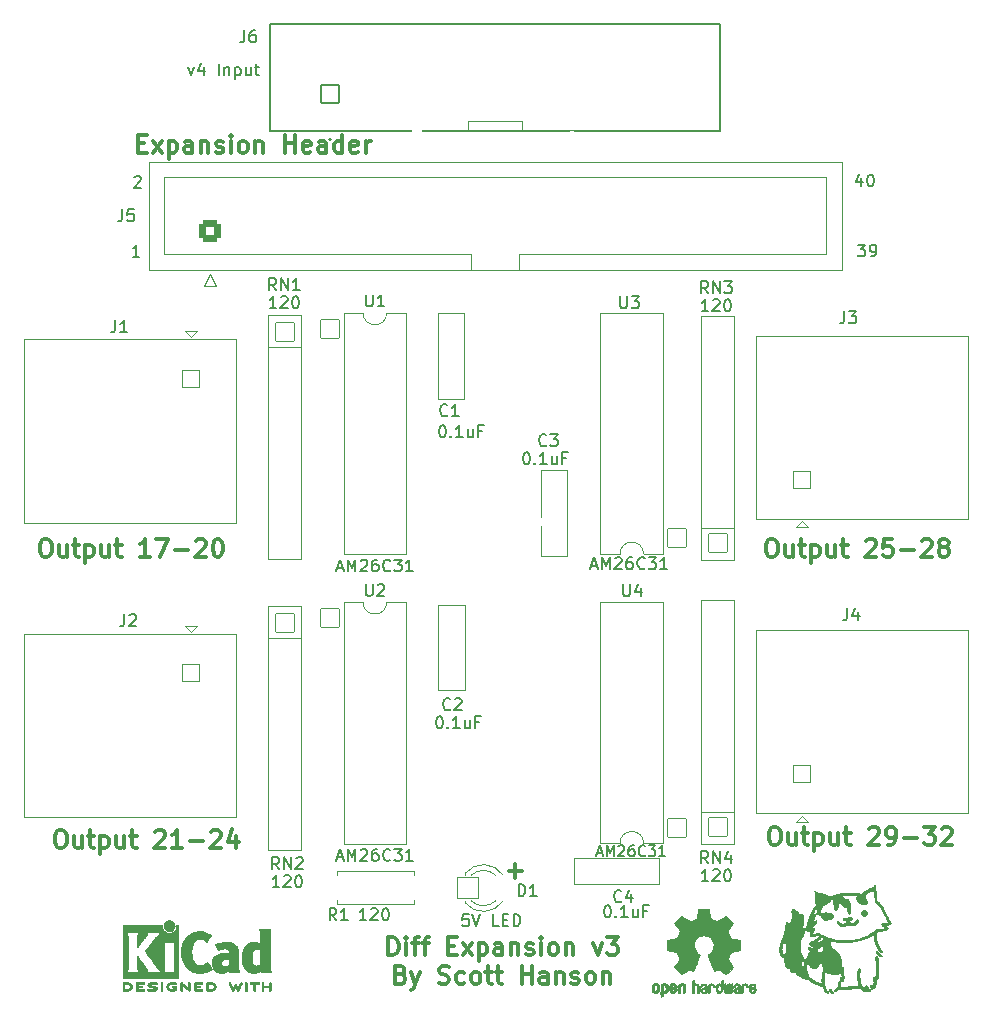
<source format=gbr>
%TF.GenerationSoftware,KiCad,Pcbnew,(6.0.7)*%
%TF.CreationDate,2022-08-13T18:52:35-04:00*%
%TF.ProjectId,Diff_Expansion,44696666-5f45-4787-9061-6e73696f6e2e,v3*%
%TF.SameCoordinates,Original*%
%TF.FileFunction,Legend,Top*%
%TF.FilePolarity,Positive*%
%FSLAX46Y46*%
G04 Gerber Fmt 4.6, Leading zero omitted, Abs format (unit mm)*
G04 Created by KiCad (PCBNEW (6.0.7)) date 2022-08-13 18:52:35*
%MOMM*%
%LPD*%
G01*
G04 APERTURE LIST*
G04 Aperture macros list*
%AMRoundRect*
0 Rectangle with rounded corners*
0 $1 Rounding radius*
0 $2 $3 $4 $5 $6 $7 $8 $9 X,Y pos of 4 corners*
0 Add a 4 corners polygon primitive as box body*
4,1,4,$2,$3,$4,$5,$6,$7,$8,$9,$2,$3,0*
0 Add four circle primitives for the rounded corners*
1,1,$1+$1,$2,$3*
1,1,$1+$1,$4,$5*
1,1,$1+$1,$6,$7*
1,1,$1+$1,$8,$9*
0 Add four rect primitives between the rounded corners*
20,1,$1+$1,$2,$3,$4,$5,0*
20,1,$1+$1,$4,$5,$6,$7,0*
20,1,$1+$1,$6,$7,$8,$9,0*
20,1,$1+$1,$8,$9,$2,$3,0*%
G04 Aperture macros list end*
%ADD10C,0.300000*%
%ADD11C,0.150000*%
%ADD12C,0.010000*%
%ADD13C,0.120000*%
%ADD14C,0.127000*%
%ADD15C,0.200000*%
%ADD16C,3.802000*%
%ADD17RoundRect,0.051000X0.800000X0.800000X-0.800000X0.800000X-0.800000X-0.800000X0.800000X-0.800000X0*%
%ADD18O,1.702000X1.702000*%
%ADD19RoundRect,0.051000X-0.800000X-0.800000X0.800000X-0.800000X0.800000X0.800000X-0.800000X0.800000X0*%
%ADD20C,3.302000*%
%ADD21RoundRect,0.051000X-0.750000X0.750000X-0.750000X-0.750000X0.750000X-0.750000X0.750000X0.750000X0*%
%ADD22C,1.602000*%
%ADD23C,1.702000*%
%ADD24RoundRect,0.051000X0.800000X-0.800000X0.800000X0.800000X-0.800000X0.800000X-0.800000X-0.800000X0*%
%ADD25RoundRect,0.051000X-0.800000X0.800000X-0.800000X-0.800000X0.800000X-0.800000X0.800000X0.800000X0*%
%ADD26RoundRect,0.051000X0.750000X-0.750000X0.750000X0.750000X-0.750000X0.750000X-0.750000X-0.750000X0*%
%ADD27RoundRect,0.051000X-0.900000X-0.900000X0.900000X-0.900000X0.900000X0.900000X-0.900000X0.900000X0*%
%ADD28C,1.902000*%
%ADD29RoundRect,0.301000X0.600000X-0.600000X0.600000X0.600000X-0.600000X0.600000X-0.600000X-0.600000X0*%
%ADD30C,1.802000*%
%ADD31RoundRect,0.051000X-0.765000X-0.765000X0.765000X-0.765000X0.765000X0.765000X-0.765000X0.765000X0*%
%ADD32C,1.632000*%
%ADD33C,0.902000*%
G04 APERTURE END LIST*
D10*
X112133571Y-133344942D02*
X113276428Y-133344942D01*
X112705000Y-133916371D02*
X112705000Y-132773514D01*
X101964428Y-140460871D02*
X101964428Y-138960871D01*
X102321571Y-138960871D01*
X102535857Y-139032300D01*
X102678714Y-139175157D01*
X102750142Y-139318014D01*
X102821571Y-139603728D01*
X102821571Y-139818014D01*
X102750142Y-140103728D01*
X102678714Y-140246585D01*
X102535857Y-140389442D01*
X102321571Y-140460871D01*
X101964428Y-140460871D01*
X103464428Y-140460871D02*
X103464428Y-139460871D01*
X103464428Y-138960871D02*
X103393000Y-139032300D01*
X103464428Y-139103728D01*
X103535857Y-139032300D01*
X103464428Y-138960871D01*
X103464428Y-139103728D01*
X103964428Y-139460871D02*
X104535857Y-139460871D01*
X104178714Y-140460871D02*
X104178714Y-139175157D01*
X104250142Y-139032300D01*
X104393000Y-138960871D01*
X104535857Y-138960871D01*
X104821571Y-139460871D02*
X105393000Y-139460871D01*
X105035857Y-140460871D02*
X105035857Y-139175157D01*
X105107285Y-139032300D01*
X105250142Y-138960871D01*
X105393000Y-138960871D01*
X107035857Y-139675157D02*
X107535857Y-139675157D01*
X107750142Y-140460871D02*
X107035857Y-140460871D01*
X107035857Y-138960871D01*
X107750142Y-138960871D01*
X108250142Y-140460871D02*
X109035857Y-139460871D01*
X108250142Y-139460871D02*
X109035857Y-140460871D01*
X109607285Y-139460871D02*
X109607285Y-140960871D01*
X109607285Y-139532300D02*
X109750142Y-139460871D01*
X110035857Y-139460871D01*
X110178714Y-139532300D01*
X110250142Y-139603728D01*
X110321571Y-139746585D01*
X110321571Y-140175157D01*
X110250142Y-140318014D01*
X110178714Y-140389442D01*
X110035857Y-140460871D01*
X109750142Y-140460871D01*
X109607285Y-140389442D01*
X111607285Y-140460871D02*
X111607285Y-139675157D01*
X111535857Y-139532300D01*
X111393000Y-139460871D01*
X111107285Y-139460871D01*
X110964428Y-139532300D01*
X111607285Y-140389442D02*
X111464428Y-140460871D01*
X111107285Y-140460871D01*
X110964428Y-140389442D01*
X110893000Y-140246585D01*
X110893000Y-140103728D01*
X110964428Y-139960871D01*
X111107285Y-139889442D01*
X111464428Y-139889442D01*
X111607285Y-139818014D01*
X112321571Y-139460871D02*
X112321571Y-140460871D01*
X112321571Y-139603728D02*
X112393000Y-139532300D01*
X112535857Y-139460871D01*
X112750142Y-139460871D01*
X112893000Y-139532300D01*
X112964428Y-139675157D01*
X112964428Y-140460871D01*
X113607285Y-140389442D02*
X113750142Y-140460871D01*
X114035857Y-140460871D01*
X114178714Y-140389442D01*
X114250142Y-140246585D01*
X114250142Y-140175157D01*
X114178714Y-140032300D01*
X114035857Y-139960871D01*
X113821571Y-139960871D01*
X113678714Y-139889442D01*
X113607285Y-139746585D01*
X113607285Y-139675157D01*
X113678714Y-139532300D01*
X113821571Y-139460871D01*
X114035857Y-139460871D01*
X114178714Y-139532300D01*
X114893000Y-140460871D02*
X114893000Y-139460871D01*
X114893000Y-138960871D02*
X114821571Y-139032300D01*
X114893000Y-139103728D01*
X114964428Y-139032300D01*
X114893000Y-138960871D01*
X114893000Y-139103728D01*
X115821571Y-140460871D02*
X115678714Y-140389442D01*
X115607285Y-140318014D01*
X115535857Y-140175157D01*
X115535857Y-139746585D01*
X115607285Y-139603728D01*
X115678714Y-139532300D01*
X115821571Y-139460871D01*
X116035857Y-139460871D01*
X116178714Y-139532300D01*
X116250142Y-139603728D01*
X116321571Y-139746585D01*
X116321571Y-140175157D01*
X116250142Y-140318014D01*
X116178714Y-140389442D01*
X116035857Y-140460871D01*
X115821571Y-140460871D01*
X116964428Y-139460871D02*
X116964428Y-140460871D01*
X116964428Y-139603728D02*
X117035857Y-139532300D01*
X117178714Y-139460871D01*
X117393000Y-139460871D01*
X117535857Y-139532300D01*
X117607285Y-139675157D01*
X117607285Y-140460871D01*
X119321571Y-139460871D02*
X119678714Y-140460871D01*
X120035857Y-139460871D01*
X120464428Y-138960871D02*
X121393000Y-138960871D01*
X120893000Y-139532300D01*
X121107285Y-139532300D01*
X121250142Y-139603728D01*
X121321571Y-139675157D01*
X121393000Y-139818014D01*
X121393000Y-140175157D01*
X121321571Y-140318014D01*
X121250142Y-140389442D01*
X121107285Y-140460871D01*
X120678714Y-140460871D01*
X120535857Y-140389442D01*
X120464428Y-140318014D01*
X103035857Y-142090157D02*
X103250142Y-142161585D01*
X103321571Y-142233014D01*
X103393000Y-142375871D01*
X103393000Y-142590157D01*
X103321571Y-142733014D01*
X103250142Y-142804442D01*
X103107285Y-142875871D01*
X102535857Y-142875871D01*
X102535857Y-141375871D01*
X103035857Y-141375871D01*
X103178714Y-141447300D01*
X103250142Y-141518728D01*
X103321571Y-141661585D01*
X103321571Y-141804442D01*
X103250142Y-141947300D01*
X103178714Y-142018728D01*
X103035857Y-142090157D01*
X102535857Y-142090157D01*
X103893000Y-141875871D02*
X104250142Y-142875871D01*
X104607285Y-141875871D02*
X104250142Y-142875871D01*
X104107285Y-143233014D01*
X104035857Y-143304442D01*
X103893000Y-143375871D01*
X106250142Y-142804442D02*
X106464428Y-142875871D01*
X106821571Y-142875871D01*
X106964428Y-142804442D01*
X107035857Y-142733014D01*
X107107285Y-142590157D01*
X107107285Y-142447300D01*
X107035857Y-142304442D01*
X106964428Y-142233014D01*
X106821571Y-142161585D01*
X106535857Y-142090157D01*
X106393000Y-142018728D01*
X106321571Y-141947300D01*
X106250142Y-141804442D01*
X106250142Y-141661585D01*
X106321571Y-141518728D01*
X106393000Y-141447300D01*
X106535857Y-141375871D01*
X106893000Y-141375871D01*
X107107285Y-141447300D01*
X108393000Y-142804442D02*
X108250142Y-142875871D01*
X107964428Y-142875871D01*
X107821571Y-142804442D01*
X107750142Y-142733014D01*
X107678714Y-142590157D01*
X107678714Y-142161585D01*
X107750142Y-142018728D01*
X107821571Y-141947300D01*
X107964428Y-141875871D01*
X108250142Y-141875871D01*
X108393000Y-141947300D01*
X109250142Y-142875871D02*
X109107285Y-142804442D01*
X109035857Y-142733014D01*
X108964428Y-142590157D01*
X108964428Y-142161585D01*
X109035857Y-142018728D01*
X109107285Y-141947300D01*
X109250142Y-141875871D01*
X109464428Y-141875871D01*
X109607285Y-141947300D01*
X109678714Y-142018728D01*
X109750142Y-142161585D01*
X109750142Y-142590157D01*
X109678714Y-142733014D01*
X109607285Y-142804442D01*
X109464428Y-142875871D01*
X109250142Y-142875871D01*
X110178714Y-141875871D02*
X110750142Y-141875871D01*
X110393000Y-141375871D02*
X110393000Y-142661585D01*
X110464428Y-142804442D01*
X110607285Y-142875871D01*
X110750142Y-142875871D01*
X111035857Y-141875871D02*
X111607285Y-141875871D01*
X111250142Y-141375871D02*
X111250142Y-142661585D01*
X111321571Y-142804442D01*
X111464428Y-142875871D01*
X111607285Y-142875871D01*
X113250142Y-142875871D02*
X113250142Y-141375871D01*
X113250142Y-142090157D02*
X114107285Y-142090157D01*
X114107285Y-142875871D02*
X114107285Y-141375871D01*
X115464428Y-142875871D02*
X115464428Y-142090157D01*
X115393000Y-141947300D01*
X115250142Y-141875871D01*
X114964428Y-141875871D01*
X114821571Y-141947300D01*
X115464428Y-142804442D02*
X115321571Y-142875871D01*
X114964428Y-142875871D01*
X114821571Y-142804442D01*
X114750142Y-142661585D01*
X114750142Y-142518728D01*
X114821571Y-142375871D01*
X114964428Y-142304442D01*
X115321571Y-142304442D01*
X115464428Y-142233014D01*
X116178714Y-141875871D02*
X116178714Y-142875871D01*
X116178714Y-142018728D02*
X116250142Y-141947300D01*
X116393000Y-141875871D01*
X116607285Y-141875871D01*
X116750142Y-141947300D01*
X116821571Y-142090157D01*
X116821571Y-142875871D01*
X117464428Y-142804442D02*
X117607285Y-142875871D01*
X117893000Y-142875871D01*
X118035857Y-142804442D01*
X118107285Y-142661585D01*
X118107285Y-142590157D01*
X118035857Y-142447300D01*
X117893000Y-142375871D01*
X117678714Y-142375871D01*
X117535857Y-142304442D01*
X117464428Y-142161585D01*
X117464428Y-142090157D01*
X117535857Y-141947300D01*
X117678714Y-141875871D01*
X117893000Y-141875871D01*
X118035857Y-141947300D01*
X118964428Y-142875871D02*
X118821571Y-142804442D01*
X118750142Y-142733014D01*
X118678714Y-142590157D01*
X118678714Y-142161585D01*
X118750142Y-142018728D01*
X118821571Y-141947300D01*
X118964428Y-141875871D01*
X119178714Y-141875871D01*
X119321571Y-141947300D01*
X119393000Y-142018728D01*
X119464428Y-142161585D01*
X119464428Y-142590157D01*
X119393000Y-142733014D01*
X119321571Y-142804442D01*
X119178714Y-142875871D01*
X118964428Y-142875871D01*
X120107285Y-141875871D02*
X120107285Y-142875871D01*
X120107285Y-142018728D02*
X120178714Y-141947300D01*
X120321571Y-141875871D01*
X120535857Y-141875871D01*
X120678714Y-141947300D01*
X120750142Y-142090157D01*
X120750142Y-142875871D01*
X134268142Y-105238371D02*
X134553857Y-105238371D01*
X134696714Y-105309800D01*
X134839571Y-105452657D01*
X134911000Y-105738371D01*
X134911000Y-106238371D01*
X134839571Y-106524085D01*
X134696714Y-106666942D01*
X134553857Y-106738371D01*
X134268142Y-106738371D01*
X134125285Y-106666942D01*
X133982428Y-106524085D01*
X133911000Y-106238371D01*
X133911000Y-105738371D01*
X133982428Y-105452657D01*
X134125285Y-105309800D01*
X134268142Y-105238371D01*
X136196714Y-105738371D02*
X136196714Y-106738371D01*
X135553857Y-105738371D02*
X135553857Y-106524085D01*
X135625285Y-106666942D01*
X135768142Y-106738371D01*
X135982428Y-106738371D01*
X136125285Y-106666942D01*
X136196714Y-106595514D01*
X136696714Y-105738371D02*
X137268142Y-105738371D01*
X136911000Y-105238371D02*
X136911000Y-106524085D01*
X136982428Y-106666942D01*
X137125285Y-106738371D01*
X137268142Y-106738371D01*
X137768142Y-105738371D02*
X137768142Y-107238371D01*
X137768142Y-105809800D02*
X137911000Y-105738371D01*
X138196714Y-105738371D01*
X138339571Y-105809800D01*
X138411000Y-105881228D01*
X138482428Y-106024085D01*
X138482428Y-106452657D01*
X138411000Y-106595514D01*
X138339571Y-106666942D01*
X138196714Y-106738371D01*
X137911000Y-106738371D01*
X137768142Y-106666942D01*
X139768142Y-105738371D02*
X139768142Y-106738371D01*
X139125285Y-105738371D02*
X139125285Y-106524085D01*
X139196714Y-106666942D01*
X139339571Y-106738371D01*
X139553857Y-106738371D01*
X139696714Y-106666942D01*
X139768142Y-106595514D01*
X140268142Y-105738371D02*
X140839571Y-105738371D01*
X140482428Y-105238371D02*
X140482428Y-106524085D01*
X140553857Y-106666942D01*
X140696714Y-106738371D01*
X140839571Y-106738371D01*
X142411000Y-105381228D02*
X142482428Y-105309800D01*
X142625285Y-105238371D01*
X142982428Y-105238371D01*
X143125285Y-105309800D01*
X143196714Y-105381228D01*
X143268142Y-105524085D01*
X143268142Y-105666942D01*
X143196714Y-105881228D01*
X142339571Y-106738371D01*
X143268142Y-106738371D01*
X144625285Y-105238371D02*
X143911000Y-105238371D01*
X143839571Y-105952657D01*
X143911000Y-105881228D01*
X144053857Y-105809800D01*
X144411000Y-105809800D01*
X144553857Y-105881228D01*
X144625285Y-105952657D01*
X144696714Y-106095514D01*
X144696714Y-106452657D01*
X144625285Y-106595514D01*
X144553857Y-106666942D01*
X144411000Y-106738371D01*
X144053857Y-106738371D01*
X143911000Y-106666942D01*
X143839571Y-106595514D01*
X145339571Y-106166942D02*
X146482428Y-106166942D01*
X147125285Y-105381228D02*
X147196714Y-105309800D01*
X147339571Y-105238371D01*
X147696714Y-105238371D01*
X147839571Y-105309800D01*
X147911000Y-105381228D01*
X147982428Y-105524085D01*
X147982428Y-105666942D01*
X147911000Y-105881228D01*
X147053857Y-106738371D01*
X147982428Y-106738371D01*
X148839571Y-105881228D02*
X148696714Y-105809800D01*
X148625285Y-105738371D01*
X148553857Y-105595514D01*
X148553857Y-105524085D01*
X148625285Y-105381228D01*
X148696714Y-105309800D01*
X148839571Y-105238371D01*
X149125285Y-105238371D01*
X149268142Y-105309800D01*
X149339571Y-105381228D01*
X149411000Y-105524085D01*
X149411000Y-105595514D01*
X149339571Y-105738371D01*
X149268142Y-105809800D01*
X149125285Y-105881228D01*
X148839571Y-105881228D01*
X148696714Y-105952657D01*
X148625285Y-106024085D01*
X148553857Y-106166942D01*
X148553857Y-106452657D01*
X148625285Y-106595514D01*
X148696714Y-106666942D01*
X148839571Y-106738371D01*
X149125285Y-106738371D01*
X149268142Y-106666942D01*
X149339571Y-106595514D01*
X149411000Y-106452657D01*
X149411000Y-106166942D01*
X149339571Y-106024085D01*
X149268142Y-105952657D01*
X149125285Y-105881228D01*
D11*
X141711476Y-80302180D02*
X142330523Y-80302180D01*
X141997190Y-80683133D01*
X142140047Y-80683133D01*
X142235285Y-80730752D01*
X142282904Y-80778371D01*
X142330523Y-80873609D01*
X142330523Y-81111704D01*
X142282904Y-81206942D01*
X142235285Y-81254561D01*
X142140047Y-81302180D01*
X141854333Y-81302180D01*
X141759095Y-81254561D01*
X141711476Y-81206942D01*
X142806714Y-81302180D02*
X142997190Y-81302180D01*
X143092428Y-81254561D01*
X143140047Y-81206942D01*
X143235285Y-81064085D01*
X143282904Y-80873609D01*
X143282904Y-80492657D01*
X143235285Y-80397419D01*
X143187666Y-80349800D01*
X143092428Y-80302180D01*
X142901952Y-80302180D01*
X142806714Y-80349800D01*
X142759095Y-80397419D01*
X142711476Y-80492657D01*
X142711476Y-80730752D01*
X142759095Y-80825990D01*
X142806714Y-80873609D01*
X142901952Y-80921228D01*
X143092428Y-80921228D01*
X143187666Y-80873609D01*
X143235285Y-80825990D01*
X143282904Y-80730752D01*
X80445285Y-74597419D02*
X80492904Y-74549800D01*
X80588142Y-74502180D01*
X80826238Y-74502180D01*
X80921476Y-74549800D01*
X80969095Y-74597419D01*
X81016714Y-74692657D01*
X81016714Y-74787895D01*
X80969095Y-74930752D01*
X80397666Y-75502180D01*
X81016714Y-75502180D01*
X80886714Y-81332180D02*
X80315285Y-81332180D01*
X80601000Y-81332180D02*
X80601000Y-80332180D01*
X80505761Y-80475038D01*
X80410523Y-80570276D01*
X80315285Y-80617895D01*
X142015285Y-74703514D02*
X142015285Y-75370180D01*
X141777190Y-74322561D02*
X141539095Y-75036847D01*
X142158142Y-75036847D01*
X142729571Y-74370180D02*
X142824809Y-74370180D01*
X142920047Y-74417800D01*
X142967666Y-74465419D01*
X143015285Y-74560657D01*
X143062904Y-74751133D01*
X143062904Y-74989228D01*
X143015285Y-75179704D01*
X142967666Y-75274942D01*
X142920047Y-75322561D01*
X142824809Y-75370180D01*
X142729571Y-75370180D01*
X142634333Y-75322561D01*
X142586714Y-75274942D01*
X142539095Y-75179704D01*
X142491476Y-74989228D01*
X142491476Y-74751133D01*
X142539095Y-74560657D01*
X142586714Y-74465419D01*
X142634333Y-74417800D01*
X142729571Y-74370180D01*
D10*
X72800142Y-105238371D02*
X73085857Y-105238371D01*
X73228714Y-105309800D01*
X73371571Y-105452657D01*
X73443000Y-105738371D01*
X73443000Y-106238371D01*
X73371571Y-106524085D01*
X73228714Y-106666942D01*
X73085857Y-106738371D01*
X72800142Y-106738371D01*
X72657285Y-106666942D01*
X72514428Y-106524085D01*
X72443000Y-106238371D01*
X72443000Y-105738371D01*
X72514428Y-105452657D01*
X72657285Y-105309800D01*
X72800142Y-105238371D01*
X74728714Y-105738371D02*
X74728714Y-106738371D01*
X74085857Y-105738371D02*
X74085857Y-106524085D01*
X74157285Y-106666942D01*
X74300142Y-106738371D01*
X74514428Y-106738371D01*
X74657285Y-106666942D01*
X74728714Y-106595514D01*
X75228714Y-105738371D02*
X75800142Y-105738371D01*
X75443000Y-105238371D02*
X75443000Y-106524085D01*
X75514428Y-106666942D01*
X75657285Y-106738371D01*
X75800142Y-106738371D01*
X76300142Y-105738371D02*
X76300142Y-107238371D01*
X76300142Y-105809800D02*
X76443000Y-105738371D01*
X76728714Y-105738371D01*
X76871571Y-105809800D01*
X76943000Y-105881228D01*
X77014428Y-106024085D01*
X77014428Y-106452657D01*
X76943000Y-106595514D01*
X76871571Y-106666942D01*
X76728714Y-106738371D01*
X76443000Y-106738371D01*
X76300142Y-106666942D01*
X78300142Y-105738371D02*
X78300142Y-106738371D01*
X77657285Y-105738371D02*
X77657285Y-106524085D01*
X77728714Y-106666942D01*
X77871571Y-106738371D01*
X78085857Y-106738371D01*
X78228714Y-106666942D01*
X78300142Y-106595514D01*
X78800142Y-105738371D02*
X79371571Y-105738371D01*
X79014428Y-105238371D02*
X79014428Y-106524085D01*
X79085857Y-106666942D01*
X79228714Y-106738371D01*
X79371571Y-106738371D01*
X81800142Y-106738371D02*
X80943000Y-106738371D01*
X81371571Y-106738371D02*
X81371571Y-105238371D01*
X81228714Y-105452657D01*
X81085857Y-105595514D01*
X80943000Y-105666942D01*
X82300142Y-105238371D02*
X83300142Y-105238371D01*
X82657285Y-106738371D01*
X83871571Y-106166942D02*
X85014428Y-106166942D01*
X85657285Y-105381228D02*
X85728714Y-105309800D01*
X85871571Y-105238371D01*
X86228714Y-105238371D01*
X86371571Y-105309800D01*
X86443000Y-105381228D01*
X86514428Y-105524085D01*
X86514428Y-105666942D01*
X86443000Y-105881228D01*
X85585857Y-106738371D01*
X86514428Y-106738371D01*
X87443000Y-105238371D02*
X87585857Y-105238371D01*
X87728714Y-105309800D01*
X87800142Y-105381228D01*
X87871571Y-105524085D01*
X87943000Y-105809800D01*
X87943000Y-106166942D01*
X87871571Y-106452657D01*
X87800142Y-106595514D01*
X87728714Y-106666942D01*
X87585857Y-106738371D01*
X87443000Y-106738371D01*
X87300142Y-106666942D01*
X87228714Y-106595514D01*
X87157285Y-106452657D01*
X87085857Y-106166942D01*
X87085857Y-105809800D01*
X87157285Y-105524085D01*
X87228714Y-105381228D01*
X87300142Y-105309800D01*
X87443000Y-105238371D01*
X134522142Y-129622371D02*
X134807857Y-129622371D01*
X134950714Y-129693800D01*
X135093571Y-129836657D01*
X135165000Y-130122371D01*
X135165000Y-130622371D01*
X135093571Y-130908085D01*
X134950714Y-131050942D01*
X134807857Y-131122371D01*
X134522142Y-131122371D01*
X134379285Y-131050942D01*
X134236428Y-130908085D01*
X134165000Y-130622371D01*
X134165000Y-130122371D01*
X134236428Y-129836657D01*
X134379285Y-129693800D01*
X134522142Y-129622371D01*
X136450714Y-130122371D02*
X136450714Y-131122371D01*
X135807857Y-130122371D02*
X135807857Y-130908085D01*
X135879285Y-131050942D01*
X136022142Y-131122371D01*
X136236428Y-131122371D01*
X136379285Y-131050942D01*
X136450714Y-130979514D01*
X136950714Y-130122371D02*
X137522142Y-130122371D01*
X137165000Y-129622371D02*
X137165000Y-130908085D01*
X137236428Y-131050942D01*
X137379285Y-131122371D01*
X137522142Y-131122371D01*
X138022142Y-130122371D02*
X138022142Y-131622371D01*
X138022142Y-130193800D02*
X138165000Y-130122371D01*
X138450714Y-130122371D01*
X138593571Y-130193800D01*
X138665000Y-130265228D01*
X138736428Y-130408085D01*
X138736428Y-130836657D01*
X138665000Y-130979514D01*
X138593571Y-131050942D01*
X138450714Y-131122371D01*
X138165000Y-131122371D01*
X138022142Y-131050942D01*
X140022142Y-130122371D02*
X140022142Y-131122371D01*
X139379285Y-130122371D02*
X139379285Y-130908085D01*
X139450714Y-131050942D01*
X139593571Y-131122371D01*
X139807857Y-131122371D01*
X139950714Y-131050942D01*
X140022142Y-130979514D01*
X140522142Y-130122371D02*
X141093571Y-130122371D01*
X140736428Y-129622371D02*
X140736428Y-130908085D01*
X140807857Y-131050942D01*
X140950714Y-131122371D01*
X141093571Y-131122371D01*
X142665000Y-129765228D02*
X142736428Y-129693800D01*
X142879285Y-129622371D01*
X143236428Y-129622371D01*
X143379285Y-129693800D01*
X143450714Y-129765228D01*
X143522142Y-129908085D01*
X143522142Y-130050942D01*
X143450714Y-130265228D01*
X142593571Y-131122371D01*
X143522142Y-131122371D01*
X144236428Y-131122371D02*
X144522142Y-131122371D01*
X144665000Y-131050942D01*
X144736428Y-130979514D01*
X144879285Y-130765228D01*
X144950714Y-130479514D01*
X144950714Y-129908085D01*
X144879285Y-129765228D01*
X144807857Y-129693800D01*
X144665000Y-129622371D01*
X144379285Y-129622371D01*
X144236428Y-129693800D01*
X144165000Y-129765228D01*
X144093571Y-129908085D01*
X144093571Y-130265228D01*
X144165000Y-130408085D01*
X144236428Y-130479514D01*
X144379285Y-130550942D01*
X144665000Y-130550942D01*
X144807857Y-130479514D01*
X144879285Y-130408085D01*
X144950714Y-130265228D01*
X145593571Y-130550942D02*
X146736428Y-130550942D01*
X147307857Y-129622371D02*
X148236428Y-129622371D01*
X147736428Y-130193800D01*
X147950714Y-130193800D01*
X148093571Y-130265228D01*
X148165000Y-130336657D01*
X148236428Y-130479514D01*
X148236428Y-130836657D01*
X148165000Y-130979514D01*
X148093571Y-131050942D01*
X147950714Y-131122371D01*
X147522142Y-131122371D01*
X147379285Y-131050942D01*
X147307857Y-130979514D01*
X148807857Y-129765228D02*
X148879285Y-129693800D01*
X149022142Y-129622371D01*
X149379285Y-129622371D01*
X149522142Y-129693800D01*
X149593571Y-129765228D01*
X149665000Y-129908085D01*
X149665000Y-130050942D01*
X149593571Y-130265228D01*
X148736428Y-131122371D01*
X149665000Y-131122371D01*
X74070142Y-129876371D02*
X74355857Y-129876371D01*
X74498714Y-129947800D01*
X74641571Y-130090657D01*
X74713000Y-130376371D01*
X74713000Y-130876371D01*
X74641571Y-131162085D01*
X74498714Y-131304942D01*
X74355857Y-131376371D01*
X74070142Y-131376371D01*
X73927285Y-131304942D01*
X73784428Y-131162085D01*
X73713000Y-130876371D01*
X73713000Y-130376371D01*
X73784428Y-130090657D01*
X73927285Y-129947800D01*
X74070142Y-129876371D01*
X75998714Y-130376371D02*
X75998714Y-131376371D01*
X75355857Y-130376371D02*
X75355857Y-131162085D01*
X75427285Y-131304942D01*
X75570142Y-131376371D01*
X75784428Y-131376371D01*
X75927285Y-131304942D01*
X75998714Y-131233514D01*
X76498714Y-130376371D02*
X77070142Y-130376371D01*
X76713000Y-129876371D02*
X76713000Y-131162085D01*
X76784428Y-131304942D01*
X76927285Y-131376371D01*
X77070142Y-131376371D01*
X77570142Y-130376371D02*
X77570142Y-131876371D01*
X77570142Y-130447800D02*
X77713000Y-130376371D01*
X77998714Y-130376371D01*
X78141571Y-130447800D01*
X78213000Y-130519228D01*
X78284428Y-130662085D01*
X78284428Y-131090657D01*
X78213000Y-131233514D01*
X78141571Y-131304942D01*
X77998714Y-131376371D01*
X77713000Y-131376371D01*
X77570142Y-131304942D01*
X79570142Y-130376371D02*
X79570142Y-131376371D01*
X78927285Y-130376371D02*
X78927285Y-131162085D01*
X78998714Y-131304942D01*
X79141571Y-131376371D01*
X79355857Y-131376371D01*
X79498714Y-131304942D01*
X79570142Y-131233514D01*
X80070142Y-130376371D02*
X80641571Y-130376371D01*
X80284428Y-129876371D02*
X80284428Y-131162085D01*
X80355857Y-131304942D01*
X80498714Y-131376371D01*
X80641571Y-131376371D01*
X82213000Y-130019228D02*
X82284428Y-129947800D01*
X82427285Y-129876371D01*
X82784428Y-129876371D01*
X82927285Y-129947800D01*
X82998714Y-130019228D01*
X83070142Y-130162085D01*
X83070142Y-130304942D01*
X82998714Y-130519228D01*
X82141571Y-131376371D01*
X83070142Y-131376371D01*
X84498714Y-131376371D02*
X83641571Y-131376371D01*
X84070142Y-131376371D02*
X84070142Y-129876371D01*
X83927285Y-130090657D01*
X83784428Y-130233514D01*
X83641571Y-130304942D01*
X85141571Y-130804942D02*
X86284428Y-130804942D01*
X86927285Y-130019228D02*
X86998714Y-129947800D01*
X87141571Y-129876371D01*
X87498714Y-129876371D01*
X87641571Y-129947800D01*
X87713000Y-130019228D01*
X87784428Y-130162085D01*
X87784428Y-130304942D01*
X87713000Y-130519228D01*
X86855857Y-131376371D01*
X87784428Y-131376371D01*
X89070142Y-130376371D02*
X89070142Y-131376371D01*
X88713000Y-129804942D02*
X88355857Y-130876371D01*
X89284428Y-130876371D01*
D11*
%TO.C,U4*%
X121849095Y-109068180D02*
X121849095Y-109877704D01*
X121896714Y-109972942D01*
X121944333Y-110020561D01*
X122039571Y-110068180D01*
X122230047Y-110068180D01*
X122325285Y-110020561D01*
X122372904Y-109972942D01*
X122420523Y-109877704D01*
X122420523Y-109068180D01*
X123325285Y-109401514D02*
X123325285Y-110068180D01*
X123087190Y-109020561D02*
X122849095Y-109734847D01*
X123468142Y-109734847D01*
X119633142Y-131817800D02*
X120061714Y-131817800D01*
X119547428Y-132074942D02*
X119847428Y-131174942D01*
X120147428Y-132074942D01*
X120447428Y-132074942D02*
X120447428Y-131174942D01*
X120747428Y-131817800D01*
X121047428Y-131174942D01*
X121047428Y-132074942D01*
X121433142Y-131260657D02*
X121476000Y-131217800D01*
X121561714Y-131174942D01*
X121776000Y-131174942D01*
X121861714Y-131217800D01*
X121904571Y-131260657D01*
X121947428Y-131346371D01*
X121947428Y-131432085D01*
X121904571Y-131560657D01*
X121390285Y-132074942D01*
X121947428Y-132074942D01*
X122718857Y-131174942D02*
X122547428Y-131174942D01*
X122461714Y-131217800D01*
X122418857Y-131260657D01*
X122333142Y-131389228D01*
X122290285Y-131560657D01*
X122290285Y-131903514D01*
X122333142Y-131989228D01*
X122376000Y-132032085D01*
X122461714Y-132074942D01*
X122633142Y-132074942D01*
X122718857Y-132032085D01*
X122761714Y-131989228D01*
X122804571Y-131903514D01*
X122804571Y-131689228D01*
X122761714Y-131603514D01*
X122718857Y-131560657D01*
X122633142Y-131517800D01*
X122461714Y-131517800D01*
X122376000Y-131560657D01*
X122333142Y-131603514D01*
X122290285Y-131689228D01*
X123704571Y-131989228D02*
X123661714Y-132032085D01*
X123533142Y-132074942D01*
X123447428Y-132074942D01*
X123318857Y-132032085D01*
X123233142Y-131946371D01*
X123190285Y-131860657D01*
X123147428Y-131689228D01*
X123147428Y-131560657D01*
X123190285Y-131389228D01*
X123233142Y-131303514D01*
X123318857Y-131217800D01*
X123447428Y-131174942D01*
X123533142Y-131174942D01*
X123661714Y-131217800D01*
X123704571Y-131260657D01*
X124004571Y-131174942D02*
X124561714Y-131174942D01*
X124261714Y-131517800D01*
X124390285Y-131517800D01*
X124476000Y-131560657D01*
X124518857Y-131603514D01*
X124561714Y-131689228D01*
X124561714Y-131903514D01*
X124518857Y-131989228D01*
X124476000Y-132032085D01*
X124390285Y-132074942D01*
X124133142Y-132074942D01*
X124047428Y-132032085D01*
X124004571Y-131989228D01*
X125418857Y-132074942D02*
X124904571Y-132074942D01*
X125161714Y-132074942D02*
X125161714Y-131174942D01*
X125076000Y-131303514D01*
X124990285Y-131389228D01*
X124904571Y-131432085D01*
%TO.C,U3*%
X121595095Y-84684180D02*
X121595095Y-85493704D01*
X121642714Y-85588942D01*
X121690333Y-85636561D01*
X121785571Y-85684180D01*
X121976047Y-85684180D01*
X122071285Y-85636561D01*
X122118904Y-85588942D01*
X122166523Y-85493704D01*
X122166523Y-84684180D01*
X122547476Y-84684180D02*
X123166523Y-84684180D01*
X122833190Y-85065133D01*
X122976047Y-85065133D01*
X123071285Y-85112752D01*
X123118904Y-85160371D01*
X123166523Y-85255609D01*
X123166523Y-85493704D01*
X123118904Y-85588942D01*
X123071285Y-85636561D01*
X122976047Y-85684180D01*
X122690333Y-85684180D01*
X122595095Y-85636561D01*
X122547476Y-85588942D01*
X119142714Y-107496466D02*
X119618904Y-107496466D01*
X119047476Y-107782180D02*
X119380809Y-106782180D01*
X119714142Y-107782180D01*
X120047476Y-107782180D02*
X120047476Y-106782180D01*
X120380809Y-107496466D01*
X120714142Y-106782180D01*
X120714142Y-107782180D01*
X121142714Y-106877419D02*
X121190333Y-106829800D01*
X121285571Y-106782180D01*
X121523666Y-106782180D01*
X121618904Y-106829800D01*
X121666523Y-106877419D01*
X121714142Y-106972657D01*
X121714142Y-107067895D01*
X121666523Y-107210752D01*
X121095095Y-107782180D01*
X121714142Y-107782180D01*
X122571285Y-106782180D02*
X122380809Y-106782180D01*
X122285571Y-106829800D01*
X122237952Y-106877419D01*
X122142714Y-107020276D01*
X122095095Y-107210752D01*
X122095095Y-107591704D01*
X122142714Y-107686942D01*
X122190333Y-107734561D01*
X122285571Y-107782180D01*
X122476047Y-107782180D01*
X122571285Y-107734561D01*
X122618904Y-107686942D01*
X122666523Y-107591704D01*
X122666523Y-107353609D01*
X122618904Y-107258371D01*
X122571285Y-107210752D01*
X122476047Y-107163133D01*
X122285571Y-107163133D01*
X122190333Y-107210752D01*
X122142714Y-107258371D01*
X122095095Y-107353609D01*
X123666523Y-107686942D02*
X123618904Y-107734561D01*
X123476047Y-107782180D01*
X123380809Y-107782180D01*
X123237952Y-107734561D01*
X123142714Y-107639323D01*
X123095095Y-107544085D01*
X123047476Y-107353609D01*
X123047476Y-107210752D01*
X123095095Y-107020276D01*
X123142714Y-106925038D01*
X123237952Y-106829800D01*
X123380809Y-106782180D01*
X123476047Y-106782180D01*
X123618904Y-106829800D01*
X123666523Y-106877419D01*
X123999857Y-106782180D02*
X124618904Y-106782180D01*
X124285571Y-107163133D01*
X124428428Y-107163133D01*
X124523666Y-107210752D01*
X124571285Y-107258371D01*
X124618904Y-107353609D01*
X124618904Y-107591704D01*
X124571285Y-107686942D01*
X124523666Y-107734561D01*
X124428428Y-107782180D01*
X124142714Y-107782180D01*
X124047476Y-107734561D01*
X123999857Y-107686942D01*
X125571285Y-107782180D02*
X124999857Y-107782180D01*
X125285571Y-107782180D02*
X125285571Y-106782180D01*
X125190333Y-106925038D01*
X125095095Y-107020276D01*
X124999857Y-107067895D01*
%TO.C,U2*%
X100057095Y-109034180D02*
X100057095Y-109843704D01*
X100104714Y-109938942D01*
X100152333Y-109986561D01*
X100247571Y-110034180D01*
X100438047Y-110034180D01*
X100533285Y-109986561D01*
X100580904Y-109938942D01*
X100628523Y-109843704D01*
X100628523Y-109034180D01*
X101057095Y-109129419D02*
X101104714Y-109081800D01*
X101199952Y-109034180D01*
X101438047Y-109034180D01*
X101533285Y-109081800D01*
X101580904Y-109129419D01*
X101628523Y-109224657D01*
X101628523Y-109319895D01*
X101580904Y-109462752D01*
X101009476Y-110034180D01*
X101628523Y-110034180D01*
X97604714Y-132188466D02*
X98080904Y-132188466D01*
X97509476Y-132474180D02*
X97842809Y-131474180D01*
X98176142Y-132474180D01*
X98509476Y-132474180D02*
X98509476Y-131474180D01*
X98842809Y-132188466D01*
X99176142Y-131474180D01*
X99176142Y-132474180D01*
X99604714Y-131569419D02*
X99652333Y-131521800D01*
X99747571Y-131474180D01*
X99985666Y-131474180D01*
X100080904Y-131521800D01*
X100128523Y-131569419D01*
X100176142Y-131664657D01*
X100176142Y-131759895D01*
X100128523Y-131902752D01*
X99557095Y-132474180D01*
X100176142Y-132474180D01*
X101033285Y-131474180D02*
X100842809Y-131474180D01*
X100747571Y-131521800D01*
X100699952Y-131569419D01*
X100604714Y-131712276D01*
X100557095Y-131902752D01*
X100557095Y-132283704D01*
X100604714Y-132378942D01*
X100652333Y-132426561D01*
X100747571Y-132474180D01*
X100938047Y-132474180D01*
X101033285Y-132426561D01*
X101080904Y-132378942D01*
X101128523Y-132283704D01*
X101128523Y-132045609D01*
X101080904Y-131950371D01*
X101033285Y-131902752D01*
X100938047Y-131855133D01*
X100747571Y-131855133D01*
X100652333Y-131902752D01*
X100604714Y-131950371D01*
X100557095Y-132045609D01*
X102128523Y-132378942D02*
X102080904Y-132426561D01*
X101938047Y-132474180D01*
X101842809Y-132474180D01*
X101699952Y-132426561D01*
X101604714Y-132331323D01*
X101557095Y-132236085D01*
X101509476Y-132045609D01*
X101509476Y-131902752D01*
X101557095Y-131712276D01*
X101604714Y-131617038D01*
X101699952Y-131521800D01*
X101842809Y-131474180D01*
X101938047Y-131474180D01*
X102080904Y-131521800D01*
X102128523Y-131569419D01*
X102461857Y-131474180D02*
X103080904Y-131474180D01*
X102747571Y-131855133D01*
X102890428Y-131855133D01*
X102985666Y-131902752D01*
X103033285Y-131950371D01*
X103080904Y-132045609D01*
X103080904Y-132283704D01*
X103033285Y-132378942D01*
X102985666Y-132426561D01*
X102890428Y-132474180D01*
X102604714Y-132474180D01*
X102509476Y-132426561D01*
X102461857Y-132378942D01*
X104033285Y-132474180D02*
X103461857Y-132474180D01*
X103747571Y-132474180D02*
X103747571Y-131474180D01*
X103652333Y-131617038D01*
X103557095Y-131712276D01*
X103461857Y-131759895D01*
%TO.C,J2*%
X79605666Y-111608180D02*
X79605666Y-112322466D01*
X79558047Y-112465323D01*
X79462809Y-112560561D01*
X79319952Y-112608180D01*
X79224714Y-112608180D01*
X80034238Y-111703419D02*
X80081857Y-111655800D01*
X80177095Y-111608180D01*
X80415190Y-111608180D01*
X80510428Y-111655800D01*
X80558047Y-111703419D01*
X80605666Y-111798657D01*
X80605666Y-111893895D01*
X80558047Y-112036752D01*
X79986619Y-112608180D01*
X80605666Y-112608180D01*
%TO.C,C3*%
X115332333Y-97272942D02*
X115284714Y-97320561D01*
X115141857Y-97368180D01*
X115046619Y-97368180D01*
X114903761Y-97320561D01*
X114808523Y-97225323D01*
X114760904Y-97130085D01*
X114713285Y-96939609D01*
X114713285Y-96796752D01*
X114760904Y-96606276D01*
X114808523Y-96511038D01*
X114903761Y-96415800D01*
X115046619Y-96368180D01*
X115141857Y-96368180D01*
X115284714Y-96415800D01*
X115332333Y-96463419D01*
X115665666Y-96368180D02*
X116284714Y-96368180D01*
X115951380Y-96749133D01*
X116094238Y-96749133D01*
X116189476Y-96796752D01*
X116237095Y-96844371D01*
X116284714Y-96939609D01*
X116284714Y-97177704D01*
X116237095Y-97272942D01*
X116189476Y-97320561D01*
X116094238Y-97368180D01*
X115808523Y-97368180D01*
X115713285Y-97320561D01*
X115665666Y-97272942D01*
X113602142Y-97892180D02*
X113697380Y-97892180D01*
X113792619Y-97939800D01*
X113840238Y-97987419D01*
X113887857Y-98082657D01*
X113935476Y-98273133D01*
X113935476Y-98511228D01*
X113887857Y-98701704D01*
X113840238Y-98796942D01*
X113792619Y-98844561D01*
X113697380Y-98892180D01*
X113602142Y-98892180D01*
X113506904Y-98844561D01*
X113459285Y-98796942D01*
X113411666Y-98701704D01*
X113364047Y-98511228D01*
X113364047Y-98273133D01*
X113411666Y-98082657D01*
X113459285Y-97987419D01*
X113506904Y-97939800D01*
X113602142Y-97892180D01*
X114364047Y-98796942D02*
X114411666Y-98844561D01*
X114364047Y-98892180D01*
X114316428Y-98844561D01*
X114364047Y-98796942D01*
X114364047Y-98892180D01*
X115364047Y-98892180D02*
X114792619Y-98892180D01*
X115078333Y-98892180D02*
X115078333Y-97892180D01*
X114983095Y-98035038D01*
X114887857Y-98130276D01*
X114792619Y-98177895D01*
X116221190Y-98225514D02*
X116221190Y-98892180D01*
X115792619Y-98225514D02*
X115792619Y-98749323D01*
X115840238Y-98844561D01*
X115935476Y-98892180D01*
X116078333Y-98892180D01*
X116173571Y-98844561D01*
X116221190Y-98796942D01*
X117030714Y-98368371D02*
X116697380Y-98368371D01*
X116697380Y-98892180D02*
X116697380Y-97892180D01*
X117173571Y-97892180D01*
%TO.C,U1*%
X100057095Y-84540180D02*
X100057095Y-85349704D01*
X100104714Y-85444942D01*
X100152333Y-85492561D01*
X100247571Y-85540180D01*
X100438047Y-85540180D01*
X100533285Y-85492561D01*
X100580904Y-85444942D01*
X100628523Y-85349704D01*
X100628523Y-84540180D01*
X101628523Y-85540180D02*
X101057095Y-85540180D01*
X101342809Y-85540180D02*
X101342809Y-84540180D01*
X101247571Y-84683038D01*
X101152333Y-84778276D01*
X101057095Y-84825895D01*
X97604714Y-107694466D02*
X98080904Y-107694466D01*
X97509476Y-107980180D02*
X97842809Y-106980180D01*
X98176142Y-107980180D01*
X98509476Y-107980180D02*
X98509476Y-106980180D01*
X98842809Y-107694466D01*
X99176142Y-106980180D01*
X99176142Y-107980180D01*
X99604714Y-107075419D02*
X99652333Y-107027800D01*
X99747571Y-106980180D01*
X99985666Y-106980180D01*
X100080904Y-107027800D01*
X100128523Y-107075419D01*
X100176142Y-107170657D01*
X100176142Y-107265895D01*
X100128523Y-107408752D01*
X99557095Y-107980180D01*
X100176142Y-107980180D01*
X101033285Y-106980180D02*
X100842809Y-106980180D01*
X100747571Y-107027800D01*
X100699952Y-107075419D01*
X100604714Y-107218276D01*
X100557095Y-107408752D01*
X100557095Y-107789704D01*
X100604714Y-107884942D01*
X100652333Y-107932561D01*
X100747571Y-107980180D01*
X100938047Y-107980180D01*
X101033285Y-107932561D01*
X101080904Y-107884942D01*
X101128523Y-107789704D01*
X101128523Y-107551609D01*
X101080904Y-107456371D01*
X101033285Y-107408752D01*
X100938047Y-107361133D01*
X100747571Y-107361133D01*
X100652333Y-107408752D01*
X100604714Y-107456371D01*
X100557095Y-107551609D01*
X102128523Y-107884942D02*
X102080904Y-107932561D01*
X101938047Y-107980180D01*
X101842809Y-107980180D01*
X101699952Y-107932561D01*
X101604714Y-107837323D01*
X101557095Y-107742085D01*
X101509476Y-107551609D01*
X101509476Y-107408752D01*
X101557095Y-107218276D01*
X101604714Y-107123038D01*
X101699952Y-107027800D01*
X101842809Y-106980180D01*
X101938047Y-106980180D01*
X102080904Y-107027800D01*
X102128523Y-107075419D01*
X102461857Y-106980180D02*
X103080904Y-106980180D01*
X102747571Y-107361133D01*
X102890428Y-107361133D01*
X102985666Y-107408752D01*
X103033285Y-107456371D01*
X103080904Y-107551609D01*
X103080904Y-107789704D01*
X103033285Y-107884942D01*
X102985666Y-107932561D01*
X102890428Y-107980180D01*
X102604714Y-107980180D01*
X102509476Y-107932561D01*
X102461857Y-107884942D01*
X104033285Y-107980180D02*
X103461857Y-107980180D01*
X103747571Y-107980180D02*
X103747571Y-106980180D01*
X103652333Y-107123038D01*
X103557095Y-107218276D01*
X103461857Y-107265895D01*
%TO.C,RN4*%
X129032523Y-132674180D02*
X128699190Y-132197990D01*
X128461095Y-132674180D02*
X128461095Y-131674180D01*
X128842047Y-131674180D01*
X128937285Y-131721800D01*
X128984904Y-131769419D01*
X129032523Y-131864657D01*
X129032523Y-132007514D01*
X128984904Y-132102752D01*
X128937285Y-132150371D01*
X128842047Y-132197990D01*
X128461095Y-132197990D01*
X129461095Y-132674180D02*
X129461095Y-131674180D01*
X130032523Y-132674180D01*
X130032523Y-131674180D01*
X130937285Y-132007514D02*
X130937285Y-132674180D01*
X130699190Y-131626561D02*
X130461095Y-132340847D01*
X131080142Y-132340847D01*
X129056333Y-134198180D02*
X128484904Y-134198180D01*
X128770619Y-134198180D02*
X128770619Y-133198180D01*
X128675380Y-133341038D01*
X128580142Y-133436276D01*
X128484904Y-133483895D01*
X129437285Y-133293419D02*
X129484904Y-133245800D01*
X129580142Y-133198180D01*
X129818238Y-133198180D01*
X129913476Y-133245800D01*
X129961095Y-133293419D01*
X130008714Y-133388657D01*
X130008714Y-133483895D01*
X129961095Y-133626752D01*
X129389666Y-134198180D01*
X130008714Y-134198180D01*
X130627761Y-133198180D02*
X130723000Y-133198180D01*
X130818238Y-133245800D01*
X130865857Y-133293419D01*
X130913476Y-133388657D01*
X130961095Y-133579133D01*
X130961095Y-133817228D01*
X130913476Y-134007704D01*
X130865857Y-134102942D01*
X130818238Y-134150561D01*
X130723000Y-134198180D01*
X130627761Y-134198180D01*
X130532523Y-134150561D01*
X130484904Y-134102942D01*
X130437285Y-134007704D01*
X130389666Y-133817228D01*
X130389666Y-133579133D01*
X130437285Y-133388657D01*
X130484904Y-133293419D01*
X130532523Y-133245800D01*
X130627761Y-133198180D01*
%TO.C,RN3*%
X129032523Y-84414180D02*
X128699190Y-83937990D01*
X128461095Y-84414180D02*
X128461095Y-83414180D01*
X128842047Y-83414180D01*
X128937285Y-83461800D01*
X128984904Y-83509419D01*
X129032523Y-83604657D01*
X129032523Y-83747514D01*
X128984904Y-83842752D01*
X128937285Y-83890371D01*
X128842047Y-83937990D01*
X128461095Y-83937990D01*
X129461095Y-84414180D02*
X129461095Y-83414180D01*
X130032523Y-84414180D01*
X130032523Y-83414180D01*
X130413476Y-83414180D02*
X131032523Y-83414180D01*
X130699190Y-83795133D01*
X130842047Y-83795133D01*
X130937285Y-83842752D01*
X130984904Y-83890371D01*
X131032523Y-83985609D01*
X131032523Y-84223704D01*
X130984904Y-84318942D01*
X130937285Y-84366561D01*
X130842047Y-84414180D01*
X130556333Y-84414180D01*
X130461095Y-84366561D01*
X130413476Y-84318942D01*
X129056333Y-85938180D02*
X128484904Y-85938180D01*
X128770619Y-85938180D02*
X128770619Y-84938180D01*
X128675380Y-85081038D01*
X128580142Y-85176276D01*
X128484904Y-85223895D01*
X129437285Y-85033419D02*
X129484904Y-84985800D01*
X129580142Y-84938180D01*
X129818238Y-84938180D01*
X129913476Y-84985800D01*
X129961095Y-85033419D01*
X130008714Y-85128657D01*
X130008714Y-85223895D01*
X129961095Y-85366752D01*
X129389666Y-85938180D01*
X130008714Y-85938180D01*
X130627761Y-84938180D02*
X130723000Y-84938180D01*
X130818238Y-84985800D01*
X130865857Y-85033419D01*
X130913476Y-85128657D01*
X130961095Y-85319133D01*
X130961095Y-85557228D01*
X130913476Y-85747704D01*
X130865857Y-85842942D01*
X130818238Y-85890561D01*
X130723000Y-85938180D01*
X130627761Y-85938180D01*
X130532523Y-85890561D01*
X130484904Y-85842942D01*
X130437285Y-85747704D01*
X130389666Y-85557228D01*
X130389666Y-85319133D01*
X130437285Y-85128657D01*
X130484904Y-85033419D01*
X130532523Y-84985800D01*
X130627761Y-84938180D01*
%TO.C,C1*%
X106950333Y-94732942D02*
X106902714Y-94780561D01*
X106759857Y-94828180D01*
X106664619Y-94828180D01*
X106521761Y-94780561D01*
X106426523Y-94685323D01*
X106378904Y-94590085D01*
X106331285Y-94399609D01*
X106331285Y-94256752D01*
X106378904Y-94066276D01*
X106426523Y-93971038D01*
X106521761Y-93875800D01*
X106664619Y-93828180D01*
X106759857Y-93828180D01*
X106902714Y-93875800D01*
X106950333Y-93923419D01*
X107902714Y-94828180D02*
X107331285Y-94828180D01*
X107617000Y-94828180D02*
X107617000Y-93828180D01*
X107521761Y-93971038D01*
X107426523Y-94066276D01*
X107331285Y-94113895D01*
X106490142Y-95606180D02*
X106585380Y-95606180D01*
X106680619Y-95653800D01*
X106728238Y-95701419D01*
X106775857Y-95796657D01*
X106823476Y-95987133D01*
X106823476Y-96225228D01*
X106775857Y-96415704D01*
X106728238Y-96510942D01*
X106680619Y-96558561D01*
X106585380Y-96606180D01*
X106490142Y-96606180D01*
X106394904Y-96558561D01*
X106347285Y-96510942D01*
X106299666Y-96415704D01*
X106252047Y-96225228D01*
X106252047Y-95987133D01*
X106299666Y-95796657D01*
X106347285Y-95701419D01*
X106394904Y-95653800D01*
X106490142Y-95606180D01*
X107252047Y-96510942D02*
X107299666Y-96558561D01*
X107252047Y-96606180D01*
X107204428Y-96558561D01*
X107252047Y-96510942D01*
X107252047Y-96606180D01*
X108252047Y-96606180D02*
X107680619Y-96606180D01*
X107966333Y-96606180D02*
X107966333Y-95606180D01*
X107871095Y-95749038D01*
X107775857Y-95844276D01*
X107680619Y-95891895D01*
X109109190Y-95939514D02*
X109109190Y-96606180D01*
X108680619Y-95939514D02*
X108680619Y-96463323D01*
X108728238Y-96558561D01*
X108823476Y-96606180D01*
X108966333Y-96606180D01*
X109061571Y-96558561D01*
X109109190Y-96510942D01*
X109918714Y-96082371D02*
X109585380Y-96082371D01*
X109585380Y-96606180D02*
X109585380Y-95606180D01*
X110061571Y-95606180D01*
%TO.C,RN1*%
X92456523Y-84160180D02*
X92123190Y-83683990D01*
X91885095Y-84160180D02*
X91885095Y-83160180D01*
X92266047Y-83160180D01*
X92361285Y-83207800D01*
X92408904Y-83255419D01*
X92456523Y-83350657D01*
X92456523Y-83493514D01*
X92408904Y-83588752D01*
X92361285Y-83636371D01*
X92266047Y-83683990D01*
X91885095Y-83683990D01*
X92885095Y-84160180D02*
X92885095Y-83160180D01*
X93456523Y-84160180D01*
X93456523Y-83160180D01*
X94456523Y-84160180D02*
X93885095Y-84160180D01*
X94170809Y-84160180D02*
X94170809Y-83160180D01*
X94075571Y-83303038D01*
X93980333Y-83398276D01*
X93885095Y-83445895D01*
X92480333Y-85684180D02*
X91908904Y-85684180D01*
X92194619Y-85684180D02*
X92194619Y-84684180D01*
X92099380Y-84827038D01*
X92004142Y-84922276D01*
X91908904Y-84969895D01*
X92861285Y-84779419D02*
X92908904Y-84731800D01*
X93004142Y-84684180D01*
X93242238Y-84684180D01*
X93337476Y-84731800D01*
X93385095Y-84779419D01*
X93432714Y-84874657D01*
X93432714Y-84969895D01*
X93385095Y-85112752D01*
X92813666Y-85684180D01*
X93432714Y-85684180D01*
X94051761Y-84684180D02*
X94147000Y-84684180D01*
X94242238Y-84731800D01*
X94289857Y-84779419D01*
X94337476Y-84874657D01*
X94385095Y-85065133D01*
X94385095Y-85303228D01*
X94337476Y-85493704D01*
X94289857Y-85588942D01*
X94242238Y-85636561D01*
X94147000Y-85684180D01*
X94051761Y-85684180D01*
X93956523Y-85636561D01*
X93908904Y-85588942D01*
X93861285Y-85493704D01*
X93813666Y-85303228D01*
X93813666Y-85065133D01*
X93861285Y-84874657D01*
X93908904Y-84779419D01*
X93956523Y-84731800D01*
X94051761Y-84684180D01*
%TO.C,J4*%
X140819666Y-111100180D02*
X140819666Y-111814466D01*
X140772047Y-111957323D01*
X140676809Y-112052561D01*
X140533952Y-112100180D01*
X140438714Y-112100180D01*
X141724428Y-111433514D02*
X141724428Y-112100180D01*
X141486333Y-111052561D02*
X141248238Y-111766847D01*
X141867285Y-111766847D01*
%TO.C,J3*%
X140565666Y-85954180D02*
X140565666Y-86668466D01*
X140518047Y-86811323D01*
X140422809Y-86906561D01*
X140279952Y-86954180D01*
X140184714Y-86954180D01*
X140946619Y-85954180D02*
X141565666Y-85954180D01*
X141232333Y-86335133D01*
X141375190Y-86335133D01*
X141470428Y-86382752D01*
X141518047Y-86430371D01*
X141565666Y-86525609D01*
X141565666Y-86763704D01*
X141518047Y-86858942D01*
X141470428Y-86906561D01*
X141375190Y-86954180D01*
X141089476Y-86954180D01*
X140994238Y-86906561D01*
X140946619Y-86858942D01*
%TO.C,J1*%
X78843666Y-86716180D02*
X78843666Y-87430466D01*
X78796047Y-87573323D01*
X78700809Y-87668561D01*
X78557952Y-87716180D01*
X78462714Y-87716180D01*
X79843666Y-87716180D02*
X79272238Y-87716180D01*
X79557952Y-87716180D02*
X79557952Y-86716180D01*
X79462714Y-86859038D01*
X79367476Y-86954276D01*
X79272238Y-87001895D01*
%TO.C,C2*%
X107204333Y-119624942D02*
X107156714Y-119672561D01*
X107013857Y-119720180D01*
X106918619Y-119720180D01*
X106775761Y-119672561D01*
X106680523Y-119577323D01*
X106632904Y-119482085D01*
X106585285Y-119291609D01*
X106585285Y-119148752D01*
X106632904Y-118958276D01*
X106680523Y-118863038D01*
X106775761Y-118767800D01*
X106918619Y-118720180D01*
X107013857Y-118720180D01*
X107156714Y-118767800D01*
X107204333Y-118815419D01*
X107585285Y-118815419D02*
X107632904Y-118767800D01*
X107728142Y-118720180D01*
X107966238Y-118720180D01*
X108061476Y-118767800D01*
X108109095Y-118815419D01*
X108156714Y-118910657D01*
X108156714Y-119005895D01*
X108109095Y-119148752D01*
X107537666Y-119720180D01*
X108156714Y-119720180D01*
X106236142Y-120244180D02*
X106331380Y-120244180D01*
X106426619Y-120291800D01*
X106474238Y-120339419D01*
X106521857Y-120434657D01*
X106569476Y-120625133D01*
X106569476Y-120863228D01*
X106521857Y-121053704D01*
X106474238Y-121148942D01*
X106426619Y-121196561D01*
X106331380Y-121244180D01*
X106236142Y-121244180D01*
X106140904Y-121196561D01*
X106093285Y-121148942D01*
X106045666Y-121053704D01*
X105998047Y-120863228D01*
X105998047Y-120625133D01*
X106045666Y-120434657D01*
X106093285Y-120339419D01*
X106140904Y-120291800D01*
X106236142Y-120244180D01*
X106998047Y-121148942D02*
X107045666Y-121196561D01*
X106998047Y-121244180D01*
X106950428Y-121196561D01*
X106998047Y-121148942D01*
X106998047Y-121244180D01*
X107998047Y-121244180D02*
X107426619Y-121244180D01*
X107712333Y-121244180D02*
X107712333Y-120244180D01*
X107617095Y-120387038D01*
X107521857Y-120482276D01*
X107426619Y-120529895D01*
X108855190Y-120577514D02*
X108855190Y-121244180D01*
X108426619Y-120577514D02*
X108426619Y-121101323D01*
X108474238Y-121196561D01*
X108569476Y-121244180D01*
X108712333Y-121244180D01*
X108807571Y-121196561D01*
X108855190Y-121148942D01*
X109664714Y-120720371D02*
X109331380Y-120720371D01*
X109331380Y-121244180D02*
X109331380Y-120244180D01*
X109807571Y-120244180D01*
%TO.C,C4*%
X121682333Y-135880942D02*
X121634714Y-135928561D01*
X121491857Y-135976180D01*
X121396619Y-135976180D01*
X121253761Y-135928561D01*
X121158523Y-135833323D01*
X121110904Y-135738085D01*
X121063285Y-135547609D01*
X121063285Y-135404752D01*
X121110904Y-135214276D01*
X121158523Y-135119038D01*
X121253761Y-135023800D01*
X121396619Y-134976180D01*
X121491857Y-134976180D01*
X121634714Y-135023800D01*
X121682333Y-135071419D01*
X122539476Y-135309514D02*
X122539476Y-135976180D01*
X122301380Y-134928561D02*
X122063285Y-135642847D01*
X122682333Y-135642847D01*
X120460142Y-136246180D02*
X120555380Y-136246180D01*
X120650619Y-136293800D01*
X120698238Y-136341419D01*
X120745857Y-136436657D01*
X120793476Y-136627133D01*
X120793476Y-136865228D01*
X120745857Y-137055704D01*
X120698238Y-137150942D01*
X120650619Y-137198561D01*
X120555380Y-137246180D01*
X120460142Y-137246180D01*
X120364904Y-137198561D01*
X120317285Y-137150942D01*
X120269666Y-137055704D01*
X120222047Y-136865228D01*
X120222047Y-136627133D01*
X120269666Y-136436657D01*
X120317285Y-136341419D01*
X120364904Y-136293800D01*
X120460142Y-136246180D01*
X121222047Y-137150942D02*
X121269666Y-137198561D01*
X121222047Y-137246180D01*
X121174428Y-137198561D01*
X121222047Y-137150942D01*
X121222047Y-137246180D01*
X122222047Y-137246180D02*
X121650619Y-137246180D01*
X121936333Y-137246180D02*
X121936333Y-136246180D01*
X121841095Y-136389038D01*
X121745857Y-136484276D01*
X121650619Y-136531895D01*
X123079190Y-136579514D02*
X123079190Y-137246180D01*
X122650619Y-136579514D02*
X122650619Y-137103323D01*
X122698238Y-137198561D01*
X122793476Y-137246180D01*
X122936333Y-137246180D01*
X123031571Y-137198561D01*
X123079190Y-137150942D01*
X123888714Y-136722371D02*
X123555380Y-136722371D01*
X123555380Y-137246180D02*
X123555380Y-136246180D01*
X124031571Y-136246180D01*
%TO.C,D1*%
X112982904Y-135468180D02*
X112982904Y-134468180D01*
X113221000Y-134468180D01*
X113363857Y-134515800D01*
X113459095Y-134611038D01*
X113506714Y-134706276D01*
X113554333Y-134896752D01*
X113554333Y-135039609D01*
X113506714Y-135230085D01*
X113459095Y-135325323D01*
X113363857Y-135420561D01*
X113221000Y-135468180D01*
X112982904Y-135468180D01*
X114506714Y-135468180D02*
X113935285Y-135468180D01*
X114221000Y-135468180D02*
X114221000Y-134468180D01*
X114125761Y-134611038D01*
X114030523Y-134706276D01*
X113935285Y-134753895D01*
X108744428Y-137008180D02*
X108268238Y-137008180D01*
X108220619Y-137484371D01*
X108268238Y-137436752D01*
X108363476Y-137389133D01*
X108601571Y-137389133D01*
X108696809Y-137436752D01*
X108744428Y-137484371D01*
X108792047Y-137579609D01*
X108792047Y-137817704D01*
X108744428Y-137912942D01*
X108696809Y-137960561D01*
X108601571Y-138008180D01*
X108363476Y-138008180D01*
X108268238Y-137960561D01*
X108220619Y-137912942D01*
X109077761Y-137008180D02*
X109411095Y-138008180D01*
X109744428Y-137008180D01*
X111315857Y-138008180D02*
X110839666Y-138008180D01*
X110839666Y-137008180D01*
X111649190Y-137484371D02*
X111982523Y-137484371D01*
X112125380Y-138008180D02*
X111649190Y-138008180D01*
X111649190Y-137008180D01*
X112125380Y-137008180D01*
X112553952Y-138008180D02*
X112553952Y-137008180D01*
X112792047Y-137008180D01*
X112934904Y-137055800D01*
X113030142Y-137151038D01*
X113077761Y-137246276D01*
X113125380Y-137436752D01*
X113125380Y-137579609D01*
X113077761Y-137770085D01*
X113030142Y-137865323D01*
X112934904Y-137960561D01*
X112792047Y-138008180D01*
X112553952Y-138008180D01*
%TO.C,R1*%
X97552333Y-137500180D02*
X97219000Y-137023990D01*
X96980904Y-137500180D02*
X96980904Y-136500180D01*
X97361857Y-136500180D01*
X97457095Y-136547800D01*
X97504714Y-136595419D01*
X97552333Y-136690657D01*
X97552333Y-136833514D01*
X97504714Y-136928752D01*
X97457095Y-136976371D01*
X97361857Y-137023990D01*
X96980904Y-137023990D01*
X98504714Y-137500180D02*
X97933285Y-137500180D01*
X98219000Y-137500180D02*
X98219000Y-136500180D01*
X98123761Y-136643038D01*
X98028523Y-136738276D01*
X97933285Y-136785895D01*
X100100333Y-137500180D02*
X99528904Y-137500180D01*
X99814619Y-137500180D02*
X99814619Y-136500180D01*
X99719380Y-136643038D01*
X99624142Y-136738276D01*
X99528904Y-136785895D01*
X100481285Y-136595419D02*
X100528904Y-136547800D01*
X100624142Y-136500180D01*
X100862238Y-136500180D01*
X100957476Y-136547800D01*
X101005095Y-136595419D01*
X101052714Y-136690657D01*
X101052714Y-136785895D01*
X101005095Y-136928752D01*
X100433666Y-137500180D01*
X101052714Y-137500180D01*
X101671761Y-136500180D02*
X101767000Y-136500180D01*
X101862238Y-136547800D01*
X101909857Y-136595419D01*
X101957476Y-136690657D01*
X102005095Y-136881133D01*
X102005095Y-137119228D01*
X101957476Y-137309704D01*
X101909857Y-137404942D01*
X101862238Y-137452561D01*
X101767000Y-137500180D01*
X101671761Y-137500180D01*
X101576523Y-137452561D01*
X101528904Y-137404942D01*
X101481285Y-137309704D01*
X101433666Y-137119228D01*
X101433666Y-136881133D01*
X101481285Y-136690657D01*
X101528904Y-136595419D01*
X101576523Y-136547800D01*
X101671761Y-136500180D01*
%TO.C,RN2*%
X92710523Y-133182180D02*
X92377190Y-132705990D01*
X92139095Y-133182180D02*
X92139095Y-132182180D01*
X92520047Y-132182180D01*
X92615285Y-132229800D01*
X92662904Y-132277419D01*
X92710523Y-132372657D01*
X92710523Y-132515514D01*
X92662904Y-132610752D01*
X92615285Y-132658371D01*
X92520047Y-132705990D01*
X92139095Y-132705990D01*
X93139095Y-133182180D02*
X93139095Y-132182180D01*
X93710523Y-133182180D01*
X93710523Y-132182180D01*
X94139095Y-132277419D02*
X94186714Y-132229800D01*
X94281952Y-132182180D01*
X94520047Y-132182180D01*
X94615285Y-132229800D01*
X94662904Y-132277419D01*
X94710523Y-132372657D01*
X94710523Y-132467895D01*
X94662904Y-132610752D01*
X94091476Y-133182180D01*
X94710523Y-133182180D01*
X92734333Y-134706180D02*
X92162904Y-134706180D01*
X92448619Y-134706180D02*
X92448619Y-133706180D01*
X92353380Y-133849038D01*
X92258142Y-133944276D01*
X92162904Y-133991895D01*
X93115285Y-133801419D02*
X93162904Y-133753800D01*
X93258142Y-133706180D01*
X93496238Y-133706180D01*
X93591476Y-133753800D01*
X93639095Y-133801419D01*
X93686714Y-133896657D01*
X93686714Y-133991895D01*
X93639095Y-134134752D01*
X93067666Y-134706180D01*
X93686714Y-134706180D01*
X94305761Y-133706180D02*
X94401000Y-133706180D01*
X94496238Y-133753800D01*
X94543857Y-133801419D01*
X94591476Y-133896657D01*
X94639095Y-134087133D01*
X94639095Y-134325228D01*
X94591476Y-134515704D01*
X94543857Y-134610942D01*
X94496238Y-134658561D01*
X94401000Y-134706180D01*
X94305761Y-134706180D01*
X94210523Y-134658561D01*
X94162904Y-134610942D01*
X94115285Y-134515704D01*
X94067666Y-134325228D01*
X94067666Y-134087133D01*
X94115285Y-133896657D01*
X94162904Y-133801419D01*
X94210523Y-133753800D01*
X94305761Y-133706180D01*
%TO.C,J5*%
X79435666Y-77312180D02*
X79435666Y-78026466D01*
X79388047Y-78169323D01*
X79292809Y-78264561D01*
X79149952Y-78312180D01*
X79054714Y-78312180D01*
X80388047Y-77312180D02*
X79911857Y-77312180D01*
X79864238Y-77788371D01*
X79911857Y-77740752D01*
X80007095Y-77693133D01*
X80245190Y-77693133D01*
X80340428Y-77740752D01*
X80388047Y-77788371D01*
X80435666Y-77883609D01*
X80435666Y-78121704D01*
X80388047Y-78216942D01*
X80340428Y-78264561D01*
X80245190Y-78312180D01*
X80007095Y-78312180D01*
X79911857Y-78264561D01*
X79864238Y-78216942D01*
D10*
X80776000Y-71735657D02*
X81276000Y-71735657D01*
X81490285Y-72521371D02*
X80776000Y-72521371D01*
X80776000Y-71021371D01*
X81490285Y-71021371D01*
X81990285Y-72521371D02*
X82776000Y-71521371D01*
X81990285Y-71521371D02*
X82776000Y-72521371D01*
X83347428Y-71521371D02*
X83347428Y-73021371D01*
X83347428Y-71592800D02*
X83490285Y-71521371D01*
X83776000Y-71521371D01*
X83918857Y-71592800D01*
X83990285Y-71664228D01*
X84061714Y-71807085D01*
X84061714Y-72235657D01*
X83990285Y-72378514D01*
X83918857Y-72449942D01*
X83776000Y-72521371D01*
X83490285Y-72521371D01*
X83347428Y-72449942D01*
X85347428Y-72521371D02*
X85347428Y-71735657D01*
X85276000Y-71592800D01*
X85133142Y-71521371D01*
X84847428Y-71521371D01*
X84704571Y-71592800D01*
X85347428Y-72449942D02*
X85204571Y-72521371D01*
X84847428Y-72521371D01*
X84704571Y-72449942D01*
X84633142Y-72307085D01*
X84633142Y-72164228D01*
X84704571Y-72021371D01*
X84847428Y-71949942D01*
X85204571Y-71949942D01*
X85347428Y-71878514D01*
X86061714Y-71521371D02*
X86061714Y-72521371D01*
X86061714Y-71664228D02*
X86133142Y-71592800D01*
X86276000Y-71521371D01*
X86490285Y-71521371D01*
X86633142Y-71592800D01*
X86704571Y-71735657D01*
X86704571Y-72521371D01*
X87347428Y-72449942D02*
X87490285Y-72521371D01*
X87776000Y-72521371D01*
X87918857Y-72449942D01*
X87990285Y-72307085D01*
X87990285Y-72235657D01*
X87918857Y-72092800D01*
X87776000Y-72021371D01*
X87561714Y-72021371D01*
X87418857Y-71949942D01*
X87347428Y-71807085D01*
X87347428Y-71735657D01*
X87418857Y-71592800D01*
X87561714Y-71521371D01*
X87776000Y-71521371D01*
X87918857Y-71592800D01*
X88633142Y-72521371D02*
X88633142Y-71521371D01*
X88633142Y-71021371D02*
X88561714Y-71092800D01*
X88633142Y-71164228D01*
X88704571Y-71092800D01*
X88633142Y-71021371D01*
X88633142Y-71164228D01*
X89561714Y-72521371D02*
X89418857Y-72449942D01*
X89347428Y-72378514D01*
X89276000Y-72235657D01*
X89276000Y-71807085D01*
X89347428Y-71664228D01*
X89418857Y-71592800D01*
X89561714Y-71521371D01*
X89776000Y-71521371D01*
X89918857Y-71592800D01*
X89990285Y-71664228D01*
X90061714Y-71807085D01*
X90061714Y-72235657D01*
X89990285Y-72378514D01*
X89918857Y-72449942D01*
X89776000Y-72521371D01*
X89561714Y-72521371D01*
X90704571Y-71521371D02*
X90704571Y-72521371D01*
X90704571Y-71664228D02*
X90776000Y-71592800D01*
X90918857Y-71521371D01*
X91133142Y-71521371D01*
X91276000Y-71592800D01*
X91347428Y-71735657D01*
X91347428Y-72521371D01*
X93204571Y-72521371D02*
X93204571Y-71021371D01*
X93204571Y-71735657D02*
X94061714Y-71735657D01*
X94061714Y-72521371D02*
X94061714Y-71021371D01*
X95347428Y-72449942D02*
X95204571Y-72521371D01*
X94918857Y-72521371D01*
X94776000Y-72449942D01*
X94704571Y-72307085D01*
X94704571Y-71735657D01*
X94776000Y-71592800D01*
X94918857Y-71521371D01*
X95204571Y-71521371D01*
X95347428Y-71592800D01*
X95418857Y-71735657D01*
X95418857Y-71878514D01*
X94704571Y-72021371D01*
X96704571Y-72521371D02*
X96704571Y-71735657D01*
X96633142Y-71592800D01*
X96490285Y-71521371D01*
X96204571Y-71521371D01*
X96061714Y-71592800D01*
X96704571Y-72449942D02*
X96561714Y-72521371D01*
X96204571Y-72521371D01*
X96061714Y-72449942D01*
X95990285Y-72307085D01*
X95990285Y-72164228D01*
X96061714Y-72021371D01*
X96204571Y-71949942D01*
X96561714Y-71949942D01*
X96704571Y-71878514D01*
X98061714Y-72521371D02*
X98061714Y-71021371D01*
X98061714Y-72449942D02*
X97918857Y-72521371D01*
X97633142Y-72521371D01*
X97490285Y-72449942D01*
X97418857Y-72378514D01*
X97347428Y-72235657D01*
X97347428Y-71807085D01*
X97418857Y-71664228D01*
X97490285Y-71592800D01*
X97633142Y-71521371D01*
X97918857Y-71521371D01*
X98061714Y-71592800D01*
X99347428Y-72449942D02*
X99204571Y-72521371D01*
X98918857Y-72521371D01*
X98776000Y-72449942D01*
X98704571Y-72307085D01*
X98704571Y-71735657D01*
X98776000Y-71592800D01*
X98918857Y-71521371D01*
X99204571Y-71521371D01*
X99347428Y-71592800D01*
X99418857Y-71735657D01*
X99418857Y-71878514D01*
X98704571Y-72021371D01*
X100061714Y-72521371D02*
X100061714Y-71521371D01*
X100061714Y-71807085D02*
X100133142Y-71664228D01*
X100204571Y-71592800D01*
X100347428Y-71521371D01*
X100490285Y-71521371D01*
D11*
%TO.C,J6*%
X89767666Y-62170180D02*
X89767666Y-62884466D01*
X89720047Y-63027323D01*
X89624809Y-63122561D01*
X89481952Y-63170180D01*
X89386714Y-63170180D01*
X90672428Y-62170180D02*
X90481952Y-62170180D01*
X90386714Y-62217800D01*
X90339095Y-62265419D01*
X90243857Y-62408276D01*
X90196238Y-62598752D01*
X90196238Y-62979704D01*
X90243857Y-63074942D01*
X90291476Y-63122561D01*
X90386714Y-63170180D01*
X90577190Y-63170180D01*
X90672428Y-63122561D01*
X90720047Y-63074942D01*
X90767666Y-62979704D01*
X90767666Y-62741609D01*
X90720047Y-62646371D01*
X90672428Y-62598752D01*
X90577190Y-62551133D01*
X90386714Y-62551133D01*
X90291476Y-62598752D01*
X90243857Y-62646371D01*
X90196238Y-62741609D01*
X85024809Y-65303514D02*
X85262904Y-65970180D01*
X85501000Y-65303514D01*
X86310523Y-65303514D02*
X86310523Y-65970180D01*
X86072428Y-64922561D02*
X85834333Y-65636847D01*
X86453380Y-65636847D01*
X87596238Y-65970180D02*
X87596238Y-64970180D01*
X88072428Y-65303514D02*
X88072428Y-65970180D01*
X88072428Y-65398752D02*
X88120047Y-65351133D01*
X88215285Y-65303514D01*
X88358142Y-65303514D01*
X88453380Y-65351133D01*
X88501000Y-65446371D01*
X88501000Y-65970180D01*
X88977190Y-65303514D02*
X88977190Y-66303514D01*
X88977190Y-65351133D02*
X89072428Y-65303514D01*
X89262904Y-65303514D01*
X89358142Y-65351133D01*
X89405761Y-65398752D01*
X89453380Y-65493990D01*
X89453380Y-65779704D01*
X89405761Y-65874942D01*
X89358142Y-65922561D01*
X89262904Y-65970180D01*
X89072428Y-65970180D01*
X88977190Y-65922561D01*
X90310523Y-65303514D02*
X90310523Y-65970180D01*
X89881952Y-65303514D02*
X89881952Y-65827323D01*
X89929571Y-65922561D01*
X90024809Y-65970180D01*
X90167666Y-65970180D01*
X90262904Y-65922561D01*
X90310523Y-65874942D01*
X90643857Y-65303514D02*
X91024809Y-65303514D01*
X90786714Y-64970180D02*
X90786714Y-65827323D01*
X90834333Y-65922561D01*
X90929571Y-65970180D01*
X91024809Y-65970180D01*
%TO.C,REF\u002A\u002A*%
G36*
X129364362Y-142867470D02*
G01*
X129453117Y-142900221D01*
X129525022Y-142958150D01*
X129553144Y-142998928D01*
X129583802Y-143073754D01*
X129583165Y-143127858D01*
X129550987Y-143164246D01*
X129539081Y-143170433D01*
X129487675Y-143189725D01*
X129461422Y-143184782D01*
X129452530Y-143152387D01*
X129452077Y-143134492D01*
X129435797Y-143068659D01*
X129393365Y-143022607D01*
X129334388Y-143000364D01*
X129268475Y-143005961D01*
X129214895Y-143035029D01*
X129196798Y-143051610D01*
X129183971Y-143071725D01*
X129175306Y-143102132D01*
X129169696Y-143149588D01*
X129166035Y-143220850D01*
X129163215Y-143322675D01*
X129162484Y-143354915D01*
X129159820Y-143465210D01*
X129156792Y-143542836D01*
X129152250Y-143594196D01*
X129145046Y-143625690D01*
X129134033Y-143643720D01*
X129118060Y-143654688D01*
X129107834Y-143659533D01*
X129064406Y-143676101D01*
X129038842Y-143681569D01*
X129030395Y-143663307D01*
X129025239Y-143608096D01*
X129023346Y-143515299D01*
X129024689Y-143384278D01*
X129025107Y-143364069D01*
X129028058Y-143244533D01*
X129031548Y-143157249D01*
X129036514Y-143095391D01*
X129043893Y-143052136D01*
X129054624Y-143020660D01*
X129069645Y-142994139D01*
X129077502Y-142982775D01*
X129122553Y-142932492D01*
X129172940Y-142893381D01*
X129179108Y-142889967D01*
X129269458Y-142863012D01*
X129364362Y-142867470D01*
G37*
D12*
X129364362Y-142867470D02*
X129453117Y-142900221D01*
X129525022Y-142958150D01*
X129553144Y-142998928D01*
X129583802Y-143073754D01*
X129583165Y-143127858D01*
X129550987Y-143164246D01*
X129539081Y-143170433D01*
X129487675Y-143189725D01*
X129461422Y-143184782D01*
X129452530Y-143152387D01*
X129452077Y-143134492D01*
X129435797Y-143068659D01*
X129393365Y-143022607D01*
X129334388Y-143000364D01*
X129268475Y-143005961D01*
X129214895Y-143035029D01*
X129196798Y-143051610D01*
X129183971Y-143071725D01*
X129175306Y-143102132D01*
X129169696Y-143149588D01*
X129166035Y-143220850D01*
X129163215Y-143322675D01*
X129162484Y-143354915D01*
X129159820Y-143465210D01*
X129156792Y-143542836D01*
X129152250Y-143594196D01*
X129145046Y-143625690D01*
X129134033Y-143643720D01*
X129118060Y-143654688D01*
X129107834Y-143659533D01*
X129064406Y-143676101D01*
X129038842Y-143681569D01*
X129030395Y-143663307D01*
X129025239Y-143608096D01*
X129023346Y-143515299D01*
X129024689Y-143384278D01*
X129025107Y-143364069D01*
X129028058Y-143244533D01*
X129031548Y-143157249D01*
X129036514Y-143095391D01*
X129043893Y-143052136D01*
X129054624Y-143020660D01*
X129069645Y-142994139D01*
X129077502Y-142982775D01*
X129122553Y-142932492D01*
X129172940Y-142893381D01*
X129179108Y-142889967D01*
X129269458Y-142863012D01*
X129364362Y-142867470D01*
G36*
X128704501Y-142869103D02*
G01*
X128781060Y-142897533D01*
X128781936Y-142898079D01*
X128829285Y-142932927D01*
X128864241Y-142973652D01*
X128888825Y-143026725D01*
X128905062Y-143098614D01*
X128914975Y-143195792D01*
X128920586Y-143324728D01*
X128921077Y-143343098D01*
X128928141Y-143620087D01*
X128868695Y-143650828D01*
X128825681Y-143671602D01*
X128799710Y-143681446D01*
X128798509Y-143681569D01*
X128794014Y-143663406D01*
X128790444Y-143614412D01*
X128788248Y-143542831D01*
X128787769Y-143484868D01*
X128787758Y-143390970D01*
X128783466Y-143332003D01*
X128768503Y-143303879D01*
X128736482Y-143302506D01*
X128681014Y-143323798D01*
X128597269Y-143362936D01*
X128535689Y-143395443D01*
X128504017Y-143423645D01*
X128494706Y-143454382D01*
X128494692Y-143455904D01*
X128510057Y-143508854D01*
X128555547Y-143537460D01*
X128625166Y-143541603D01*
X128675313Y-143540884D01*
X128701754Y-143555327D01*
X128718243Y-143590018D01*
X128727733Y-143634216D01*
X128714057Y-143659293D01*
X128708907Y-143662882D01*
X128660425Y-143677296D01*
X128592531Y-143679337D01*
X128522612Y-143669783D01*
X128473068Y-143652322D01*
X128404570Y-143594164D01*
X128365634Y-143513208D01*
X128357923Y-143449960D01*
X128363807Y-143392911D01*
X128385101Y-143346342D01*
X128427265Y-143304981D01*
X128495759Y-143263555D01*
X128596044Y-143216793D01*
X128602154Y-143214150D01*
X128692490Y-143172417D01*
X128748235Y-143138191D01*
X128772129Y-143107435D01*
X128766913Y-143076111D01*
X128735328Y-143040183D01*
X128725883Y-143031916D01*
X128662617Y-142999858D01*
X128597064Y-143001207D01*
X128539972Y-143032638D01*
X128502093Y-143090824D01*
X128498574Y-143102246D01*
X128464300Y-143157637D01*
X128420809Y-143184318D01*
X128357923Y-143210760D01*
X128357923Y-143142348D01*
X128377052Y-143042910D01*
X128433831Y-142951702D01*
X128463378Y-142921189D01*
X128530542Y-142882028D01*
X128615956Y-142864300D01*
X128704501Y-142869103D01*
G37*
X128704501Y-142869103D02*
X128781060Y-142897533D01*
X128781936Y-142898079D01*
X128829285Y-142932927D01*
X128864241Y-142973652D01*
X128888825Y-143026725D01*
X128905062Y-143098614D01*
X128914975Y-143195792D01*
X128920586Y-143324728D01*
X128921077Y-143343098D01*
X128928141Y-143620087D01*
X128868695Y-143650828D01*
X128825681Y-143671602D01*
X128799710Y-143681446D01*
X128798509Y-143681569D01*
X128794014Y-143663406D01*
X128790444Y-143614412D01*
X128788248Y-143542831D01*
X128787769Y-143484868D01*
X128787758Y-143390970D01*
X128783466Y-143332003D01*
X128768503Y-143303879D01*
X128736482Y-143302506D01*
X128681014Y-143323798D01*
X128597269Y-143362936D01*
X128535689Y-143395443D01*
X128504017Y-143423645D01*
X128494706Y-143454382D01*
X128494692Y-143455904D01*
X128510057Y-143508854D01*
X128555547Y-143537460D01*
X128625166Y-143541603D01*
X128675313Y-143540884D01*
X128701754Y-143555327D01*
X128718243Y-143590018D01*
X128727733Y-143634216D01*
X128714057Y-143659293D01*
X128708907Y-143662882D01*
X128660425Y-143677296D01*
X128592531Y-143679337D01*
X128522612Y-143669783D01*
X128473068Y-143652322D01*
X128404570Y-143594164D01*
X128365634Y-143513208D01*
X128357923Y-143449960D01*
X128363807Y-143392911D01*
X128385101Y-143346342D01*
X128427265Y-143304981D01*
X128495759Y-143263555D01*
X128596044Y-143216793D01*
X128602154Y-143214150D01*
X128692490Y-143172417D01*
X128748235Y-143138191D01*
X128772129Y-143107435D01*
X128766913Y-143076111D01*
X128735328Y-143040183D01*
X128725883Y-143031916D01*
X128662617Y-142999858D01*
X128597064Y-143001207D01*
X128539972Y-143032638D01*
X128502093Y-143090824D01*
X128498574Y-143102246D01*
X128464300Y-143157637D01*
X128420809Y-143184318D01*
X128357923Y-143210760D01*
X128357923Y-143142348D01*
X128377052Y-143042910D01*
X128433831Y-142951702D01*
X128463378Y-142921189D01*
X128530542Y-142882028D01*
X128615956Y-142864300D01*
X128704501Y-142869103D01*
G36*
X124258629Y-143080706D02*
G01*
X124265322Y-143031963D01*
X124276960Y-142996088D01*
X124294853Y-142964348D01*
X124298808Y-142958448D01*
X124365267Y-142878904D01*
X124437685Y-142832729D01*
X124525849Y-142814399D01*
X124555787Y-142813503D01*
X124667886Y-142830056D01*
X124759464Y-142878209D01*
X124827049Y-142955705D01*
X124851057Y-143005527D01*
X124869738Y-143080333D01*
X124879301Y-143174852D01*
X124880208Y-143278010D01*
X124872921Y-143378735D01*
X124857903Y-143465953D01*
X124835615Y-143528591D01*
X124828765Y-143539379D01*
X124747632Y-143619905D01*
X124651266Y-143668136D01*
X124546701Y-143682250D01*
X124440968Y-143660429D01*
X124411543Y-143647347D01*
X124354241Y-143607031D01*
X124303950Y-143553575D01*
X124299197Y-143546795D01*
X124279878Y-143514121D01*
X124267108Y-143479194D01*
X124259564Y-143433214D01*
X124255924Y-143367384D01*
X124254865Y-143272905D01*
X124254846Y-143251723D01*
X124254894Y-143244982D01*
X124450231Y-143244982D01*
X124451368Y-143334149D01*
X124455841Y-143393320D01*
X124465246Y-143431541D01*
X124481176Y-143457853D01*
X124489308Y-143466646D01*
X124536058Y-143500061D01*
X124581447Y-143498537D01*
X124627340Y-143469552D01*
X124654712Y-143438609D01*
X124670923Y-143393443D01*
X124680026Y-143322220D01*
X124680651Y-143313914D01*
X124682204Y-143184837D01*
X124665965Y-143088972D01*
X124632152Y-143026907D01*
X124580984Y-142999232D01*
X124562720Y-142997723D01*
X124514760Y-143005313D01*
X124481953Y-143031608D01*
X124461895Y-143081895D01*
X124452178Y-143161464D01*
X124450231Y-143244982D01*
X124254894Y-143244982D01*
X124255574Y-143151049D01*
X124258629Y-143080706D01*
G37*
X124258629Y-143080706D02*
X124265322Y-143031963D01*
X124276960Y-142996088D01*
X124294853Y-142964348D01*
X124298808Y-142958448D01*
X124365267Y-142878904D01*
X124437685Y-142832729D01*
X124525849Y-142814399D01*
X124555787Y-142813503D01*
X124667886Y-142830056D01*
X124759464Y-142878209D01*
X124827049Y-142955705D01*
X124851057Y-143005527D01*
X124869738Y-143080333D01*
X124879301Y-143174852D01*
X124880208Y-143278010D01*
X124872921Y-143378735D01*
X124857903Y-143465953D01*
X124835615Y-143528591D01*
X124828765Y-143539379D01*
X124747632Y-143619905D01*
X124651266Y-143668136D01*
X124546701Y-143682250D01*
X124440968Y-143660429D01*
X124411543Y-143647347D01*
X124354241Y-143607031D01*
X124303950Y-143553575D01*
X124299197Y-143546795D01*
X124279878Y-143514121D01*
X124267108Y-143479194D01*
X124259564Y-143433214D01*
X124255924Y-143367384D01*
X124254865Y-143272905D01*
X124254846Y-143251723D01*
X124254894Y-143244982D01*
X124450231Y-143244982D01*
X124451368Y-143334149D01*
X124455841Y-143393320D01*
X124465246Y-143431541D01*
X124481176Y-143457853D01*
X124489308Y-143466646D01*
X124536058Y-143500061D01*
X124581447Y-143498537D01*
X124627340Y-143469552D01*
X124654712Y-143438609D01*
X124670923Y-143393443D01*
X124680026Y-143322220D01*
X124680651Y-143313914D01*
X124682204Y-143184837D01*
X124665965Y-143088972D01*
X124632152Y-143026907D01*
X124580984Y-142999232D01*
X124562720Y-142997723D01*
X124514760Y-143005313D01*
X124481953Y-143031608D01*
X124461895Y-143081895D01*
X124452178Y-143161464D01*
X124450231Y-143244982D01*
X124254894Y-143244982D01*
X124255574Y-143151049D01*
X124258629Y-143080706D01*
G36*
X125785778Y-142983855D02*
G01*
X125831421Y-142918015D01*
X125913802Y-142851481D01*
X126004546Y-142818476D01*
X126097185Y-142816373D01*
X126185254Y-142842545D01*
X126262286Y-142894367D01*
X126321816Y-142969212D01*
X126357378Y-143064454D01*
X126364571Y-143134556D01*
X126363754Y-143163809D01*
X126356914Y-143186207D01*
X126338112Y-143206274D01*
X126301408Y-143228533D01*
X126240862Y-143257509D01*
X126150534Y-143297727D01*
X126150077Y-143297929D01*
X126066933Y-143336010D01*
X125998753Y-143369825D01*
X125952505Y-143395733D01*
X125935158Y-143410095D01*
X125935154Y-143410211D01*
X125950443Y-143441485D01*
X125986196Y-143475957D01*
X126027242Y-143500790D01*
X126048037Y-143505723D01*
X126104770Y-143488662D01*
X126153627Y-143445933D01*
X126177465Y-143398955D01*
X126200397Y-143364322D01*
X126245318Y-143324881D01*
X126298123Y-143290809D01*
X126344710Y-143272280D01*
X126354452Y-143271262D01*
X126365418Y-143288015D01*
X126366079Y-143330839D01*
X126358020Y-143388581D01*
X126342827Y-143450089D01*
X126322086Y-143504209D01*
X126321038Y-143506310D01*
X126258621Y-143593460D01*
X126177726Y-143652739D01*
X126085856Y-143681834D01*
X125990513Y-143678434D01*
X125899198Y-143640228D01*
X125895138Y-143637541D01*
X125823306Y-143572442D01*
X125776073Y-143487505D01*
X125749934Y-143375821D01*
X125746426Y-143344443D01*
X125740213Y-143196336D01*
X125747661Y-143127268D01*
X125935154Y-143127268D01*
X125937590Y-143170352D01*
X125950914Y-143182926D01*
X125984132Y-143173519D01*
X126036494Y-143151283D01*
X126095024Y-143123410D01*
X126096479Y-143122672D01*
X126146089Y-143096577D01*
X126166000Y-143079163D01*
X126161090Y-143060907D01*
X126140416Y-143036920D01*
X126087819Y-143002206D01*
X126031177Y-142999656D01*
X125980369Y-143024919D01*
X125945276Y-143073647D01*
X125935154Y-143127268D01*
X125747661Y-143127268D01*
X125752992Y-143077836D01*
X125785778Y-142983855D01*
G37*
X125785778Y-142983855D02*
X125831421Y-142918015D01*
X125913802Y-142851481D01*
X126004546Y-142818476D01*
X126097185Y-142816373D01*
X126185254Y-142842545D01*
X126262286Y-142894367D01*
X126321816Y-142969212D01*
X126357378Y-143064454D01*
X126364571Y-143134556D01*
X126363754Y-143163809D01*
X126356914Y-143186207D01*
X126338112Y-143206274D01*
X126301408Y-143228533D01*
X126240862Y-143257509D01*
X126150534Y-143297727D01*
X126150077Y-143297929D01*
X126066933Y-143336010D01*
X125998753Y-143369825D01*
X125952505Y-143395733D01*
X125935158Y-143410095D01*
X125935154Y-143410211D01*
X125950443Y-143441485D01*
X125986196Y-143475957D01*
X126027242Y-143500790D01*
X126048037Y-143505723D01*
X126104770Y-143488662D01*
X126153627Y-143445933D01*
X126177465Y-143398955D01*
X126200397Y-143364322D01*
X126245318Y-143324881D01*
X126298123Y-143290809D01*
X126344710Y-143272280D01*
X126354452Y-143271262D01*
X126365418Y-143288015D01*
X126366079Y-143330839D01*
X126358020Y-143388581D01*
X126342827Y-143450089D01*
X126322086Y-143504209D01*
X126321038Y-143506310D01*
X126258621Y-143593460D01*
X126177726Y-143652739D01*
X126085856Y-143681834D01*
X125990513Y-143678434D01*
X125899198Y-143640228D01*
X125895138Y-143637541D01*
X125823306Y-143572442D01*
X125776073Y-143487505D01*
X125749934Y-143375821D01*
X125746426Y-143344443D01*
X125740213Y-143196336D01*
X125747661Y-143127268D01*
X125935154Y-143127268D01*
X125937590Y-143170352D01*
X125950914Y-143182926D01*
X125984132Y-143173519D01*
X126036494Y-143151283D01*
X126095024Y-143123410D01*
X126096479Y-143122672D01*
X126146089Y-143096577D01*
X126166000Y-143079163D01*
X126161090Y-143060907D01*
X126140416Y-143036920D01*
X126087819Y-143002206D01*
X126031177Y-142999656D01*
X125980369Y-143024919D01*
X125945276Y-143073647D01*
X125935154Y-143127268D01*
X125747661Y-143127268D01*
X125752992Y-143077836D01*
X125785778Y-142983855D01*
G36*
X129707362Y-143056377D02*
G01*
X129737528Y-142987069D01*
X129784629Y-142933011D01*
X129821312Y-142905305D01*
X129887990Y-142875372D01*
X129965272Y-142861478D01*
X130037110Y-142865197D01*
X130077308Y-142880200D01*
X130093082Y-142884470D01*
X130103550Y-142868550D01*
X130110856Y-142825889D01*
X130116385Y-142760906D01*
X130122437Y-142688532D01*
X130130844Y-142644987D01*
X130146141Y-142620087D01*
X130172864Y-142603645D01*
X130189654Y-142596364D01*
X130253154Y-142569763D01*
X130253081Y-143023089D01*
X130252833Y-143169120D01*
X130251872Y-143281455D01*
X130249794Y-143365478D01*
X130246193Y-143426569D01*
X130240665Y-143470109D01*
X130232804Y-143501479D01*
X130222207Y-143526062D01*
X130214182Y-143540094D01*
X130147728Y-143616188D01*
X130063470Y-143663884D01*
X129970249Y-143680999D01*
X129876900Y-143665346D01*
X129821312Y-143637218D01*
X129762957Y-143588560D01*
X129723186Y-143529133D01*
X129699190Y-143451307D01*
X129688161Y-143347452D01*
X129686599Y-143271262D01*
X129686809Y-143265786D01*
X129823308Y-143265786D01*
X129824141Y-143353155D01*
X129827961Y-143410992D01*
X129836746Y-143448829D01*
X129852474Y-143476198D01*
X129871266Y-143496842D01*
X129934375Y-143536690D01*
X130002137Y-143540095D01*
X130066179Y-143506825D01*
X130071164Y-143502317D01*
X130092439Y-143478867D01*
X130105779Y-143450966D01*
X130113001Y-143409441D01*
X130115923Y-143345116D01*
X130116385Y-143274000D01*
X130115383Y-143184658D01*
X130111238Y-143125058D01*
X130102236Y-143085889D01*
X130086667Y-143057840D01*
X130073902Y-143042944D01*
X130014600Y-143005375D01*
X129946301Y-143000857D01*
X129881110Y-143029553D01*
X129868528Y-143040206D01*
X129847111Y-143063863D01*
X129833744Y-143092051D01*
X129826566Y-143134045D01*
X129823719Y-143199119D01*
X129823308Y-143265786D01*
X129686809Y-143265786D01*
X129691322Y-143148565D01*
X129707362Y-143056377D01*
G37*
X129707362Y-143056377D02*
X129737528Y-142987069D01*
X129784629Y-142933011D01*
X129821312Y-142905305D01*
X129887990Y-142875372D01*
X129965272Y-142861478D01*
X130037110Y-142865197D01*
X130077308Y-142880200D01*
X130093082Y-142884470D01*
X130103550Y-142868550D01*
X130110856Y-142825889D01*
X130116385Y-142760906D01*
X130122437Y-142688532D01*
X130130844Y-142644987D01*
X130146141Y-142620087D01*
X130172864Y-142603645D01*
X130189654Y-142596364D01*
X130253154Y-142569763D01*
X130253081Y-143023089D01*
X130252833Y-143169120D01*
X130251872Y-143281455D01*
X130249794Y-143365478D01*
X130246193Y-143426569D01*
X130240665Y-143470109D01*
X130232804Y-143501479D01*
X130222207Y-143526062D01*
X130214182Y-143540094D01*
X130147728Y-143616188D01*
X130063470Y-143663884D01*
X129970249Y-143680999D01*
X129876900Y-143665346D01*
X129821312Y-143637218D01*
X129762957Y-143588560D01*
X129723186Y-143529133D01*
X129699190Y-143451307D01*
X129688161Y-143347452D01*
X129686599Y-143271262D01*
X129686809Y-143265786D01*
X129823308Y-143265786D01*
X129824141Y-143353155D01*
X129827961Y-143410992D01*
X129836746Y-143448829D01*
X129852474Y-143476198D01*
X129871266Y-143496842D01*
X129934375Y-143536690D01*
X130002137Y-143540095D01*
X130066179Y-143506825D01*
X130071164Y-143502317D01*
X130092439Y-143478867D01*
X130105779Y-143450966D01*
X130113001Y-143409441D01*
X130115923Y-143345116D01*
X130116385Y-143274000D01*
X130115383Y-143184658D01*
X130111238Y-143125058D01*
X130102236Y-143085889D01*
X130086667Y-143057840D01*
X130073902Y-143042944D01*
X130014600Y-143005375D01*
X129946301Y-143000857D01*
X129881110Y-143029553D01*
X129868528Y-143040206D01*
X129847111Y-143063863D01*
X129833744Y-143092051D01*
X129826566Y-143134045D01*
X129823719Y-143199119D01*
X129823308Y-143265786D01*
X129686809Y-143265786D01*
X129691322Y-143148565D01*
X129707362Y-143056377D01*
G36*
X128790878Y-136530576D02*
G01*
X128896612Y-136531155D01*
X128973132Y-136532722D01*
X129025372Y-136535772D01*
X129058263Y-136540796D01*
X129076737Y-136548289D01*
X129085727Y-136558744D01*
X129090163Y-136572653D01*
X129090594Y-136574454D01*
X129097333Y-136606945D01*
X129109808Y-136671052D01*
X129126719Y-136759951D01*
X129146771Y-136866819D01*
X129168664Y-136984833D01*
X129169429Y-136988978D01*
X129191359Y-137104631D01*
X129211877Y-137206814D01*
X129229659Y-137289398D01*
X129243381Y-137346256D01*
X129251718Y-137371258D01*
X129252116Y-137371701D01*
X129276677Y-137383910D01*
X129327315Y-137404256D01*
X129393095Y-137428345D01*
X129393461Y-137428474D01*
X129476317Y-137459618D01*
X129574000Y-137499291D01*
X129666077Y-137539181D01*
X129670434Y-137541153D01*
X129820407Y-137609220D01*
X130152498Y-137382439D01*
X130254374Y-137313304D01*
X130346657Y-137251497D01*
X130424003Y-137200533D01*
X130481064Y-137163927D01*
X130512495Y-137145194D01*
X130515479Y-137143804D01*
X130538321Y-137149990D01*
X130580982Y-137179835D01*
X130645128Y-137234747D01*
X130732421Y-137316134D01*
X130821535Y-137402722D01*
X130907441Y-137488047D01*
X130984327Y-137565908D01*
X131047564Y-137631497D01*
X131092523Y-137680005D01*
X131114576Y-137706625D01*
X131115396Y-137707995D01*
X131117834Y-137726263D01*
X131108650Y-137756095D01*
X131085574Y-137801521D01*
X131046337Y-137866570D01*
X130988670Y-137955270D01*
X130911795Y-138069457D01*
X130843570Y-138169962D01*
X130782582Y-138260103D01*
X130732356Y-138334649D01*
X130696416Y-138388365D01*
X130678287Y-138416018D01*
X130677146Y-138417895D01*
X130679359Y-138444390D01*
X130696138Y-138495886D01*
X130724142Y-138562651D01*
X130734122Y-138583972D01*
X130777672Y-138678959D01*
X130824134Y-138786737D01*
X130861877Y-138879992D01*
X130889073Y-138949206D01*
X130910675Y-139001806D01*
X130923158Y-139029297D01*
X130924709Y-139031416D01*
X130947668Y-139034924D01*
X131001786Y-139044538D01*
X131079868Y-139058889D01*
X131174719Y-139076607D01*
X131279143Y-139096325D01*
X131385944Y-139116674D01*
X131487926Y-139136286D01*
X131577894Y-139153791D01*
X131648653Y-139167822D01*
X131693006Y-139177009D01*
X131703885Y-139179607D01*
X131715122Y-139186018D01*
X131723605Y-139200497D01*
X131729714Y-139227933D01*
X131733832Y-139273211D01*
X131736341Y-139341220D01*
X131737621Y-139436847D01*
X131738054Y-139564980D01*
X131738077Y-139617501D01*
X131738077Y-140044645D01*
X131635500Y-140064891D01*
X131578431Y-140075870D01*
X131493269Y-140091895D01*
X131390372Y-140111033D01*
X131280096Y-140131351D01*
X131249615Y-140136932D01*
X131147855Y-140156717D01*
X131059205Y-140176173D01*
X130991108Y-140193497D01*
X130951004Y-140206888D01*
X130944323Y-140210879D01*
X130927919Y-140239142D01*
X130904399Y-140293909D01*
X130878316Y-140364388D01*
X130873142Y-140379569D01*
X130838956Y-140473696D01*
X130796523Y-140579901D01*
X130754997Y-140675273D01*
X130754792Y-140675716D01*
X130685640Y-140825325D01*
X131140512Y-141494417D01*
X130848500Y-141786916D01*
X130760180Y-141873970D01*
X130679625Y-141950709D01*
X130611360Y-142013037D01*
X130559908Y-142056856D01*
X130529794Y-142078070D01*
X130525474Y-142079416D01*
X130500111Y-142068816D01*
X130448358Y-142039347D01*
X130375868Y-141994505D01*
X130288294Y-141937784D01*
X130193612Y-141874262D01*
X130097516Y-141809468D01*
X130011837Y-141753087D01*
X129942016Y-141708588D01*
X129893494Y-141679439D01*
X129871782Y-141669108D01*
X129845293Y-141677850D01*
X129795062Y-141700887D01*
X129731451Y-141733431D01*
X129724708Y-141737049D01*
X129639046Y-141780010D01*
X129580306Y-141801079D01*
X129543772Y-141801303D01*
X129524731Y-141781728D01*
X129524620Y-141781454D01*
X129515102Y-141758272D01*
X129492403Y-141703241D01*
X129458282Y-141620622D01*
X129414500Y-141514672D01*
X129362816Y-141389652D01*
X129304992Y-141249820D01*
X129248991Y-141114437D01*
X129187447Y-140965034D01*
X129130939Y-140826632D01*
X129081161Y-140703473D01*
X129039806Y-140599802D01*
X129008568Y-140519859D01*
X128989141Y-140467888D01*
X128983154Y-140448492D01*
X128998168Y-140426243D01*
X129037439Y-140390782D01*
X129089807Y-140351687D01*
X129238941Y-140228045D01*
X129355511Y-140086322D01*
X129438118Y-139929504D01*
X129485366Y-139760575D01*
X129495857Y-139582522D01*
X129488231Y-139500339D01*
X129446682Y-139329831D01*
X129375123Y-139179259D01*
X129277995Y-139050109D01*
X129159734Y-138943864D01*
X129024780Y-138862010D01*
X128877571Y-138806032D01*
X128722544Y-138777415D01*
X128564139Y-138777644D01*
X128406794Y-138808205D01*
X128254946Y-138870582D01*
X128113035Y-138966260D01*
X128053803Y-139020372D01*
X127940203Y-139159320D01*
X127861106Y-139311161D01*
X127815986Y-139471467D01*
X127804316Y-139635812D01*
X127825569Y-139799771D01*
X127879220Y-139958918D01*
X127964740Y-140108825D01*
X128081605Y-140245067D01*
X128212193Y-140351687D01*
X128266588Y-140392442D01*
X128305014Y-140427518D01*
X128318846Y-140448526D01*
X128311603Y-140471435D01*
X128291005Y-140526165D01*
X128258746Y-140608472D01*
X128216521Y-140714115D01*
X128166023Y-140838850D01*
X128108948Y-140978436D01*
X128052854Y-141114470D01*
X127990967Y-141264001D01*
X127933644Y-141402567D01*
X127882644Y-141525907D01*
X127839727Y-141629764D01*
X127806653Y-141709880D01*
X127785181Y-141761995D01*
X127777225Y-141781454D01*
X127758429Y-141801223D01*
X127722074Y-141801165D01*
X127663479Y-141780241D01*
X127577968Y-141737413D01*
X127577292Y-141737049D01*
X127512907Y-141703812D01*
X127460861Y-141679602D01*
X127431512Y-141669204D01*
X127430217Y-141669108D01*
X127408124Y-141679655D01*
X127359348Y-141708984D01*
X127289331Y-141753627D01*
X127203514Y-141810114D01*
X127108388Y-141874262D01*
X127011540Y-141939211D01*
X126924253Y-141995696D01*
X126852181Y-142040221D01*
X126800977Y-142069290D01*
X126776526Y-142079416D01*
X126754010Y-142066107D01*
X126708742Y-142028912D01*
X126645244Y-141971928D01*
X126568039Y-141899249D01*
X126481651Y-141814971D01*
X126453399Y-141786816D01*
X126161287Y-141494216D01*
X126383631Y-141167904D01*
X126451202Y-141067697D01*
X126510507Y-140977763D01*
X126558217Y-140903310D01*
X126591007Y-140849551D01*
X126605548Y-140821694D01*
X126605974Y-140819712D01*
X126598308Y-140793455D01*
X126577689Y-140740637D01*
X126547685Y-140670110D01*
X126526625Y-140622893D01*
X126487248Y-140532494D01*
X126450165Y-140441166D01*
X126421415Y-140364000D01*
X126413605Y-140340492D01*
X126391417Y-140277716D01*
X126369727Y-140229211D01*
X126357813Y-140210879D01*
X126331523Y-140199659D01*
X126274142Y-140183754D01*
X126193118Y-140164967D01*
X126095895Y-140145099D01*
X126052385Y-140136932D01*
X125941896Y-140116629D01*
X125835916Y-140096970D01*
X125744801Y-140079888D01*
X125678908Y-140067318D01*
X125666500Y-140064891D01*
X125563923Y-140044645D01*
X125563923Y-139617501D01*
X125564153Y-139477046D01*
X125565099Y-139370779D01*
X125567141Y-139293813D01*
X125570662Y-139241260D01*
X125576043Y-139208233D01*
X125583666Y-139189845D01*
X125593912Y-139181208D01*
X125598115Y-139179607D01*
X125623470Y-139173927D01*
X125679484Y-139162595D01*
X125758964Y-139146979D01*
X125854712Y-139128447D01*
X125959533Y-139108369D01*
X126066232Y-139088112D01*
X126167613Y-139069046D01*
X126256479Y-139052539D01*
X126325637Y-139039959D01*
X126367889Y-139032675D01*
X126377290Y-139031416D01*
X126385807Y-139014563D01*
X126404660Y-138969670D01*
X126430324Y-138905230D01*
X126440123Y-138879992D01*
X126479648Y-138782486D01*
X126526192Y-138674759D01*
X126567877Y-138583972D01*
X126598550Y-138514553D01*
X126618956Y-138457510D01*
X126625768Y-138422577D01*
X126624682Y-138417895D01*
X126610285Y-138395791D01*
X126577412Y-138346631D01*
X126529590Y-138275648D01*
X126470348Y-138188078D01*
X126403215Y-138089157D01*
X126389941Y-138069630D01*
X126312046Y-137953940D01*
X126254787Y-137865844D01*
X126215881Y-137801286D01*
X126193044Y-137756211D01*
X126183994Y-137726563D01*
X126186448Y-137708285D01*
X126186511Y-137708169D01*
X126205827Y-137684161D01*
X126248551Y-137637747D01*
X126310051Y-137573737D01*
X126385698Y-137496945D01*
X126470861Y-137412182D01*
X126480465Y-137402722D01*
X126587790Y-137298789D01*
X126670615Y-137222475D01*
X126730605Y-137172371D01*
X126769423Y-137147070D01*
X126786520Y-137143804D01*
X126811473Y-137158050D01*
X126863255Y-137190956D01*
X126936520Y-137239008D01*
X127025920Y-137298690D01*
X127126111Y-137366488D01*
X127149501Y-137382439D01*
X127481593Y-137609220D01*
X127631565Y-137541153D01*
X127722770Y-137501485D01*
X127820669Y-137461591D01*
X127904831Y-137429783D01*
X127908538Y-137428474D01*
X127974369Y-137404376D01*
X128025116Y-137384000D01*
X128049842Y-137371736D01*
X128049884Y-137371701D01*
X128057729Y-137349534D01*
X128071066Y-137295017D01*
X128088570Y-137214280D01*
X128108917Y-137113450D01*
X128130782Y-136998656D01*
X128132571Y-136988978D01*
X128154504Y-136870704D01*
X128174640Y-136763342D01*
X128191680Y-136673717D01*
X128204328Y-136608651D01*
X128211284Y-136574968D01*
X128211406Y-136574454D01*
X128215639Y-136560125D01*
X128223871Y-136549307D01*
X128241033Y-136541506D01*
X128272058Y-136536229D01*
X128321878Y-136532982D01*
X128395424Y-136531272D01*
X128497629Y-136530607D01*
X128633425Y-136530493D01*
X128651000Y-136530492D01*
X128790878Y-136530576D01*
G37*
X128790878Y-136530576D02*
X128896612Y-136531155D01*
X128973132Y-136532722D01*
X129025372Y-136535772D01*
X129058263Y-136540796D01*
X129076737Y-136548289D01*
X129085727Y-136558744D01*
X129090163Y-136572653D01*
X129090594Y-136574454D01*
X129097333Y-136606945D01*
X129109808Y-136671052D01*
X129126719Y-136759951D01*
X129146771Y-136866819D01*
X129168664Y-136984833D01*
X129169429Y-136988978D01*
X129191359Y-137104631D01*
X129211877Y-137206814D01*
X129229659Y-137289398D01*
X129243381Y-137346256D01*
X129251718Y-137371258D01*
X129252116Y-137371701D01*
X129276677Y-137383910D01*
X129327315Y-137404256D01*
X129393095Y-137428345D01*
X129393461Y-137428474D01*
X129476317Y-137459618D01*
X129574000Y-137499291D01*
X129666077Y-137539181D01*
X129670434Y-137541153D01*
X129820407Y-137609220D01*
X130152498Y-137382439D01*
X130254374Y-137313304D01*
X130346657Y-137251497D01*
X130424003Y-137200533D01*
X130481064Y-137163927D01*
X130512495Y-137145194D01*
X130515479Y-137143804D01*
X130538321Y-137149990D01*
X130580982Y-137179835D01*
X130645128Y-137234747D01*
X130732421Y-137316134D01*
X130821535Y-137402722D01*
X130907441Y-137488047D01*
X130984327Y-137565908D01*
X131047564Y-137631497D01*
X131092523Y-137680005D01*
X131114576Y-137706625D01*
X131115396Y-137707995D01*
X131117834Y-137726263D01*
X131108650Y-137756095D01*
X131085574Y-137801521D01*
X131046337Y-137866570D01*
X130988670Y-137955270D01*
X130911795Y-138069457D01*
X130843570Y-138169962D01*
X130782582Y-138260103D01*
X130732356Y-138334649D01*
X130696416Y-138388365D01*
X130678287Y-138416018D01*
X130677146Y-138417895D01*
X130679359Y-138444390D01*
X130696138Y-138495886D01*
X130724142Y-138562651D01*
X130734122Y-138583972D01*
X130777672Y-138678959D01*
X130824134Y-138786737D01*
X130861877Y-138879992D01*
X130889073Y-138949206D01*
X130910675Y-139001806D01*
X130923158Y-139029297D01*
X130924709Y-139031416D01*
X130947668Y-139034924D01*
X131001786Y-139044538D01*
X131079868Y-139058889D01*
X131174719Y-139076607D01*
X131279143Y-139096325D01*
X131385944Y-139116674D01*
X131487926Y-139136286D01*
X131577894Y-139153791D01*
X131648653Y-139167822D01*
X131693006Y-139177009D01*
X131703885Y-139179607D01*
X131715122Y-139186018D01*
X131723605Y-139200497D01*
X131729714Y-139227933D01*
X131733832Y-139273211D01*
X131736341Y-139341220D01*
X131737621Y-139436847D01*
X131738054Y-139564980D01*
X131738077Y-139617501D01*
X131738077Y-140044645D01*
X131635500Y-140064891D01*
X131578431Y-140075870D01*
X131493269Y-140091895D01*
X131390372Y-140111033D01*
X131280096Y-140131351D01*
X131249615Y-140136932D01*
X131147855Y-140156717D01*
X131059205Y-140176173D01*
X130991108Y-140193497D01*
X130951004Y-140206888D01*
X130944323Y-140210879D01*
X130927919Y-140239142D01*
X130904399Y-140293909D01*
X130878316Y-140364388D01*
X130873142Y-140379569D01*
X130838956Y-140473696D01*
X130796523Y-140579901D01*
X130754997Y-140675273D01*
X130754792Y-140675716D01*
X130685640Y-140825325D01*
X131140512Y-141494417D01*
X130848500Y-141786916D01*
X130760180Y-141873970D01*
X130679625Y-141950709D01*
X130611360Y-142013037D01*
X130559908Y-142056856D01*
X130529794Y-142078070D01*
X130525474Y-142079416D01*
X130500111Y-142068816D01*
X130448358Y-142039347D01*
X130375868Y-141994505D01*
X130288294Y-141937784D01*
X130193612Y-141874262D01*
X130097516Y-141809468D01*
X130011837Y-141753087D01*
X129942016Y-141708588D01*
X129893494Y-141679439D01*
X129871782Y-141669108D01*
X129845293Y-141677850D01*
X129795062Y-141700887D01*
X129731451Y-141733431D01*
X129724708Y-141737049D01*
X129639046Y-141780010D01*
X129580306Y-141801079D01*
X129543772Y-141801303D01*
X129524731Y-141781728D01*
X129524620Y-141781454D01*
X129515102Y-141758272D01*
X129492403Y-141703241D01*
X129458282Y-141620622D01*
X129414500Y-141514672D01*
X129362816Y-141389652D01*
X129304992Y-141249820D01*
X129248991Y-141114437D01*
X129187447Y-140965034D01*
X129130939Y-140826632D01*
X129081161Y-140703473D01*
X129039806Y-140599802D01*
X129008568Y-140519859D01*
X128989141Y-140467888D01*
X128983154Y-140448492D01*
X128998168Y-140426243D01*
X129037439Y-140390782D01*
X129089807Y-140351687D01*
X129238941Y-140228045D01*
X129355511Y-140086322D01*
X129438118Y-139929504D01*
X129485366Y-139760575D01*
X129495857Y-139582522D01*
X129488231Y-139500339D01*
X129446682Y-139329831D01*
X129375123Y-139179259D01*
X129277995Y-139050109D01*
X129159734Y-138943864D01*
X129024780Y-138862010D01*
X128877571Y-138806032D01*
X128722544Y-138777415D01*
X128564139Y-138777644D01*
X128406794Y-138808205D01*
X128254946Y-138870582D01*
X128113035Y-138966260D01*
X128053803Y-139020372D01*
X127940203Y-139159320D01*
X127861106Y-139311161D01*
X127815986Y-139471467D01*
X127804316Y-139635812D01*
X127825569Y-139799771D01*
X127879220Y-139958918D01*
X127964740Y-140108825D01*
X128081605Y-140245067D01*
X128212193Y-140351687D01*
X128266588Y-140392442D01*
X128305014Y-140427518D01*
X128318846Y-140448526D01*
X128311603Y-140471435D01*
X128291005Y-140526165D01*
X128258746Y-140608472D01*
X128216521Y-140714115D01*
X128166023Y-140838850D01*
X128108948Y-140978436D01*
X128052854Y-141114470D01*
X127990967Y-141264001D01*
X127933644Y-141402567D01*
X127882644Y-141525907D01*
X127839727Y-141629764D01*
X127806653Y-141709880D01*
X127785181Y-141761995D01*
X127777225Y-141781454D01*
X127758429Y-141801223D01*
X127722074Y-141801165D01*
X127663479Y-141780241D01*
X127577968Y-141737413D01*
X127577292Y-141737049D01*
X127512907Y-141703812D01*
X127460861Y-141679602D01*
X127431512Y-141669204D01*
X127430217Y-141669108D01*
X127408124Y-141679655D01*
X127359348Y-141708984D01*
X127289331Y-141753627D01*
X127203514Y-141810114D01*
X127108388Y-141874262D01*
X127011540Y-141939211D01*
X126924253Y-141995696D01*
X126852181Y-142040221D01*
X126800977Y-142069290D01*
X126776526Y-142079416D01*
X126754010Y-142066107D01*
X126708742Y-142028912D01*
X126645244Y-141971928D01*
X126568039Y-141899249D01*
X126481651Y-141814971D01*
X126453399Y-141786816D01*
X126161287Y-141494216D01*
X126383631Y-141167904D01*
X126451202Y-141067697D01*
X126510507Y-140977763D01*
X126558217Y-140903310D01*
X126591007Y-140849551D01*
X126605548Y-140821694D01*
X126605974Y-140819712D01*
X126598308Y-140793455D01*
X126577689Y-140740637D01*
X126547685Y-140670110D01*
X126526625Y-140622893D01*
X126487248Y-140532494D01*
X126450165Y-140441166D01*
X126421415Y-140364000D01*
X126413605Y-140340492D01*
X126391417Y-140277716D01*
X126369727Y-140229211D01*
X126357813Y-140210879D01*
X126331523Y-140199659D01*
X126274142Y-140183754D01*
X126193118Y-140164967D01*
X126095895Y-140145099D01*
X126052385Y-140136932D01*
X125941896Y-140116629D01*
X125835916Y-140096970D01*
X125744801Y-140079888D01*
X125678908Y-140067318D01*
X125666500Y-140064891D01*
X125563923Y-140044645D01*
X125563923Y-139617501D01*
X125564153Y-139477046D01*
X125565099Y-139370779D01*
X125567141Y-139293813D01*
X125570662Y-139241260D01*
X125576043Y-139208233D01*
X125583666Y-139189845D01*
X125593912Y-139181208D01*
X125598115Y-139179607D01*
X125623470Y-139173927D01*
X125679484Y-139162595D01*
X125758964Y-139146979D01*
X125854712Y-139128447D01*
X125959533Y-139108369D01*
X126066232Y-139088112D01*
X126167613Y-139069046D01*
X126256479Y-139052539D01*
X126325637Y-139039959D01*
X126367889Y-139032675D01*
X126377290Y-139031416D01*
X126385807Y-139014563D01*
X126404660Y-138969670D01*
X126430324Y-138905230D01*
X126440123Y-138879992D01*
X126479648Y-138782486D01*
X126526192Y-138674759D01*
X126567877Y-138583972D01*
X126598550Y-138514553D01*
X126618956Y-138457510D01*
X126625768Y-138422577D01*
X126624682Y-138417895D01*
X126610285Y-138395791D01*
X126577412Y-138346631D01*
X126529590Y-138275648D01*
X126470348Y-138188078D01*
X126403215Y-138089157D01*
X126389941Y-138069630D01*
X126312046Y-137953940D01*
X126254787Y-137865844D01*
X126215881Y-137801286D01*
X126193044Y-137756211D01*
X126183994Y-137726563D01*
X126186448Y-137708285D01*
X126186511Y-137708169D01*
X126205827Y-137684161D01*
X126248551Y-137637747D01*
X126310051Y-137573737D01*
X126385698Y-137496945D01*
X126470861Y-137412182D01*
X126480465Y-137402722D01*
X126587790Y-137298789D01*
X126670615Y-137222475D01*
X126730605Y-137172371D01*
X126769423Y-137147070D01*
X126786520Y-137143804D01*
X126811473Y-137158050D01*
X126863255Y-137190956D01*
X126936520Y-137239008D01*
X127025920Y-137298690D01*
X127126111Y-137366488D01*
X127149501Y-137382439D01*
X127481593Y-137609220D01*
X127631565Y-137541153D01*
X127722770Y-137501485D01*
X127820669Y-137461591D01*
X127904831Y-137429783D01*
X127908538Y-137428474D01*
X127974369Y-137404376D01*
X128025116Y-137384000D01*
X128049842Y-137371736D01*
X128049884Y-137371701D01*
X128057729Y-137349534D01*
X128071066Y-137295017D01*
X128088570Y-137214280D01*
X128108917Y-137113450D01*
X128130782Y-136998656D01*
X128132571Y-136988978D01*
X128154504Y-136870704D01*
X128174640Y-136763342D01*
X128191680Y-136673717D01*
X128204328Y-136608651D01*
X128211284Y-136574968D01*
X128211406Y-136574454D01*
X128215639Y-136560125D01*
X128223871Y-136549307D01*
X128241033Y-136541506D01*
X128272058Y-136536229D01*
X128321878Y-136532982D01*
X128395424Y-136531272D01*
X128497629Y-136530607D01*
X128633425Y-136530493D01*
X128651000Y-136530492D01*
X128790878Y-136530576D01*
G36*
X126922664Y-142837889D02*
G01*
X126985367Y-142874158D01*
X127028961Y-142910158D01*
X127060845Y-142947875D01*
X127082810Y-142993999D01*
X127096649Y-143055221D01*
X127104153Y-143138231D01*
X127107117Y-143249719D01*
X127107461Y-143329862D01*
X127107461Y-143624865D01*
X126941385Y-143699315D01*
X126931615Y-143376202D01*
X126927579Y-143255529D01*
X126923344Y-143167941D01*
X126918097Y-143107450D01*
X126911025Y-143068068D01*
X126901311Y-143043807D01*
X126888144Y-143028680D01*
X126883919Y-143025406D01*
X126819909Y-142999834D01*
X126755208Y-143009953D01*
X126716692Y-143036800D01*
X126701025Y-143055824D01*
X126690180Y-143080788D01*
X126683288Y-143118634D01*
X126679479Y-143176302D01*
X126677883Y-143260735D01*
X126677615Y-143348728D01*
X126677563Y-143459123D01*
X126675672Y-143537263D01*
X126669345Y-143589965D01*
X126655983Y-143624042D01*
X126632985Y-143646311D01*
X126597754Y-143663587D01*
X126550697Y-143681538D01*
X126499303Y-143701078D01*
X126505421Y-143354285D01*
X126507884Y-143229268D01*
X126510767Y-143136882D01*
X126514898Y-143070681D01*
X126521107Y-143024220D01*
X126530226Y-142991056D01*
X126543083Y-142964744D01*
X126558584Y-142941529D01*
X126633371Y-142867369D01*
X126724628Y-142824484D01*
X126823883Y-142814212D01*
X126922664Y-142837889D01*
G37*
X126922664Y-142837889D02*
X126985367Y-142874158D01*
X127028961Y-142910158D01*
X127060845Y-142947875D01*
X127082810Y-142993999D01*
X127096649Y-143055221D01*
X127104153Y-143138231D01*
X127107117Y-143249719D01*
X127107461Y-143329862D01*
X127107461Y-143624865D01*
X126941385Y-143699315D01*
X126931615Y-143376202D01*
X126927579Y-143255529D01*
X126923344Y-143167941D01*
X126918097Y-143107450D01*
X126911025Y-143068068D01*
X126901311Y-143043807D01*
X126888144Y-143028680D01*
X126883919Y-143025406D01*
X126819909Y-142999834D01*
X126755208Y-143009953D01*
X126716692Y-143036800D01*
X126701025Y-143055824D01*
X126690180Y-143080788D01*
X126683288Y-143118634D01*
X126679479Y-143176302D01*
X126677883Y-143260735D01*
X126677615Y-143348728D01*
X126677563Y-143459123D01*
X126675672Y-143537263D01*
X126669345Y-143589965D01*
X126655983Y-143624042D01*
X126632985Y-143646311D01*
X126597754Y-143663587D01*
X126550697Y-143681538D01*
X126499303Y-143701078D01*
X126505421Y-143354285D01*
X126507884Y-143229268D01*
X126510767Y-143136882D01*
X126514898Y-143070681D01*
X126521107Y-143024220D01*
X126530226Y-142991056D01*
X126543083Y-142964744D01*
X126558584Y-142941529D01*
X126633371Y-142867369D01*
X126724628Y-142824484D01*
X126823883Y-142814212D01*
X126922664Y-142837889D01*
G36*
X127810846Y-142734920D02*
G01*
X127816572Y-142814780D01*
X127823149Y-142861839D01*
X127832262Y-142882366D01*
X127845598Y-142882629D01*
X127849923Y-142880178D01*
X127907444Y-142862436D01*
X127982268Y-142863472D01*
X128058339Y-142881710D01*
X128105918Y-142905305D01*
X128154702Y-142942998D01*
X128190364Y-142985655D01*
X128214845Y-143039857D01*
X128230087Y-143112184D01*
X128238030Y-143209219D01*
X128240616Y-143337542D01*
X128240662Y-143362158D01*
X128240692Y-143638670D01*
X128179161Y-143660120D01*
X128135459Y-143674712D01*
X128111482Y-143681506D01*
X128110777Y-143681569D01*
X128108415Y-143663145D01*
X128106406Y-143612326D01*
X128104901Y-143535793D01*
X128104053Y-143440230D01*
X128103923Y-143382129D01*
X128103651Y-143267571D01*
X128102252Y-143185467D01*
X128098849Y-143129193D01*
X128092567Y-143092126D01*
X128082529Y-143067644D01*
X128067861Y-143049125D01*
X128058702Y-143040206D01*
X127995789Y-143004266D01*
X127927136Y-143001575D01*
X127864848Y-143031970D01*
X127853329Y-143042944D01*
X127836433Y-143063579D01*
X127824714Y-143088056D01*
X127817233Y-143123447D01*
X127813054Y-143176826D01*
X127811237Y-143255266D01*
X127810846Y-143363417D01*
X127810846Y-143638670D01*
X127749315Y-143660120D01*
X127705613Y-143674712D01*
X127681636Y-143681506D01*
X127680930Y-143681569D01*
X127679126Y-143662869D01*
X127677500Y-143610122D01*
X127676117Y-143528357D01*
X127675042Y-143422605D01*
X127674340Y-143297894D01*
X127674077Y-143159255D01*
X127674077Y-142624606D01*
X127801077Y-142571036D01*
X127810846Y-142734920D01*
G37*
X127810846Y-142734920D02*
X127816572Y-142814780D01*
X127823149Y-142861839D01*
X127832262Y-142882366D01*
X127845598Y-142882629D01*
X127849923Y-142880178D01*
X127907444Y-142862436D01*
X127982268Y-142863472D01*
X128058339Y-142881710D01*
X128105918Y-142905305D01*
X128154702Y-142942998D01*
X128190364Y-142985655D01*
X128214845Y-143039857D01*
X128230087Y-143112184D01*
X128238030Y-143209219D01*
X128240616Y-143337542D01*
X128240662Y-143362158D01*
X128240692Y-143638670D01*
X128179161Y-143660120D01*
X128135459Y-143674712D01*
X128111482Y-143681506D01*
X128110777Y-143681569D01*
X128108415Y-143663145D01*
X128106406Y-143612326D01*
X128104901Y-143535793D01*
X128104053Y-143440230D01*
X128103923Y-143382129D01*
X128103651Y-143267571D01*
X128102252Y-143185467D01*
X128098849Y-143129193D01*
X128092567Y-143092126D01*
X128082529Y-143067644D01*
X128067861Y-143049125D01*
X128058702Y-143040206D01*
X127995789Y-143004266D01*
X127927136Y-143001575D01*
X127864848Y-143031970D01*
X127853329Y-143042944D01*
X127836433Y-143063579D01*
X127824714Y-143088056D01*
X127817233Y-143123447D01*
X127813054Y-143176826D01*
X127811237Y-143255266D01*
X127810846Y-143363417D01*
X127810846Y-143638670D01*
X127749315Y-143660120D01*
X127705613Y-143674712D01*
X127681636Y-143681506D01*
X127680930Y-143681569D01*
X127679126Y-143662869D01*
X127677500Y-143610122D01*
X127676117Y-143528357D01*
X127675042Y-143422605D01*
X127674340Y-143297894D01*
X127674077Y-143159255D01*
X127674077Y-142624606D01*
X127801077Y-142571036D01*
X127810846Y-142734920D01*
G36*
X131538333Y-142876328D02*
G01*
X131594590Y-142901917D01*
X131638747Y-142932924D01*
X131671101Y-142967595D01*
X131693438Y-143012320D01*
X131707546Y-143073492D01*
X131715211Y-143157501D01*
X131718220Y-143270740D01*
X131718538Y-143345309D01*
X131718538Y-143636220D01*
X131668773Y-143658895D01*
X131629576Y-143675467D01*
X131610157Y-143681569D01*
X131606442Y-143663410D01*
X131603495Y-143614448D01*
X131601691Y-143542953D01*
X131601308Y-143486185D01*
X131599661Y-143404171D01*
X131595222Y-143339109D01*
X131588740Y-143299267D01*
X131583590Y-143290800D01*
X131548977Y-143299446D01*
X131494640Y-143321623D01*
X131431722Y-143351686D01*
X131371368Y-143383992D01*
X131324721Y-143412898D01*
X131302926Y-143432761D01*
X131302839Y-143432975D01*
X131304714Y-143469735D01*
X131321525Y-143504826D01*
X131351039Y-143533328D01*
X131394116Y-143542861D01*
X131430932Y-143541750D01*
X131483074Y-143540933D01*
X131510444Y-143553149D01*
X131526882Y-143585424D01*
X131528955Y-143591510D01*
X131536081Y-143637539D01*
X131517024Y-143665487D01*
X131467353Y-143678807D01*
X131413697Y-143681270D01*
X131317142Y-143663010D01*
X131267159Y-143636931D01*
X131205429Y-143575668D01*
X131172690Y-143500470D01*
X131169753Y-143421011D01*
X131197424Y-143346967D01*
X131239047Y-143300569D01*
X131280604Y-143274593D01*
X131345922Y-143241707D01*
X131422038Y-143208357D01*
X131434726Y-143203261D01*
X131518333Y-143166365D01*
X131566530Y-143133846D01*
X131582030Y-143101518D01*
X131567550Y-143065194D01*
X131542692Y-143036800D01*
X131483939Y-143001839D01*
X131419293Y-142999217D01*
X131360008Y-143026158D01*
X131317339Y-143079888D01*
X131311739Y-143093750D01*
X131279133Y-143144736D01*
X131231530Y-143182587D01*
X131171461Y-143213650D01*
X131171461Y-143125568D01*
X131174997Y-143071751D01*
X131190156Y-143029334D01*
X131223768Y-142984079D01*
X131256035Y-142949220D01*
X131306209Y-142899862D01*
X131345193Y-142873347D01*
X131387064Y-142862711D01*
X131434460Y-142860954D01*
X131538333Y-142876328D01*
G37*
X131538333Y-142876328D02*
X131594590Y-142901917D01*
X131638747Y-142932924D01*
X131671101Y-142967595D01*
X131693438Y-143012320D01*
X131707546Y-143073492D01*
X131715211Y-143157501D01*
X131718220Y-143270740D01*
X131718538Y-143345309D01*
X131718538Y-143636220D01*
X131668773Y-143658895D01*
X131629576Y-143675467D01*
X131610157Y-143681569D01*
X131606442Y-143663410D01*
X131603495Y-143614448D01*
X131601691Y-143542953D01*
X131601308Y-143486185D01*
X131599661Y-143404171D01*
X131595222Y-143339109D01*
X131588740Y-143299267D01*
X131583590Y-143290800D01*
X131548977Y-143299446D01*
X131494640Y-143321623D01*
X131431722Y-143351686D01*
X131371368Y-143383992D01*
X131324721Y-143412898D01*
X131302926Y-143432761D01*
X131302839Y-143432975D01*
X131304714Y-143469735D01*
X131321525Y-143504826D01*
X131351039Y-143533328D01*
X131394116Y-143542861D01*
X131430932Y-143541750D01*
X131483074Y-143540933D01*
X131510444Y-143553149D01*
X131526882Y-143585424D01*
X131528955Y-143591510D01*
X131536081Y-143637539D01*
X131517024Y-143665487D01*
X131467353Y-143678807D01*
X131413697Y-143681270D01*
X131317142Y-143663010D01*
X131267159Y-143636931D01*
X131205429Y-143575668D01*
X131172690Y-143500470D01*
X131169753Y-143421011D01*
X131197424Y-143346967D01*
X131239047Y-143300569D01*
X131280604Y-143274593D01*
X131345922Y-143241707D01*
X131422038Y-143208357D01*
X131434726Y-143203261D01*
X131518333Y-143166365D01*
X131566530Y-143133846D01*
X131582030Y-143101518D01*
X131567550Y-143065194D01*
X131542692Y-143036800D01*
X131483939Y-143001839D01*
X131419293Y-142999217D01*
X131360008Y-143026158D01*
X131317339Y-143079888D01*
X131311739Y-143093750D01*
X131279133Y-143144736D01*
X131231530Y-143182587D01*
X131171461Y-143213650D01*
X131171461Y-143125568D01*
X131174997Y-143071751D01*
X131190156Y-143029334D01*
X131223768Y-142984079D01*
X131256035Y-142949220D01*
X131306209Y-142899862D01*
X131345193Y-142873347D01*
X131387064Y-142862711D01*
X131434460Y-142860954D01*
X131538333Y-142876328D01*
G36*
X132512032Y-143063510D02*
G01*
X132530460Y-142997967D01*
X132560360Y-142949712D01*
X132604080Y-142911567D01*
X132623141Y-142899240D01*
X132709726Y-142867136D01*
X132804522Y-142865116D01*
X132896224Y-142890638D01*
X132973528Y-142941161D01*
X133010814Y-142986390D01*
X133040353Y-143068463D01*
X133042699Y-143133407D01*
X133037385Y-143220245D01*
X132837115Y-143307903D01*
X132739739Y-143352687D01*
X132676113Y-143388713D01*
X132643029Y-143419917D01*
X132637280Y-143450236D01*
X132655658Y-143483605D01*
X132675923Y-143505723D01*
X132734889Y-143541193D01*
X132799024Y-143543679D01*
X132857926Y-143516035D01*
X132901197Y-143461120D01*
X132908936Y-143441728D01*
X132946006Y-143381164D01*
X132988654Y-143355352D01*
X133047154Y-143333271D01*
X133047154Y-143416984D01*
X133041982Y-143473950D01*
X133021723Y-143521989D01*
X132979262Y-143577146D01*
X132972951Y-143584314D01*
X132925720Y-143633385D01*
X132885121Y-143659720D01*
X132834328Y-143671835D01*
X132792220Y-143675803D01*
X132716902Y-143676791D01*
X132663286Y-143664266D01*
X132629838Y-143645669D01*
X132577268Y-143604775D01*
X132540879Y-143560548D01*
X132517850Y-143504926D01*
X132505359Y-143429847D01*
X132500587Y-143327249D01*
X132500206Y-143275176D01*
X132501501Y-143212748D01*
X132619471Y-143212748D01*
X132620839Y-143246238D01*
X132624249Y-143251723D01*
X132646753Y-143244272D01*
X132695182Y-143224553D01*
X132759908Y-143196518D01*
X132773443Y-143190492D01*
X132855244Y-143148896D01*
X132900312Y-143112338D01*
X132910217Y-143078096D01*
X132886526Y-143043448D01*
X132866960Y-143028139D01*
X132796360Y-142997521D01*
X132730280Y-143002580D01*
X132674959Y-143039951D01*
X132636636Y-143106273D01*
X132624349Y-143158916D01*
X132619471Y-143212748D01*
X132501501Y-143212748D01*
X132502730Y-143153520D01*
X132512032Y-143063510D01*
G37*
X132512032Y-143063510D02*
X132530460Y-142997967D01*
X132560360Y-142949712D01*
X132604080Y-142911567D01*
X132623141Y-142899240D01*
X132709726Y-142867136D01*
X132804522Y-142865116D01*
X132896224Y-142890638D01*
X132973528Y-142941161D01*
X133010814Y-142986390D01*
X133040353Y-143068463D01*
X133042699Y-143133407D01*
X133037385Y-143220245D01*
X132837115Y-143307903D01*
X132739739Y-143352687D01*
X132676113Y-143388713D01*
X132643029Y-143419917D01*
X132637280Y-143450236D01*
X132655658Y-143483605D01*
X132675923Y-143505723D01*
X132734889Y-143541193D01*
X132799024Y-143543679D01*
X132857926Y-143516035D01*
X132901197Y-143461120D01*
X132908936Y-143441728D01*
X132946006Y-143381164D01*
X132988654Y-143355352D01*
X133047154Y-143333271D01*
X133047154Y-143416984D01*
X133041982Y-143473950D01*
X133021723Y-143521989D01*
X132979262Y-143577146D01*
X132972951Y-143584314D01*
X132925720Y-143633385D01*
X132885121Y-143659720D01*
X132834328Y-143671835D01*
X132792220Y-143675803D01*
X132716902Y-143676791D01*
X132663286Y-143664266D01*
X132629838Y-143645669D01*
X132577268Y-143604775D01*
X132540879Y-143560548D01*
X132517850Y-143504926D01*
X132505359Y-143429847D01*
X132500587Y-143327249D01*
X132500206Y-143275176D01*
X132501501Y-143212748D01*
X132619471Y-143212748D01*
X132620839Y-143246238D01*
X132624249Y-143251723D01*
X132646753Y-143244272D01*
X132695182Y-143224553D01*
X132759908Y-143196518D01*
X132773443Y-143190492D01*
X132855244Y-143148896D01*
X132900312Y-143112338D01*
X132910217Y-143078096D01*
X132886526Y-143043448D01*
X132866960Y-143028139D01*
X132796360Y-142997521D01*
X132730280Y-143002580D01*
X132674959Y-143039951D01*
X132636636Y-143106273D01*
X132624349Y-143158916D01*
X132619471Y-143212748D01*
X132501501Y-143212748D01*
X132502730Y-143153520D01*
X132512032Y-143063510D01*
G36*
X131046929Y-142879462D02*
G01*
X131049911Y-142930868D01*
X131052247Y-143008992D01*
X131053749Y-143107657D01*
X131054231Y-143211143D01*
X131054231Y-143561333D01*
X130992401Y-143623163D01*
X130949793Y-143661262D01*
X130912390Y-143676695D01*
X130861270Y-143675718D01*
X130840978Y-143673233D01*
X130777554Y-143666000D01*
X130725095Y-143661855D01*
X130712308Y-143661472D01*
X130669199Y-143663976D01*
X130607544Y-143670262D01*
X130583638Y-143673233D01*
X130524922Y-143677828D01*
X130485464Y-143667846D01*
X130446338Y-143637028D01*
X130432215Y-143623163D01*
X130370385Y-143561333D01*
X130370385Y-142906303D01*
X130420150Y-142883629D01*
X130463002Y-142866834D01*
X130488073Y-142860954D01*
X130494501Y-142879536D01*
X130500509Y-142931455D01*
X130505697Y-143010972D01*
X130509664Y-143112346D01*
X130511577Y-143197992D01*
X130516923Y-143535031D01*
X130563560Y-143541625D01*
X130605976Y-143537014D01*
X130626760Y-143522087D01*
X130632570Y-143494177D01*
X130637530Y-143434725D01*
X130641246Y-143351266D01*
X130643324Y-143251332D01*
X130643624Y-143199904D01*
X130643923Y-142903854D01*
X130705454Y-142882404D01*
X130749004Y-142867820D01*
X130772694Y-142861019D01*
X130773377Y-142860954D01*
X130775754Y-142879442D01*
X130778366Y-142930706D01*
X130780995Y-143008449D01*
X130783421Y-143106374D01*
X130785115Y-143197992D01*
X130790461Y-143535031D01*
X130907692Y-143535031D01*
X130913072Y-143227546D01*
X130918451Y-142920061D01*
X130975601Y-142890507D01*
X131017797Y-142870213D01*
X131042770Y-142861004D01*
X131043491Y-142860954D01*
X131046929Y-142879462D01*
G37*
X131046929Y-142879462D02*
X131049911Y-142930868D01*
X131052247Y-143008992D01*
X131053749Y-143107657D01*
X131054231Y-143211143D01*
X131054231Y-143561333D01*
X130992401Y-143623163D01*
X130949793Y-143661262D01*
X130912390Y-143676695D01*
X130861270Y-143675718D01*
X130840978Y-143673233D01*
X130777554Y-143666000D01*
X130725095Y-143661855D01*
X130712308Y-143661472D01*
X130669199Y-143663976D01*
X130607544Y-143670262D01*
X130583638Y-143673233D01*
X130524922Y-143677828D01*
X130485464Y-143667846D01*
X130446338Y-143637028D01*
X130432215Y-143623163D01*
X130370385Y-143561333D01*
X130370385Y-142906303D01*
X130420150Y-142883629D01*
X130463002Y-142866834D01*
X130488073Y-142860954D01*
X130494501Y-142879536D01*
X130500509Y-142931455D01*
X130505697Y-143010972D01*
X130509664Y-143112346D01*
X130511577Y-143197992D01*
X130516923Y-143535031D01*
X130563560Y-143541625D01*
X130605976Y-143537014D01*
X130626760Y-143522087D01*
X130632570Y-143494177D01*
X130637530Y-143434725D01*
X130641246Y-143351266D01*
X130643324Y-143251332D01*
X130643624Y-143199904D01*
X130643923Y-142903854D01*
X130705454Y-142882404D01*
X130749004Y-142867820D01*
X130772694Y-142861019D01*
X130773377Y-142860954D01*
X130775754Y-142879442D01*
X130778366Y-142930706D01*
X130780995Y-143008449D01*
X130783421Y-143106374D01*
X130785115Y-143197992D01*
X130790461Y-143535031D01*
X130907692Y-143535031D01*
X130913072Y-143227546D01*
X130918451Y-142920061D01*
X130975601Y-142890507D01*
X131017797Y-142870213D01*
X131042770Y-142861004D01*
X131043491Y-142860954D01*
X131046929Y-142879462D01*
G36*
X132221807Y-142879582D02*
G01*
X132245161Y-142889788D01*
X132300902Y-142933934D01*
X132348569Y-142997767D01*
X132378048Y-143065887D01*
X132382846Y-143099470D01*
X132366760Y-143146356D01*
X132331475Y-143171165D01*
X132293644Y-143186187D01*
X132276321Y-143188955D01*
X132267886Y-143168866D01*
X132251230Y-143125151D01*
X132243923Y-143105398D01*
X132202948Y-143037071D01*
X132143622Y-143002991D01*
X132067552Y-143004039D01*
X132061918Y-143005381D01*
X132021305Y-143024636D01*
X131991448Y-143062175D01*
X131971055Y-143122609D01*
X131958836Y-143210551D01*
X131953500Y-143330613D01*
X131953000Y-143394498D01*
X131952752Y-143495203D01*
X131951126Y-143563854D01*
X131946801Y-143607473D01*
X131938454Y-143633082D01*
X131924765Y-143647703D01*
X131904411Y-143658358D01*
X131903234Y-143658895D01*
X131864038Y-143675467D01*
X131844619Y-143681569D01*
X131841635Y-143663119D01*
X131839081Y-143612123D01*
X131837140Y-143535108D01*
X131835997Y-143438605D01*
X131835769Y-143367984D01*
X131836932Y-143231325D01*
X131841479Y-143127651D01*
X131850999Y-143050908D01*
X131867081Y-142995046D01*
X131891313Y-142954012D01*
X131925286Y-142921754D01*
X131958833Y-142899240D01*
X132039499Y-142869276D01*
X132133381Y-142862518D01*
X132221807Y-142879582D01*
G37*
X132221807Y-142879582D02*
X132245161Y-142889788D01*
X132300902Y-142933934D01*
X132348569Y-142997767D01*
X132378048Y-143065887D01*
X132382846Y-143099470D01*
X132366760Y-143146356D01*
X132331475Y-143171165D01*
X132293644Y-143186187D01*
X132276321Y-143188955D01*
X132267886Y-143168866D01*
X132251230Y-143125151D01*
X132243923Y-143105398D01*
X132202948Y-143037071D01*
X132143622Y-143002991D01*
X132067552Y-143004039D01*
X132061918Y-143005381D01*
X132021305Y-143024636D01*
X131991448Y-143062175D01*
X131971055Y-143122609D01*
X131958836Y-143210551D01*
X131953500Y-143330613D01*
X131953000Y-143394498D01*
X131952752Y-143495203D01*
X131951126Y-143563854D01*
X131946801Y-143607473D01*
X131938454Y-143633082D01*
X131924765Y-143647703D01*
X131904411Y-143658358D01*
X131903234Y-143658895D01*
X131864038Y-143675467D01*
X131844619Y-143681569D01*
X131841635Y-143663119D01*
X131839081Y-143612123D01*
X131837140Y-143535108D01*
X131835997Y-143438605D01*
X131835769Y-143367984D01*
X131836932Y-143231325D01*
X131841479Y-143127651D01*
X131850999Y-143050908D01*
X131867081Y-142995046D01*
X131891313Y-142954012D01*
X131925286Y-142921754D01*
X131958833Y-142899240D01*
X132039499Y-142869276D01*
X132133381Y-142862518D01*
X132221807Y-142879582D01*
G36*
X125007873Y-143137479D02*
G01*
X125011606Y-143073705D01*
X125016907Y-143028382D01*
X125024258Y-142996355D01*
X125034143Y-142972468D01*
X125047046Y-142951564D01*
X125052579Y-142943698D01*
X125125969Y-142869395D01*
X125218760Y-142827267D01*
X125326096Y-142815522D01*
X125419886Y-142827305D01*
X125494539Y-142864527D01*
X125560431Y-142933061D01*
X125578577Y-142958448D01*
X125598345Y-142991666D01*
X125611172Y-143027745D01*
X125618510Y-143075898D01*
X125621813Y-143145336D01*
X125622538Y-143237006D01*
X125619263Y-143362630D01*
X125607877Y-143456954D01*
X125586041Y-143527323D01*
X125551419Y-143581086D01*
X125501670Y-143625588D01*
X125498014Y-143628223D01*
X125448985Y-143655177D01*
X125389945Y-143668512D01*
X125314859Y-143671800D01*
X125192795Y-143671800D01*
X125192744Y-143790297D01*
X125191608Y-143856292D01*
X125184686Y-143895002D01*
X125166598Y-143918219D01*
X125131962Y-143937733D01*
X125123645Y-143941720D01*
X125084720Y-143960403D01*
X125054583Y-143972203D01*
X125032174Y-143973222D01*
X125016433Y-143959561D01*
X125006302Y-143927322D01*
X125000723Y-143872604D01*
X124998635Y-143791511D01*
X124998981Y-143680144D01*
X125000700Y-143534602D01*
X125001237Y-143491069D01*
X125003172Y-143341005D01*
X125004904Y-143242842D01*
X125192692Y-143242842D01*
X125193748Y-143326164D01*
X125198438Y-143380680D01*
X125209051Y-143416637D01*
X125227872Y-143444282D01*
X125240650Y-143457765D01*
X125292890Y-143497217D01*
X125339142Y-143500428D01*
X125386867Y-143467849D01*
X125388077Y-143466646D01*
X125407494Y-143441468D01*
X125419307Y-143407247D01*
X125425265Y-143354548D01*
X125427120Y-143273931D01*
X125427154Y-143256071D01*
X125422670Y-143144975D01*
X125408074Y-143067961D01*
X125381650Y-143020947D01*
X125341683Y-142999850D01*
X125318584Y-142997723D01*
X125263762Y-143007700D01*
X125226158Y-143040552D01*
X125203523Y-143100657D01*
X125193606Y-143192398D01*
X125192692Y-143242842D01*
X125004904Y-143242842D01*
X125005222Y-143224860D01*
X125007873Y-143137479D01*
G37*
X125007873Y-143137479D02*
X125011606Y-143073705D01*
X125016907Y-143028382D01*
X125024258Y-142996355D01*
X125034143Y-142972468D01*
X125047046Y-142951564D01*
X125052579Y-142943698D01*
X125125969Y-142869395D01*
X125218760Y-142827267D01*
X125326096Y-142815522D01*
X125419886Y-142827305D01*
X125494539Y-142864527D01*
X125560431Y-142933061D01*
X125578577Y-142958448D01*
X125598345Y-142991666D01*
X125611172Y-143027745D01*
X125618510Y-143075898D01*
X125621813Y-143145336D01*
X125622538Y-143237006D01*
X125619263Y-143362630D01*
X125607877Y-143456954D01*
X125586041Y-143527323D01*
X125551419Y-143581086D01*
X125501670Y-143625588D01*
X125498014Y-143628223D01*
X125448985Y-143655177D01*
X125389945Y-143668512D01*
X125314859Y-143671800D01*
X125192795Y-143671800D01*
X125192744Y-143790297D01*
X125191608Y-143856292D01*
X125184686Y-143895002D01*
X125166598Y-143918219D01*
X125131962Y-143937733D01*
X125123645Y-143941720D01*
X125084720Y-143960403D01*
X125054583Y-143972203D01*
X125032174Y-143973222D01*
X125016433Y-143959561D01*
X125006302Y-143927322D01*
X125000723Y-143872604D01*
X124998635Y-143791511D01*
X124998981Y-143680144D01*
X125000700Y-143534602D01*
X125001237Y-143491069D01*
X125003172Y-143341005D01*
X125004904Y-143242842D01*
X125192692Y-143242842D01*
X125193748Y-143326164D01*
X125198438Y-143380680D01*
X125209051Y-143416637D01*
X125227872Y-143444282D01*
X125240650Y-143457765D01*
X125292890Y-143497217D01*
X125339142Y-143500428D01*
X125386867Y-143467849D01*
X125388077Y-143466646D01*
X125407494Y-143441468D01*
X125419307Y-143407247D01*
X125425265Y-143354548D01*
X125427120Y-143273931D01*
X125427154Y-143256071D01*
X125422670Y-143144975D01*
X125408074Y-143067961D01*
X125381650Y-143020947D01*
X125341683Y-142999850D01*
X125318584Y-142997723D01*
X125263762Y-143007700D01*
X125226158Y-143040552D01*
X125203523Y-143100657D01*
X125193606Y-143192398D01*
X125192692Y-143242842D01*
X125004904Y-143242842D01*
X125005222Y-143224860D01*
X125007873Y-143137479D01*
G36*
X83461957Y-137508371D02*
G01*
X83558232Y-137532609D01*
X83644816Y-137575441D01*
X83719627Y-137635219D01*
X83780582Y-137710294D01*
X83825601Y-137799020D01*
X83851864Y-137895330D01*
X83857714Y-137992595D01*
X83842860Y-138086454D01*
X83809160Y-138174311D01*
X83758472Y-138253570D01*
X83692655Y-138321636D01*
X83613566Y-138375912D01*
X83523066Y-138413802D01*
X83471800Y-138426226D01*
X83427302Y-138433747D01*
X83393001Y-138436719D01*
X83360040Y-138434894D01*
X83319566Y-138428025D01*
X83286469Y-138421050D01*
X83193053Y-138389541D01*
X83109381Y-138338417D01*
X83037335Y-138269229D01*
X82978800Y-138183528D01*
X82964852Y-138156289D01*
X82948414Y-138119922D01*
X82938106Y-138089382D01*
X82932540Y-138057250D01*
X82930331Y-138016107D01*
X82930052Y-137970022D01*
X82934139Y-137885665D01*
X82947554Y-137816386D01*
X82972744Y-137755761D01*
X83012154Y-137697367D01*
X83050702Y-137653102D01*
X83122594Y-137587284D01*
X83197687Y-137541853D01*
X83280438Y-137514650D01*
X83358072Y-137504376D01*
X83461957Y-137508371D01*
G37*
X83461957Y-137508371D02*
X83558232Y-137532609D01*
X83644816Y-137575441D01*
X83719627Y-137635219D01*
X83780582Y-137710294D01*
X83825601Y-137799020D01*
X83851864Y-137895330D01*
X83857714Y-137992595D01*
X83842860Y-138086454D01*
X83809160Y-138174311D01*
X83758472Y-138253570D01*
X83692655Y-138321636D01*
X83613566Y-138375912D01*
X83523066Y-138413802D01*
X83471800Y-138426226D01*
X83427302Y-138433747D01*
X83393001Y-138436719D01*
X83360040Y-138434894D01*
X83319566Y-138428025D01*
X83286469Y-138421050D01*
X83193053Y-138389541D01*
X83109381Y-138338417D01*
X83037335Y-138269229D01*
X82978800Y-138183528D01*
X82964852Y-138156289D01*
X82948414Y-138119922D01*
X82938106Y-138089382D01*
X82932540Y-138057250D01*
X82930331Y-138016107D01*
X82930052Y-137970022D01*
X82934139Y-137885665D01*
X82947554Y-137816386D01*
X82972744Y-137755761D01*
X83012154Y-137697367D01*
X83050702Y-137653102D01*
X83122594Y-137587284D01*
X83197687Y-137541853D01*
X83280438Y-137514650D01*
X83358072Y-137504376D01*
X83461957Y-137508371D01*
G36*
X86548050Y-143256111D02*
G01*
X86547825Y-143177326D01*
X86547800Y-143115720D01*
X86547800Y-142806285D01*
X86575509Y-142778576D01*
X86587806Y-142767344D01*
X86601103Y-142759653D01*
X86619672Y-142754840D01*
X86647786Y-142752246D01*
X86689717Y-142751210D01*
X86749737Y-142751070D01*
X86753309Y-142751075D01*
X86882288Y-142755436D01*
X86991991Y-142768661D01*
X87084226Y-142791541D01*
X87160802Y-142824870D01*
X87223527Y-142869438D01*
X87274212Y-142926036D01*
X87314663Y-142995458D01*
X87315459Y-142997151D01*
X87339601Y-143059283D01*
X87348203Y-143114309D01*
X87341231Y-143169687D01*
X87318654Y-143232873D01*
X87314372Y-143242489D01*
X87285172Y-143298766D01*
X87252356Y-143342251D01*
X87210002Y-143379217D01*
X87152190Y-143415935D01*
X87148831Y-143417852D01*
X87098504Y-143442027D01*
X87041621Y-143460082D01*
X86974527Y-143472639D01*
X86893565Y-143480322D01*
X86795082Y-143483753D01*
X86760286Y-143484051D01*
X86594594Y-143484645D01*
X86571197Y-143454900D01*
X86564257Y-143445119D01*
X86558842Y-143433697D01*
X86554765Y-143417895D01*
X86551837Y-143394975D01*
X86549867Y-143362196D01*
X86549225Y-143337889D01*
X86705844Y-143337889D01*
X86799726Y-143337889D01*
X86854664Y-143336283D01*
X86911060Y-143332055D01*
X86957345Y-143326092D01*
X86960139Y-143325590D01*
X87042348Y-143303536D01*
X87106114Y-143270400D01*
X87153452Y-143224647D01*
X87186382Y-143164739D01*
X87192108Y-143148861D01*
X87197721Y-143124133D01*
X87195291Y-143099702D01*
X87183467Y-143067200D01*
X87176340Y-143051234D01*
X87153000Y-143008806D01*
X87124880Y-142979040D01*
X87093940Y-142958311D01*
X87031966Y-142931337D01*
X86952651Y-142911798D01*
X86860253Y-142900546D01*
X86793333Y-142898070D01*
X86705844Y-142897622D01*
X86705844Y-143337889D01*
X86549225Y-143337889D01*
X86548668Y-143316821D01*
X86548050Y-143256111D01*
G37*
X86548050Y-143256111D02*
X86547825Y-143177326D01*
X86547800Y-143115720D01*
X86547800Y-142806285D01*
X86575509Y-142778576D01*
X86587806Y-142767344D01*
X86601103Y-142759653D01*
X86619672Y-142754840D01*
X86647786Y-142752246D01*
X86689717Y-142751210D01*
X86749737Y-142751070D01*
X86753309Y-142751075D01*
X86882288Y-142755436D01*
X86991991Y-142768661D01*
X87084226Y-142791541D01*
X87160802Y-142824870D01*
X87223527Y-142869438D01*
X87274212Y-142926036D01*
X87314663Y-142995458D01*
X87315459Y-142997151D01*
X87339601Y-143059283D01*
X87348203Y-143114309D01*
X87341231Y-143169687D01*
X87318654Y-143232873D01*
X87314372Y-143242489D01*
X87285172Y-143298766D01*
X87252356Y-143342251D01*
X87210002Y-143379217D01*
X87152190Y-143415935D01*
X87148831Y-143417852D01*
X87098504Y-143442027D01*
X87041621Y-143460082D01*
X86974527Y-143472639D01*
X86893565Y-143480322D01*
X86795082Y-143483753D01*
X86760286Y-143484051D01*
X86594594Y-143484645D01*
X86571197Y-143454900D01*
X86564257Y-143445119D01*
X86558842Y-143433697D01*
X86554765Y-143417895D01*
X86551837Y-143394975D01*
X86549867Y-143362196D01*
X86549225Y-143337889D01*
X86705844Y-143337889D01*
X86799726Y-143337889D01*
X86854664Y-143336283D01*
X86911060Y-143332055D01*
X86957345Y-143326092D01*
X86960139Y-143325590D01*
X87042348Y-143303536D01*
X87106114Y-143270400D01*
X87153452Y-143224647D01*
X87186382Y-143164739D01*
X87192108Y-143148861D01*
X87197721Y-143124133D01*
X87195291Y-143099702D01*
X87183467Y-143067200D01*
X87176340Y-143051234D01*
X87153000Y-143008806D01*
X87124880Y-142979040D01*
X87093940Y-142958311D01*
X87031966Y-142931337D01*
X86952651Y-142911798D01*
X86860253Y-142900546D01*
X86793333Y-142898070D01*
X86705844Y-142897622D01*
X86705844Y-143337889D01*
X86549225Y-143337889D01*
X86548668Y-143316821D01*
X86548050Y-143256111D01*
G36*
X84434886Y-142755248D02*
G01*
X84458452Y-142769073D01*
X84489265Y-142791681D01*
X84528922Y-142824138D01*
X84579020Y-142867508D01*
X84641157Y-142922858D01*
X84716928Y-142991251D01*
X84803666Y-143069884D01*
X84984289Y-143233678D01*
X84989933Y-143013829D01*
X84991971Y-142938151D01*
X84993937Y-142881794D01*
X84996266Y-142841506D01*
X84999394Y-142814035D01*
X85003755Y-142796129D01*
X85009784Y-142784537D01*
X85017916Y-142776008D01*
X85022228Y-142772423D01*
X85056759Y-142753470D01*
X85089617Y-142756241D01*
X85115682Y-142772433D01*
X85142333Y-142793999D01*
X85145648Y-143108951D01*
X85146565Y-143201579D01*
X85147032Y-143274344D01*
X85146887Y-143329961D01*
X85145968Y-143371142D01*
X85144113Y-143400603D01*
X85141161Y-143421055D01*
X85136950Y-143435213D01*
X85131318Y-143445791D01*
X85125073Y-143454274D01*
X85111561Y-143470007D01*
X85098117Y-143480436D01*
X85082876Y-143484439D01*
X85063974Y-143480894D01*
X85039545Y-143468679D01*
X85007727Y-143446671D01*
X84966652Y-143413749D01*
X84914458Y-143368791D01*
X84849278Y-143310675D01*
X84775444Y-143243899D01*
X84510155Y-143003258D01*
X84504511Y-143222389D01*
X84502469Y-143297928D01*
X84500498Y-143354154D01*
X84498161Y-143394324D01*
X84495019Y-143421696D01*
X84490636Y-143439528D01*
X84484576Y-143451079D01*
X84476400Y-143459607D01*
X84472216Y-143463082D01*
X84435235Y-143482172D01*
X84400292Y-143479293D01*
X84369864Y-143454900D01*
X84362903Y-143445086D01*
X84357477Y-143433626D01*
X84353397Y-143417768D01*
X84350471Y-143394763D01*
X84348508Y-143361862D01*
X84347317Y-143316316D01*
X84346708Y-143255373D01*
X84346489Y-143176286D01*
X84346466Y-143117756D01*
X84346540Y-143026207D01*
X84346887Y-142954487D01*
X84347699Y-142899845D01*
X84349167Y-142859532D01*
X84351481Y-142830798D01*
X84354833Y-142810893D01*
X84359412Y-142797068D01*
X84365411Y-142786572D01*
X84369864Y-142780611D01*
X84381150Y-142766491D01*
X84391699Y-142755829D01*
X84403107Y-142749692D01*
X84416970Y-142749143D01*
X84434886Y-142755248D01*
G37*
X84434886Y-142755248D02*
X84458452Y-142769073D01*
X84489265Y-142791681D01*
X84528922Y-142824138D01*
X84579020Y-142867508D01*
X84641157Y-142922858D01*
X84716928Y-142991251D01*
X84803666Y-143069884D01*
X84984289Y-143233678D01*
X84989933Y-143013829D01*
X84991971Y-142938151D01*
X84993937Y-142881794D01*
X84996266Y-142841506D01*
X84999394Y-142814035D01*
X85003755Y-142796129D01*
X85009784Y-142784537D01*
X85017916Y-142776008D01*
X85022228Y-142772423D01*
X85056759Y-142753470D01*
X85089617Y-142756241D01*
X85115682Y-142772433D01*
X85142333Y-142793999D01*
X85145648Y-143108951D01*
X85146565Y-143201579D01*
X85147032Y-143274344D01*
X85146887Y-143329961D01*
X85145968Y-143371142D01*
X85144113Y-143400603D01*
X85141161Y-143421055D01*
X85136950Y-143435213D01*
X85131318Y-143445791D01*
X85125073Y-143454274D01*
X85111561Y-143470007D01*
X85098117Y-143480436D01*
X85082876Y-143484439D01*
X85063974Y-143480894D01*
X85039545Y-143468679D01*
X85007727Y-143446671D01*
X84966652Y-143413749D01*
X84914458Y-143368791D01*
X84849278Y-143310675D01*
X84775444Y-143243899D01*
X84510155Y-143003258D01*
X84504511Y-143222389D01*
X84502469Y-143297928D01*
X84500498Y-143354154D01*
X84498161Y-143394324D01*
X84495019Y-143421696D01*
X84490636Y-143439528D01*
X84484576Y-143451079D01*
X84476400Y-143459607D01*
X84472216Y-143463082D01*
X84435235Y-143482172D01*
X84400292Y-143479293D01*
X84369864Y-143454900D01*
X84362903Y-143445086D01*
X84357477Y-143433626D01*
X84353397Y-143417768D01*
X84350471Y-143394763D01*
X84348508Y-143361862D01*
X84347317Y-143316316D01*
X84346708Y-143255373D01*
X84346489Y-143176286D01*
X84346466Y-143117756D01*
X84346540Y-143026207D01*
X84346887Y-142954487D01*
X84347699Y-142899845D01*
X84349167Y-142859532D01*
X84351481Y-142830798D01*
X84354833Y-142810893D01*
X84359412Y-142797068D01*
X84365411Y-142786572D01*
X84369864Y-142780611D01*
X84381150Y-142766491D01*
X84391699Y-142755829D01*
X84403107Y-142749692D01*
X84416970Y-142749143D01*
X84434886Y-142755248D01*
G36*
X79464002Y-142826855D02*
G01*
X79472170Y-142793578D01*
X79485444Y-142771559D01*
X79505026Y-142758539D01*
X79532117Y-142752257D01*
X79567918Y-142750453D01*
X79613629Y-142750866D01*
X79653111Y-142751267D01*
X79768800Y-142754059D01*
X79865689Y-142762350D01*
X79947081Y-142777032D01*
X80016277Y-142798993D01*
X80076580Y-142829122D01*
X80131292Y-142868310D01*
X80150833Y-142885332D01*
X80183250Y-142925163D01*
X80212480Y-142979213D01*
X80235009Y-143039123D01*
X80247321Y-143096539D01*
X80248600Y-143117756D01*
X80240583Y-143176569D01*
X80219101Y-143240813D01*
X80188001Y-143301621D01*
X80151134Y-143350130D01*
X80145146Y-143355982D01*
X80094421Y-143397121D01*
X80038875Y-143429235D01*
X79975304Y-143453165D01*
X79900506Y-143469753D01*
X79811278Y-143479841D01*
X79704418Y-143484269D01*
X79655472Y-143484645D01*
X79593238Y-143484345D01*
X79549472Y-143483092D01*
X79520069Y-143480354D01*
X79500921Y-143475601D01*
X79487923Y-143468301D01*
X79480955Y-143462067D01*
X79474374Y-143454494D01*
X79469212Y-143444724D01*
X79465297Y-143430140D01*
X79462457Y-143408126D01*
X79460520Y-143376064D01*
X79459492Y-143337889D01*
X79605133Y-143337889D01*
X79698266Y-143337804D01*
X79754307Y-143336196D01*
X79813001Y-143332056D01*
X79861972Y-143326264D01*
X79863462Y-143326026D01*
X79942608Y-143306890D01*
X80003998Y-143277087D01*
X80050695Y-143234678D01*
X80080365Y-143188761D01*
X80098647Y-143137826D01*
X80097229Y-143090000D01*
X80076012Y-143038733D01*
X80034511Y-142985699D01*
X79977002Y-142946400D01*
X79902250Y-142920131D01*
X79852292Y-142910835D01*
X79795584Y-142904307D01*
X79735481Y-142899582D01*
X79684361Y-142897617D01*
X79681333Y-142897608D01*
X79605133Y-142897622D01*
X79605133Y-143337889D01*
X79459492Y-143337889D01*
X79459316Y-143331336D01*
X79458672Y-143271326D01*
X79458417Y-143193417D01*
X79458378Y-143117756D01*
X79458130Y-143016841D01*
X79458183Y-142936227D01*
X79459143Y-142897622D01*
X79459740Y-142873651D01*
X79464002Y-142826855D01*
G37*
X79464002Y-142826855D02*
X79472170Y-142793578D01*
X79485444Y-142771559D01*
X79505026Y-142758539D01*
X79532117Y-142752257D01*
X79567918Y-142750453D01*
X79613629Y-142750866D01*
X79653111Y-142751267D01*
X79768800Y-142754059D01*
X79865689Y-142762350D01*
X79947081Y-142777032D01*
X80016277Y-142798993D01*
X80076580Y-142829122D01*
X80131292Y-142868310D01*
X80150833Y-142885332D01*
X80183250Y-142925163D01*
X80212480Y-142979213D01*
X80235009Y-143039123D01*
X80247321Y-143096539D01*
X80248600Y-143117756D01*
X80240583Y-143176569D01*
X80219101Y-143240813D01*
X80188001Y-143301621D01*
X80151134Y-143350130D01*
X80145146Y-143355982D01*
X80094421Y-143397121D01*
X80038875Y-143429235D01*
X79975304Y-143453165D01*
X79900506Y-143469753D01*
X79811278Y-143479841D01*
X79704418Y-143484269D01*
X79655472Y-143484645D01*
X79593238Y-143484345D01*
X79549472Y-143483092D01*
X79520069Y-143480354D01*
X79500921Y-143475601D01*
X79487923Y-143468301D01*
X79480955Y-143462067D01*
X79474374Y-143454494D01*
X79469212Y-143444724D01*
X79465297Y-143430140D01*
X79462457Y-143408126D01*
X79460520Y-143376064D01*
X79459492Y-143337889D01*
X79605133Y-143337889D01*
X79698266Y-143337804D01*
X79754307Y-143336196D01*
X79813001Y-143332056D01*
X79861972Y-143326264D01*
X79863462Y-143326026D01*
X79942608Y-143306890D01*
X80003998Y-143277087D01*
X80050695Y-143234678D01*
X80080365Y-143188761D01*
X80098647Y-143137826D01*
X80097229Y-143090000D01*
X80076012Y-143038733D01*
X80034511Y-142985699D01*
X79977002Y-142946400D01*
X79902250Y-142920131D01*
X79852292Y-142910835D01*
X79795584Y-142904307D01*
X79735481Y-142899582D01*
X79684361Y-142897617D01*
X79681333Y-142897608D01*
X79605133Y-142897622D01*
X79605133Y-143337889D01*
X79459492Y-143337889D01*
X79459316Y-143331336D01*
X79458672Y-143271326D01*
X79458417Y-143193417D01*
X79458378Y-143117756D01*
X79458130Y-143016841D01*
X79458183Y-142936227D01*
X79459143Y-142897622D01*
X79459740Y-142873651D01*
X79464002Y-142826855D01*
G36*
X81022206Y-142750946D02*
G01*
X81091614Y-142751318D01*
X81144003Y-142752185D01*
X81182153Y-142753746D01*
X81208841Y-142756203D01*
X81226847Y-142759757D01*
X81238951Y-142764610D01*
X81247931Y-142770961D01*
X81251182Y-142773884D01*
X81270957Y-142804942D01*
X81274518Y-142840628D01*
X81261509Y-142872310D01*
X81255494Y-142878713D01*
X81245765Y-142884921D01*
X81230099Y-142889710D01*
X81205592Y-142893314D01*
X81169339Y-142895964D01*
X81118435Y-142897895D01*
X81049974Y-142899339D01*
X80987383Y-142900218D01*
X80739666Y-142903267D01*
X80736281Y-142968178D01*
X80732895Y-143033089D01*
X80901042Y-143033089D01*
X80974041Y-143033719D01*
X81027483Y-143036353D01*
X81064372Y-143042109D01*
X81087712Y-143052104D01*
X81100506Y-143067456D01*
X81105758Y-143089282D01*
X81106555Y-143109538D01*
X81104077Y-143134392D01*
X81094723Y-143152706D01*
X81075617Y-143165437D01*
X81043882Y-143173541D01*
X80996641Y-143177976D01*
X80931017Y-143179699D01*
X80895199Y-143179845D01*
X80734022Y-143179845D01*
X80734022Y-143337889D01*
X80982378Y-143337889D01*
X81063787Y-143338002D01*
X81125658Y-143338512D01*
X81171032Y-143339670D01*
X81202946Y-143341730D01*
X81224441Y-143344946D01*
X81238557Y-143349572D01*
X81248332Y-143355859D01*
X81253311Y-143360467D01*
X81270390Y-143387360D01*
X81275889Y-143411267D01*
X81268037Y-143440467D01*
X81253311Y-143462067D01*
X81245454Y-143468866D01*
X81235312Y-143474146D01*
X81220156Y-143478098D01*
X81197259Y-143480913D01*
X81163891Y-143482782D01*
X81117325Y-143483898D01*
X81054833Y-143484451D01*
X80973686Y-143484633D01*
X80931578Y-143484645D01*
X80841402Y-143484565D01*
X80771076Y-143484198D01*
X80717871Y-143483352D01*
X80679060Y-143481836D01*
X80651913Y-143479459D01*
X80633702Y-143476029D01*
X80621700Y-143471354D01*
X80613178Y-143465244D01*
X80609844Y-143462067D01*
X80603245Y-143454470D01*
X80598073Y-143444670D01*
X80594154Y-143430039D01*
X80591316Y-143407952D01*
X80589385Y-143375782D01*
X80588188Y-143330903D01*
X80587552Y-143270689D01*
X80587303Y-143192513D01*
X80587266Y-143119723D01*
X80587300Y-143026507D01*
X80587535Y-142953231D01*
X80588170Y-142897258D01*
X80589406Y-142855951D01*
X80591444Y-142826672D01*
X80594483Y-142806784D01*
X80598723Y-142793650D01*
X80604365Y-142784632D01*
X80611609Y-142777093D01*
X80613394Y-142775412D01*
X80622055Y-142767972D01*
X80632118Y-142762209D01*
X80646375Y-142757912D01*
X80667617Y-142754864D01*
X80698636Y-142752851D01*
X80742223Y-142751660D01*
X80801169Y-142751075D01*
X80878266Y-142750883D01*
X80932999Y-142750867D01*
X81022206Y-142750946D01*
G37*
X81022206Y-142750946D02*
X81091614Y-142751318D01*
X81144003Y-142752185D01*
X81182153Y-142753746D01*
X81208841Y-142756203D01*
X81226847Y-142759757D01*
X81238951Y-142764610D01*
X81247931Y-142770961D01*
X81251182Y-142773884D01*
X81270957Y-142804942D01*
X81274518Y-142840628D01*
X81261509Y-142872310D01*
X81255494Y-142878713D01*
X81245765Y-142884921D01*
X81230099Y-142889710D01*
X81205592Y-142893314D01*
X81169339Y-142895964D01*
X81118435Y-142897895D01*
X81049974Y-142899339D01*
X80987383Y-142900218D01*
X80739666Y-142903267D01*
X80736281Y-142968178D01*
X80732895Y-143033089D01*
X80901042Y-143033089D01*
X80974041Y-143033719D01*
X81027483Y-143036353D01*
X81064372Y-143042109D01*
X81087712Y-143052104D01*
X81100506Y-143067456D01*
X81105758Y-143089282D01*
X81106555Y-143109538D01*
X81104077Y-143134392D01*
X81094723Y-143152706D01*
X81075617Y-143165437D01*
X81043882Y-143173541D01*
X80996641Y-143177976D01*
X80931017Y-143179699D01*
X80895199Y-143179845D01*
X80734022Y-143179845D01*
X80734022Y-143337889D01*
X80982378Y-143337889D01*
X81063787Y-143338002D01*
X81125658Y-143338512D01*
X81171032Y-143339670D01*
X81202946Y-143341730D01*
X81224441Y-143344946D01*
X81238557Y-143349572D01*
X81248332Y-143355859D01*
X81253311Y-143360467D01*
X81270390Y-143387360D01*
X81275889Y-143411267D01*
X81268037Y-143440467D01*
X81253311Y-143462067D01*
X81245454Y-143468866D01*
X81235312Y-143474146D01*
X81220156Y-143478098D01*
X81197259Y-143480913D01*
X81163891Y-143482782D01*
X81117325Y-143483898D01*
X81054833Y-143484451D01*
X80973686Y-143484633D01*
X80931578Y-143484645D01*
X80841402Y-143484565D01*
X80771076Y-143484198D01*
X80717871Y-143483352D01*
X80679060Y-143481836D01*
X80651913Y-143479459D01*
X80633702Y-143476029D01*
X80621700Y-143471354D01*
X80613178Y-143465244D01*
X80609844Y-143462067D01*
X80603245Y-143454470D01*
X80598073Y-143444670D01*
X80594154Y-143430039D01*
X80591316Y-143407952D01*
X80589385Y-143375782D01*
X80588188Y-143330903D01*
X80587552Y-143270689D01*
X80587303Y-143192513D01*
X80587266Y-143119723D01*
X80587300Y-143026507D01*
X80587535Y-142953231D01*
X80588170Y-142897258D01*
X80589406Y-142855951D01*
X80591444Y-142826672D01*
X80594483Y-142806784D01*
X80598723Y-142793650D01*
X80604365Y-142784632D01*
X80611609Y-142777093D01*
X80613394Y-142775412D01*
X80622055Y-142767972D01*
X80632118Y-142762209D01*
X80646375Y-142757912D01*
X80667617Y-142754864D01*
X80698636Y-142752851D01*
X80742223Y-142751660D01*
X80801169Y-142751075D01*
X80878266Y-142750883D01*
X80932999Y-142750867D01*
X81022206Y-142750946D01*
G36*
X82811178Y-142773445D02*
G01*
X82817758Y-142781018D01*
X82822921Y-142790787D01*
X82826836Y-142805371D01*
X82829676Y-142827385D01*
X82831613Y-142859448D01*
X82832817Y-142904175D01*
X82833461Y-142964185D01*
X82833716Y-143042094D01*
X82833755Y-143117756D01*
X82833686Y-143211602D01*
X82833362Y-143285489D01*
X82832614Y-143342032D01*
X82831268Y-143383849D01*
X82829154Y-143413557D01*
X82826100Y-143433773D01*
X82821934Y-143447114D01*
X82816484Y-143456198D01*
X82811178Y-143462067D01*
X82778174Y-143481747D01*
X82743009Y-143479981D01*
X82711545Y-143458517D01*
X82704316Y-143450137D01*
X82698666Y-143440414D01*
X82694401Y-143426661D01*
X82691327Y-143406189D01*
X82689248Y-143376312D01*
X82687970Y-143334341D01*
X82687299Y-143277589D01*
X82687041Y-143203367D01*
X82687000Y-143119337D01*
X82687000Y-142806285D01*
X82714709Y-142778576D01*
X82748863Y-142755263D01*
X82781994Y-142754423D01*
X82811178Y-142773445D01*
G37*
X82811178Y-142773445D02*
X82817758Y-142781018D01*
X82822921Y-142790787D01*
X82826836Y-142805371D01*
X82829676Y-142827385D01*
X82831613Y-142859448D01*
X82832817Y-142904175D01*
X82833461Y-142964185D01*
X82833716Y-143042094D01*
X82833755Y-143117756D01*
X82833686Y-143211602D01*
X82833362Y-143285489D01*
X82832614Y-143342032D01*
X82831268Y-143383849D01*
X82829154Y-143413557D01*
X82826100Y-143433773D01*
X82821934Y-143447114D01*
X82816484Y-143456198D01*
X82811178Y-143462067D01*
X82778174Y-143481747D01*
X82743009Y-143479981D01*
X82711545Y-143458517D01*
X82704316Y-143450137D01*
X82698666Y-143440414D01*
X82694401Y-143426661D01*
X82691327Y-143406189D01*
X82689248Y-143376312D01*
X82687970Y-143334341D01*
X82687299Y-143277589D01*
X82687041Y-143203367D01*
X82687000Y-143119337D01*
X82687000Y-142806285D01*
X82714709Y-142778576D01*
X82748863Y-142755263D01*
X82781994Y-142754423D01*
X82811178Y-142773445D01*
G36*
X89479665Y-142752834D02*
G01*
X89499255Y-142759835D01*
X89500010Y-142760177D01*
X89526613Y-142780478D01*
X89541270Y-142801361D01*
X89544138Y-142811152D01*
X89543996Y-142824161D01*
X89539961Y-142842695D01*
X89531146Y-142869057D01*
X89516669Y-142905552D01*
X89495645Y-142954487D01*
X89467188Y-143018165D01*
X89430415Y-143098893D01*
X89410175Y-143143016D01*
X89373625Y-143221785D01*
X89339315Y-143294223D01*
X89308552Y-143357680D01*
X89282648Y-143409508D01*
X89262910Y-143447059D01*
X89250650Y-143467684D01*
X89248224Y-143470533D01*
X89217183Y-143483102D01*
X89182121Y-143481419D01*
X89154000Y-143466132D01*
X89152854Y-143464889D01*
X89141668Y-143447954D01*
X89122904Y-143414970D01*
X89098875Y-143370180D01*
X89071897Y-143317832D01*
X89062201Y-143298542D01*
X88989014Y-143151950D01*
X88909240Y-143311193D01*
X88880767Y-143366215D01*
X88854350Y-143413932D01*
X88832148Y-143450693D01*
X88816319Y-143472844D01*
X88810954Y-143477541D01*
X88769257Y-143483902D01*
X88734849Y-143470533D01*
X88724728Y-143456246D01*
X88707214Y-143424492D01*
X88683735Y-143378397D01*
X88655720Y-143321085D01*
X88624599Y-143255680D01*
X88591799Y-143185307D01*
X88558750Y-143113091D01*
X88526881Y-143042155D01*
X88497619Y-142975625D01*
X88472395Y-142916626D01*
X88452636Y-142868281D01*
X88439772Y-142833715D01*
X88435231Y-142816053D01*
X88435277Y-142815413D01*
X88446326Y-142793188D01*
X88468410Y-142770553D01*
X88469710Y-142769568D01*
X88496853Y-142754225D01*
X88521958Y-142754374D01*
X88531368Y-142757266D01*
X88542834Y-142763518D01*
X88555010Y-142775814D01*
X88569357Y-142796708D01*
X88587336Y-142828749D01*
X88610407Y-142874488D01*
X88640030Y-142936477D01*
X88666745Y-142993698D01*
X88697480Y-143060026D01*
X88725021Y-143119674D01*
X88747938Y-143169525D01*
X88764798Y-143206464D01*
X88774173Y-143227373D01*
X88775540Y-143230645D01*
X88781689Y-143225297D01*
X88795822Y-143202909D01*
X88816057Y-143166746D01*
X88840515Y-143120077D01*
X88850248Y-143100822D01*
X88883217Y-143035804D01*
X88908643Y-142988454D01*
X88928612Y-142956019D01*
X88945210Y-142935746D01*
X88960524Y-142924882D01*
X88976640Y-142920675D01*
X88987143Y-142920200D01*
X89005670Y-142921842D01*
X89021904Y-142928631D01*
X89038035Y-142943366D01*
X89056251Y-142968844D01*
X89078739Y-143007861D01*
X89107689Y-143063214D01*
X89123662Y-143094703D01*
X89149570Y-143144887D01*
X89172167Y-143186504D01*
X89189458Y-143216042D01*
X89199450Y-143229989D01*
X89200809Y-143230570D01*
X89207261Y-143219593D01*
X89221708Y-143191090D01*
X89242703Y-143148044D01*
X89268797Y-143093438D01*
X89298546Y-143030254D01*
X89313180Y-142998871D01*
X89351250Y-142917878D01*
X89381905Y-142855556D01*
X89406737Y-142809871D01*
X89427337Y-142778789D01*
X89445298Y-142760278D01*
X89462210Y-142752304D01*
X89479665Y-142752834D01*
G37*
X89479665Y-142752834D02*
X89499255Y-142759835D01*
X89500010Y-142760177D01*
X89526613Y-142780478D01*
X89541270Y-142801361D01*
X89544138Y-142811152D01*
X89543996Y-142824161D01*
X89539961Y-142842695D01*
X89531146Y-142869057D01*
X89516669Y-142905552D01*
X89495645Y-142954487D01*
X89467188Y-143018165D01*
X89430415Y-143098893D01*
X89410175Y-143143016D01*
X89373625Y-143221785D01*
X89339315Y-143294223D01*
X89308552Y-143357680D01*
X89282648Y-143409508D01*
X89262910Y-143447059D01*
X89250650Y-143467684D01*
X89248224Y-143470533D01*
X89217183Y-143483102D01*
X89182121Y-143481419D01*
X89154000Y-143466132D01*
X89152854Y-143464889D01*
X89141668Y-143447954D01*
X89122904Y-143414970D01*
X89098875Y-143370180D01*
X89071897Y-143317832D01*
X89062201Y-143298542D01*
X88989014Y-143151950D01*
X88909240Y-143311193D01*
X88880767Y-143366215D01*
X88854350Y-143413932D01*
X88832148Y-143450693D01*
X88816319Y-143472844D01*
X88810954Y-143477541D01*
X88769257Y-143483902D01*
X88734849Y-143470533D01*
X88724728Y-143456246D01*
X88707214Y-143424492D01*
X88683735Y-143378397D01*
X88655720Y-143321085D01*
X88624599Y-143255680D01*
X88591799Y-143185307D01*
X88558750Y-143113091D01*
X88526881Y-143042155D01*
X88497619Y-142975625D01*
X88472395Y-142916626D01*
X88452636Y-142868281D01*
X88439772Y-142833715D01*
X88435231Y-142816053D01*
X88435277Y-142815413D01*
X88446326Y-142793188D01*
X88468410Y-142770553D01*
X88469710Y-142769568D01*
X88496853Y-142754225D01*
X88521958Y-142754374D01*
X88531368Y-142757266D01*
X88542834Y-142763518D01*
X88555010Y-142775814D01*
X88569357Y-142796708D01*
X88587336Y-142828749D01*
X88610407Y-142874488D01*
X88640030Y-142936477D01*
X88666745Y-142993698D01*
X88697480Y-143060026D01*
X88725021Y-143119674D01*
X88747938Y-143169525D01*
X88764798Y-143206464D01*
X88774173Y-143227373D01*
X88775540Y-143230645D01*
X88781689Y-143225297D01*
X88795822Y-143202909D01*
X88816057Y-143166746D01*
X88840515Y-143120077D01*
X88850248Y-143100822D01*
X88883217Y-143035804D01*
X88908643Y-142988454D01*
X88928612Y-142956019D01*
X88945210Y-142935746D01*
X88960524Y-142924882D01*
X88976640Y-142920675D01*
X88987143Y-142920200D01*
X89005670Y-142921842D01*
X89021904Y-142928631D01*
X89038035Y-142943366D01*
X89056251Y-142968844D01*
X89078739Y-143007861D01*
X89107689Y-143063214D01*
X89123662Y-143094703D01*
X89149570Y-143144887D01*
X89172167Y-143186504D01*
X89189458Y-143216042D01*
X89199450Y-143229989D01*
X89200809Y-143230570D01*
X89207261Y-143219593D01*
X89221708Y-143191090D01*
X89242703Y-143148044D01*
X89268797Y-143093438D01*
X89298546Y-143030254D01*
X89313180Y-142998871D01*
X89351250Y-142917878D01*
X89381905Y-142855556D01*
X89406737Y-142809871D01*
X89427337Y-142778789D01*
X89445298Y-142760278D01*
X89462210Y-142752304D01*
X89479665Y-142752834D01*
G36*
X82788600Y-137970854D02*
G01*
X82799465Y-138084793D01*
X82831082Y-138192416D01*
X82881985Y-138291415D01*
X82950707Y-138379484D01*
X83035781Y-138454316D01*
X83132768Y-138512184D01*
X83239036Y-138551805D01*
X83346050Y-138570373D01*
X83451700Y-138569234D01*
X83553875Y-138549730D01*
X83650466Y-138513206D01*
X83739362Y-138461005D01*
X83818454Y-138394473D01*
X83885631Y-138314952D01*
X83938783Y-138223787D01*
X83975801Y-138122323D01*
X83994573Y-138011902D01*
X83996511Y-137962006D01*
X83996511Y-137874067D01*
X84048440Y-137874067D01*
X84084747Y-137876911D01*
X84111645Y-137888711D01*
X84138751Y-137912449D01*
X84177133Y-137950831D01*
X84177133Y-140142402D01*
X84177124Y-140404539D01*
X84177092Y-140645041D01*
X84177028Y-140864848D01*
X84176924Y-141064901D01*
X84176773Y-141246144D01*
X84176566Y-141409516D01*
X84176294Y-141555960D01*
X84175950Y-141686417D01*
X84175526Y-141801829D01*
X84175013Y-141903138D01*
X84174403Y-141991284D01*
X84173688Y-142067210D01*
X84172860Y-142131857D01*
X84171911Y-142186167D01*
X84170833Y-142231080D01*
X84169617Y-142267540D01*
X84168255Y-142296487D01*
X84166739Y-142318863D01*
X84165062Y-142335609D01*
X84163214Y-142347668D01*
X84161187Y-142355980D01*
X84158975Y-142361487D01*
X84157892Y-142363337D01*
X84153729Y-142370349D01*
X84150195Y-142376796D01*
X84146365Y-142382700D01*
X84141318Y-142388086D01*
X84134129Y-142392978D01*
X84123877Y-142397398D01*
X84109636Y-142401372D01*
X84090486Y-142404921D01*
X84065501Y-142408070D01*
X84033760Y-142410842D01*
X83994338Y-142413261D01*
X83946314Y-142415351D01*
X83888763Y-142417135D01*
X83820763Y-142418637D01*
X83741390Y-142419880D01*
X83649721Y-142420889D01*
X83544834Y-142421685D01*
X83425804Y-142422294D01*
X83291710Y-142422739D01*
X83141627Y-142423043D01*
X82974633Y-142423230D01*
X82789804Y-142423324D01*
X82586217Y-142423348D01*
X82362950Y-142423325D01*
X82119078Y-142423280D01*
X81853679Y-142423237D01*
X81815296Y-142423232D01*
X81548318Y-142423189D01*
X81302998Y-142423118D01*
X81078417Y-142423013D01*
X80873655Y-142422866D01*
X80687794Y-142422669D01*
X80519912Y-142422416D01*
X80369092Y-142422100D01*
X80234413Y-142421713D01*
X80114956Y-142421247D01*
X80009801Y-142420697D01*
X79918029Y-142420053D01*
X79838721Y-142419311D01*
X79770957Y-142418461D01*
X79713818Y-142417497D01*
X79666383Y-142416411D01*
X79627734Y-142415197D01*
X79596951Y-142413847D01*
X79573115Y-142412355D01*
X79555306Y-142410711D01*
X79542605Y-142408911D01*
X79534092Y-142406945D01*
X79529734Y-142405277D01*
X79521272Y-142401706D01*
X79513503Y-142399070D01*
X79506398Y-142396434D01*
X79499927Y-142392862D01*
X79494061Y-142387421D01*
X79488771Y-142379175D01*
X79484026Y-142367190D01*
X79479798Y-142350531D01*
X79476057Y-142328263D01*
X79472773Y-142299452D01*
X79469917Y-142263163D01*
X79467460Y-142218461D01*
X79465371Y-142164411D01*
X79463622Y-142100079D01*
X79462183Y-142024530D01*
X79461024Y-141936830D01*
X79460117Y-141836043D01*
X79459431Y-141721234D01*
X79458937Y-141591470D01*
X79458605Y-141445815D01*
X79458407Y-141283335D01*
X79458313Y-141103095D01*
X79458292Y-140904160D01*
X79458315Y-140685596D01*
X79458354Y-140446468D01*
X79458378Y-140185840D01*
X79458378Y-140143689D01*
X79458364Y-139880792D01*
X79458339Y-139639532D01*
X79458329Y-139418965D01*
X79458358Y-139218152D01*
X79458452Y-139036149D01*
X79458638Y-138872016D01*
X79458941Y-138724811D01*
X79459386Y-138593592D01*
X79459966Y-138483667D01*
X79762803Y-138483667D01*
X79802593Y-138541511D01*
X79813764Y-138557279D01*
X79823834Y-138571241D01*
X79832862Y-138584584D01*
X79840903Y-138598493D01*
X79848014Y-138614156D01*
X79854253Y-138632758D01*
X79859675Y-138655486D01*
X79864338Y-138683527D01*
X79868299Y-138718067D01*
X79871615Y-138760292D01*
X79874341Y-138811389D01*
X79876536Y-138872544D01*
X79878255Y-138944944D01*
X79879556Y-139029775D01*
X79880495Y-139128222D01*
X79881130Y-139241474D01*
X79881516Y-139370716D01*
X79881712Y-139517134D01*
X79881773Y-139681916D01*
X79881757Y-139866247D01*
X79881720Y-140071313D01*
X79881711Y-140193933D01*
X79881735Y-140410882D01*
X79881769Y-140606442D01*
X79881757Y-140781799D01*
X79881642Y-140938141D01*
X79881370Y-141076657D01*
X79880882Y-141198534D01*
X79880124Y-141304960D01*
X79879038Y-141397122D01*
X79877569Y-141476209D01*
X79875660Y-141543408D01*
X79873256Y-141599907D01*
X79870299Y-141646893D01*
X79866734Y-141685555D01*
X79862505Y-141717080D01*
X79857554Y-141742655D01*
X79851827Y-141763470D01*
X79845267Y-141780711D01*
X79837817Y-141795565D01*
X79829421Y-141809222D01*
X79820024Y-141822869D01*
X79809568Y-141837693D01*
X79803477Y-141846583D01*
X79764704Y-141904200D01*
X80296268Y-141904200D01*
X80419517Y-141904165D01*
X80522013Y-141904015D01*
X80605580Y-141903678D01*
X80672044Y-141903086D01*
X80723229Y-141902167D01*
X80760959Y-141900851D01*
X80787060Y-141899069D01*
X80803356Y-141896751D01*
X80811672Y-141893826D01*
X80813832Y-141890224D01*
X80811661Y-141885875D01*
X80810465Y-141884445D01*
X80785315Y-141847373D01*
X80759417Y-141794572D01*
X80735808Y-141732570D01*
X80727539Y-141706157D01*
X80722922Y-141688216D01*
X80719021Y-141667155D01*
X80715752Y-141640889D01*
X80713034Y-141607332D01*
X80710785Y-141564399D01*
X80708923Y-141510004D01*
X80707364Y-141442062D01*
X80706028Y-141358488D01*
X80704831Y-141257195D01*
X80703692Y-141136100D01*
X80703315Y-141091400D01*
X80702298Y-140966249D01*
X80701540Y-140861882D01*
X80701097Y-140776507D01*
X80701030Y-140708333D01*
X80701395Y-140655565D01*
X80702252Y-140616414D01*
X80703659Y-140589085D01*
X80705675Y-140571786D01*
X80708357Y-140562726D01*
X80711764Y-140560112D01*
X80715956Y-140562151D01*
X80720429Y-140566467D01*
X80730784Y-140579402D01*
X80752842Y-140608476D01*
X80785043Y-140651559D01*
X80825826Y-140706518D01*
X80873630Y-140771223D01*
X80926895Y-140843542D01*
X80984060Y-140921344D01*
X81043563Y-141002498D01*
X81103845Y-141084872D01*
X81163345Y-141166336D01*
X81220502Y-141244757D01*
X81273755Y-141318004D01*
X81321543Y-141383947D01*
X81362307Y-141440454D01*
X81394484Y-141485393D01*
X81416515Y-141516634D01*
X81421083Y-141523266D01*
X81444004Y-141560169D01*
X81470812Y-141608159D01*
X81496211Y-141657697D01*
X81499432Y-141664377D01*
X81521110Y-141712572D01*
X81533696Y-141750134D01*
X81539426Y-141785960D01*
X81540544Y-141828000D01*
X81539910Y-141904200D01*
X82694349Y-141904200D01*
X82603185Y-141810469D01*
X82556388Y-141760575D01*
X82506101Y-141704095D01*
X82460056Y-141649826D01*
X82439631Y-141624473D01*
X82409193Y-141584928D01*
X82369138Y-141531716D01*
X82320639Y-141466467D01*
X82264865Y-141390811D01*
X82202989Y-141306377D01*
X82136181Y-141214794D01*
X82065613Y-141117692D01*
X81992455Y-141016701D01*
X81917879Y-140913450D01*
X81843056Y-140809568D01*
X81769157Y-140706685D01*
X81697354Y-140606431D01*
X81628816Y-140510436D01*
X81564716Y-140420327D01*
X81506225Y-140337736D01*
X81454514Y-140264292D01*
X81410753Y-140201624D01*
X81376115Y-140151361D01*
X81351770Y-140115134D01*
X81338889Y-140094571D01*
X81337131Y-140090468D01*
X81345090Y-140079142D01*
X81365885Y-140051962D01*
X81398153Y-140010629D01*
X81440530Y-139956844D01*
X81491653Y-139892306D01*
X81550159Y-139818718D01*
X81614686Y-139737778D01*
X81683869Y-139651188D01*
X81756347Y-139560648D01*
X81830754Y-139467860D01*
X81890483Y-139393502D01*
X82901489Y-139393502D01*
X82907398Y-139406459D01*
X82921728Y-139428708D01*
X82922775Y-139430191D01*
X82941562Y-139460344D01*
X82961209Y-139497175D01*
X82965108Y-139505311D01*
X82968644Y-139513740D01*
X82971770Y-139523859D01*
X82974514Y-139537060D01*
X82976908Y-139554738D01*
X82978981Y-139578284D01*
X82980765Y-139609093D01*
X82982288Y-139648557D01*
X82983581Y-139698069D01*
X82984674Y-139759023D01*
X82985597Y-139832811D01*
X82986381Y-139920828D01*
X82987055Y-140024465D01*
X82987650Y-140145116D01*
X82988195Y-140284174D01*
X82988721Y-140443032D01*
X82989255Y-140621889D01*
X82989794Y-140807007D01*
X82990228Y-140970945D01*
X82990491Y-141115103D01*
X82990516Y-141240879D01*
X82990235Y-141349671D01*
X82989581Y-141442877D01*
X82988486Y-141521897D01*
X82986882Y-141588128D01*
X82984703Y-141642970D01*
X82981881Y-141687821D01*
X82978349Y-141724078D01*
X82974039Y-141753141D01*
X82968883Y-141776409D01*
X82962815Y-141795279D01*
X82955767Y-141811151D01*
X82947671Y-141825422D01*
X82938460Y-141839491D01*
X82929960Y-141851958D01*
X82912824Y-141878252D01*
X82902678Y-141895837D01*
X82901489Y-141899057D01*
X82912396Y-141900134D01*
X82943589Y-141901135D01*
X82992777Y-141902035D01*
X83057667Y-141902810D01*
X83135970Y-141903437D01*
X83225393Y-141903891D01*
X83323644Y-141904149D01*
X83392555Y-141904200D01*
X83497548Y-141903980D01*
X83594390Y-141903348D01*
X83680893Y-141902349D01*
X83754868Y-141901027D01*
X83814126Y-141899426D01*
X83856480Y-141897591D01*
X83879740Y-141895565D01*
X83883622Y-141894293D01*
X83875924Y-141879391D01*
X83867926Y-141871360D01*
X83854754Y-141854234D01*
X83837515Y-141823983D01*
X83825593Y-141799422D01*
X83798955Y-141740511D01*
X83795880Y-140563645D01*
X83792805Y-139386778D01*
X83347147Y-139386778D01*
X83249330Y-139386942D01*
X83158936Y-139387411D01*
X83078370Y-139388147D01*
X83010038Y-139389116D01*
X82956344Y-139390280D01*
X82919695Y-139391603D01*
X82902496Y-139393049D01*
X82901489Y-139393502D01*
X81890483Y-139393502D01*
X81905730Y-139374522D01*
X81979910Y-139282337D01*
X82051931Y-139193004D01*
X82120431Y-139108224D01*
X82184045Y-139029698D01*
X82241412Y-138959126D01*
X82291167Y-138898209D01*
X82331948Y-138848647D01*
X82349112Y-138827978D01*
X82435404Y-138727316D01*
X82512003Y-138644059D01*
X82580817Y-138576238D01*
X82643752Y-138521889D01*
X82653133Y-138514522D01*
X82692644Y-138483917D01*
X81560884Y-138483667D01*
X81566173Y-138531644D01*
X81562870Y-138588988D01*
X81541339Y-138657263D01*
X81501365Y-138737012D01*
X81456057Y-138809295D01*
X81439839Y-138831940D01*
X81411786Y-138869496D01*
X81373570Y-138919821D01*
X81326863Y-138980773D01*
X81273339Y-139050211D01*
X81214669Y-139125994D01*
X81152525Y-139205980D01*
X81088579Y-139288028D01*
X81024505Y-139369996D01*
X80961973Y-139449743D01*
X80902657Y-139525127D01*
X80848229Y-139594007D01*
X80800361Y-139654242D01*
X80760725Y-139703689D01*
X80730994Y-139740208D01*
X80712839Y-139761658D01*
X80709780Y-139764956D01*
X80706921Y-139756949D01*
X80704707Y-139726655D01*
X80703143Y-139674356D01*
X80702233Y-139600331D01*
X80701980Y-139504863D01*
X80702387Y-139388234D01*
X80703296Y-139268245D01*
X80704618Y-139136133D01*
X80706143Y-139024394D01*
X80708119Y-138930825D01*
X80710794Y-138853219D01*
X80714418Y-138789374D01*
X80719239Y-138737083D01*
X80725506Y-138694144D01*
X80733468Y-138658351D01*
X80743373Y-138627500D01*
X80755469Y-138599386D01*
X80770007Y-138571805D01*
X80784689Y-138546766D01*
X80822686Y-138483667D01*
X79762803Y-138483667D01*
X79459966Y-138483667D01*
X79459999Y-138477417D01*
X79460805Y-138375344D01*
X79461830Y-138286433D01*
X79463100Y-138209741D01*
X79464640Y-138144327D01*
X79466476Y-138089249D01*
X79468633Y-138043565D01*
X79471137Y-138006334D01*
X79474013Y-137976613D01*
X79477287Y-137953462D01*
X79480985Y-137935939D01*
X79485131Y-137923101D01*
X79489753Y-137914008D01*
X79494874Y-137907718D01*
X79500522Y-137903288D01*
X79506721Y-137899778D01*
X79513496Y-137896245D01*
X79519492Y-137892676D01*
X79524725Y-137890100D01*
X79532901Y-137887772D01*
X79545114Y-137885678D01*
X79562459Y-137883807D01*
X79586031Y-137882147D01*
X79616923Y-137880684D01*
X79656232Y-137879408D01*
X79705050Y-137878304D01*
X79764473Y-137877361D01*
X79835596Y-137876567D01*
X79919512Y-137875909D01*
X80017317Y-137875375D01*
X80130106Y-137874953D01*
X80258971Y-137874629D01*
X80405009Y-137874392D01*
X80569314Y-137874230D01*
X80752980Y-137874130D01*
X80957103Y-137874080D01*
X81168247Y-137874067D01*
X82788600Y-137874067D01*
X82788600Y-137970854D01*
G37*
X82788600Y-137970854D02*
X82799465Y-138084793D01*
X82831082Y-138192416D01*
X82881985Y-138291415D01*
X82950707Y-138379484D01*
X83035781Y-138454316D01*
X83132768Y-138512184D01*
X83239036Y-138551805D01*
X83346050Y-138570373D01*
X83451700Y-138569234D01*
X83553875Y-138549730D01*
X83650466Y-138513206D01*
X83739362Y-138461005D01*
X83818454Y-138394473D01*
X83885631Y-138314952D01*
X83938783Y-138223787D01*
X83975801Y-138122323D01*
X83994573Y-138011902D01*
X83996511Y-137962006D01*
X83996511Y-137874067D01*
X84048440Y-137874067D01*
X84084747Y-137876911D01*
X84111645Y-137888711D01*
X84138751Y-137912449D01*
X84177133Y-137950831D01*
X84177133Y-140142402D01*
X84177124Y-140404539D01*
X84177092Y-140645041D01*
X84177028Y-140864848D01*
X84176924Y-141064901D01*
X84176773Y-141246144D01*
X84176566Y-141409516D01*
X84176294Y-141555960D01*
X84175950Y-141686417D01*
X84175526Y-141801829D01*
X84175013Y-141903138D01*
X84174403Y-141991284D01*
X84173688Y-142067210D01*
X84172860Y-142131857D01*
X84171911Y-142186167D01*
X84170833Y-142231080D01*
X84169617Y-142267540D01*
X84168255Y-142296487D01*
X84166739Y-142318863D01*
X84165062Y-142335609D01*
X84163214Y-142347668D01*
X84161187Y-142355980D01*
X84158975Y-142361487D01*
X84157892Y-142363337D01*
X84153729Y-142370349D01*
X84150195Y-142376796D01*
X84146365Y-142382700D01*
X84141318Y-142388086D01*
X84134129Y-142392978D01*
X84123877Y-142397398D01*
X84109636Y-142401372D01*
X84090486Y-142404921D01*
X84065501Y-142408070D01*
X84033760Y-142410842D01*
X83994338Y-142413261D01*
X83946314Y-142415351D01*
X83888763Y-142417135D01*
X83820763Y-142418637D01*
X83741390Y-142419880D01*
X83649721Y-142420889D01*
X83544834Y-142421685D01*
X83425804Y-142422294D01*
X83291710Y-142422739D01*
X83141627Y-142423043D01*
X82974633Y-142423230D01*
X82789804Y-142423324D01*
X82586217Y-142423348D01*
X82362950Y-142423325D01*
X82119078Y-142423280D01*
X81853679Y-142423237D01*
X81815296Y-142423232D01*
X81548318Y-142423189D01*
X81302998Y-142423118D01*
X81078417Y-142423013D01*
X80873655Y-142422866D01*
X80687794Y-142422669D01*
X80519912Y-142422416D01*
X80369092Y-142422100D01*
X80234413Y-142421713D01*
X80114956Y-142421247D01*
X80009801Y-142420697D01*
X79918029Y-142420053D01*
X79838721Y-142419311D01*
X79770957Y-142418461D01*
X79713818Y-142417497D01*
X79666383Y-142416411D01*
X79627734Y-142415197D01*
X79596951Y-142413847D01*
X79573115Y-142412355D01*
X79555306Y-142410711D01*
X79542605Y-142408911D01*
X79534092Y-142406945D01*
X79529734Y-142405277D01*
X79521272Y-142401706D01*
X79513503Y-142399070D01*
X79506398Y-142396434D01*
X79499927Y-142392862D01*
X79494061Y-142387421D01*
X79488771Y-142379175D01*
X79484026Y-142367190D01*
X79479798Y-142350531D01*
X79476057Y-142328263D01*
X79472773Y-142299452D01*
X79469917Y-142263163D01*
X79467460Y-142218461D01*
X79465371Y-142164411D01*
X79463622Y-142100079D01*
X79462183Y-142024530D01*
X79461024Y-141936830D01*
X79460117Y-141836043D01*
X79459431Y-141721234D01*
X79458937Y-141591470D01*
X79458605Y-141445815D01*
X79458407Y-141283335D01*
X79458313Y-141103095D01*
X79458292Y-140904160D01*
X79458315Y-140685596D01*
X79458354Y-140446468D01*
X79458378Y-140185840D01*
X79458378Y-140143689D01*
X79458364Y-139880792D01*
X79458339Y-139639532D01*
X79458329Y-139418965D01*
X79458358Y-139218152D01*
X79458452Y-139036149D01*
X79458638Y-138872016D01*
X79458941Y-138724811D01*
X79459386Y-138593592D01*
X79459966Y-138483667D01*
X79762803Y-138483667D01*
X79802593Y-138541511D01*
X79813764Y-138557279D01*
X79823834Y-138571241D01*
X79832862Y-138584584D01*
X79840903Y-138598493D01*
X79848014Y-138614156D01*
X79854253Y-138632758D01*
X79859675Y-138655486D01*
X79864338Y-138683527D01*
X79868299Y-138718067D01*
X79871615Y-138760292D01*
X79874341Y-138811389D01*
X79876536Y-138872544D01*
X79878255Y-138944944D01*
X79879556Y-139029775D01*
X79880495Y-139128222D01*
X79881130Y-139241474D01*
X79881516Y-139370716D01*
X79881712Y-139517134D01*
X79881773Y-139681916D01*
X79881757Y-139866247D01*
X79881720Y-140071313D01*
X79881711Y-140193933D01*
X79881735Y-140410882D01*
X79881769Y-140606442D01*
X79881757Y-140781799D01*
X79881642Y-140938141D01*
X79881370Y-141076657D01*
X79880882Y-141198534D01*
X79880124Y-141304960D01*
X79879038Y-141397122D01*
X79877569Y-141476209D01*
X79875660Y-141543408D01*
X79873256Y-141599907D01*
X79870299Y-141646893D01*
X79866734Y-141685555D01*
X79862505Y-141717080D01*
X79857554Y-141742655D01*
X79851827Y-141763470D01*
X79845267Y-141780711D01*
X79837817Y-141795565D01*
X79829421Y-141809222D01*
X79820024Y-141822869D01*
X79809568Y-141837693D01*
X79803477Y-141846583D01*
X79764704Y-141904200D01*
X80296268Y-141904200D01*
X80419517Y-141904165D01*
X80522013Y-141904015D01*
X80605580Y-141903678D01*
X80672044Y-141903086D01*
X80723229Y-141902167D01*
X80760959Y-141900851D01*
X80787060Y-141899069D01*
X80803356Y-141896751D01*
X80811672Y-141893826D01*
X80813832Y-141890224D01*
X80811661Y-141885875D01*
X80810465Y-141884445D01*
X80785315Y-141847373D01*
X80759417Y-141794572D01*
X80735808Y-141732570D01*
X80727539Y-141706157D01*
X80722922Y-141688216D01*
X80719021Y-141667155D01*
X80715752Y-141640889D01*
X80713034Y-141607332D01*
X80710785Y-141564399D01*
X80708923Y-141510004D01*
X80707364Y-141442062D01*
X80706028Y-141358488D01*
X80704831Y-141257195D01*
X80703692Y-141136100D01*
X80703315Y-141091400D01*
X80702298Y-140966249D01*
X80701540Y-140861882D01*
X80701097Y-140776507D01*
X80701030Y-140708333D01*
X80701395Y-140655565D01*
X80702252Y-140616414D01*
X80703659Y-140589085D01*
X80705675Y-140571786D01*
X80708357Y-140562726D01*
X80711764Y-140560112D01*
X80715956Y-140562151D01*
X80720429Y-140566467D01*
X80730784Y-140579402D01*
X80752842Y-140608476D01*
X80785043Y-140651559D01*
X80825826Y-140706518D01*
X80873630Y-140771223D01*
X80926895Y-140843542D01*
X80984060Y-140921344D01*
X81043563Y-141002498D01*
X81103845Y-141084872D01*
X81163345Y-141166336D01*
X81220502Y-141244757D01*
X81273755Y-141318004D01*
X81321543Y-141383947D01*
X81362307Y-141440454D01*
X81394484Y-141485393D01*
X81416515Y-141516634D01*
X81421083Y-141523266D01*
X81444004Y-141560169D01*
X81470812Y-141608159D01*
X81496211Y-141657697D01*
X81499432Y-141664377D01*
X81521110Y-141712572D01*
X81533696Y-141750134D01*
X81539426Y-141785960D01*
X81540544Y-141828000D01*
X81539910Y-141904200D01*
X82694349Y-141904200D01*
X82603185Y-141810469D01*
X82556388Y-141760575D01*
X82506101Y-141704095D01*
X82460056Y-141649826D01*
X82439631Y-141624473D01*
X82409193Y-141584928D01*
X82369138Y-141531716D01*
X82320639Y-141466467D01*
X82264865Y-141390811D01*
X82202989Y-141306377D01*
X82136181Y-141214794D01*
X82065613Y-141117692D01*
X81992455Y-141016701D01*
X81917879Y-140913450D01*
X81843056Y-140809568D01*
X81769157Y-140706685D01*
X81697354Y-140606431D01*
X81628816Y-140510436D01*
X81564716Y-140420327D01*
X81506225Y-140337736D01*
X81454514Y-140264292D01*
X81410753Y-140201624D01*
X81376115Y-140151361D01*
X81351770Y-140115134D01*
X81338889Y-140094571D01*
X81337131Y-140090468D01*
X81345090Y-140079142D01*
X81365885Y-140051962D01*
X81398153Y-140010629D01*
X81440530Y-139956844D01*
X81491653Y-139892306D01*
X81550159Y-139818718D01*
X81614686Y-139737778D01*
X81683869Y-139651188D01*
X81756347Y-139560648D01*
X81830754Y-139467860D01*
X81890483Y-139393502D01*
X82901489Y-139393502D01*
X82907398Y-139406459D01*
X82921728Y-139428708D01*
X82922775Y-139430191D01*
X82941562Y-139460344D01*
X82961209Y-139497175D01*
X82965108Y-139505311D01*
X82968644Y-139513740D01*
X82971770Y-139523859D01*
X82974514Y-139537060D01*
X82976908Y-139554738D01*
X82978981Y-139578284D01*
X82980765Y-139609093D01*
X82982288Y-139648557D01*
X82983581Y-139698069D01*
X82984674Y-139759023D01*
X82985597Y-139832811D01*
X82986381Y-139920828D01*
X82987055Y-140024465D01*
X82987650Y-140145116D01*
X82988195Y-140284174D01*
X82988721Y-140443032D01*
X82989255Y-140621889D01*
X82989794Y-140807007D01*
X82990228Y-140970945D01*
X82990491Y-141115103D01*
X82990516Y-141240879D01*
X82990235Y-141349671D01*
X82989581Y-141442877D01*
X82988486Y-141521897D01*
X82986882Y-141588128D01*
X82984703Y-141642970D01*
X82981881Y-141687821D01*
X82978349Y-141724078D01*
X82974039Y-141753141D01*
X82968883Y-141776409D01*
X82962815Y-141795279D01*
X82955767Y-141811151D01*
X82947671Y-141825422D01*
X82938460Y-141839491D01*
X82929960Y-141851958D01*
X82912824Y-141878252D01*
X82902678Y-141895837D01*
X82901489Y-141899057D01*
X82912396Y-141900134D01*
X82943589Y-141901135D01*
X82992777Y-141902035D01*
X83057667Y-141902810D01*
X83135970Y-141903437D01*
X83225393Y-141903891D01*
X83323644Y-141904149D01*
X83392555Y-141904200D01*
X83497548Y-141903980D01*
X83594390Y-141903348D01*
X83680893Y-141902349D01*
X83754868Y-141901027D01*
X83814126Y-141899426D01*
X83856480Y-141897591D01*
X83879740Y-141895565D01*
X83883622Y-141894293D01*
X83875924Y-141879391D01*
X83867926Y-141871360D01*
X83854754Y-141854234D01*
X83837515Y-141823983D01*
X83825593Y-141799422D01*
X83798955Y-141740511D01*
X83795880Y-140563645D01*
X83792805Y-139386778D01*
X83347147Y-139386778D01*
X83249330Y-139386942D01*
X83158936Y-139387411D01*
X83078370Y-139388147D01*
X83010038Y-139389116D01*
X82956344Y-139390280D01*
X82919695Y-139391603D01*
X82902496Y-139393049D01*
X82901489Y-139393502D01*
X81890483Y-139393502D01*
X81905730Y-139374522D01*
X81979910Y-139282337D01*
X82051931Y-139193004D01*
X82120431Y-139108224D01*
X82184045Y-139029698D01*
X82241412Y-138959126D01*
X82291167Y-138898209D01*
X82331948Y-138848647D01*
X82349112Y-138827978D01*
X82435404Y-138727316D01*
X82512003Y-138644059D01*
X82580817Y-138576238D01*
X82643752Y-138521889D01*
X82653133Y-138514522D01*
X82692644Y-138483917D01*
X81560884Y-138483667D01*
X81566173Y-138531644D01*
X81562870Y-138588988D01*
X81541339Y-138657263D01*
X81501365Y-138737012D01*
X81456057Y-138809295D01*
X81439839Y-138831940D01*
X81411786Y-138869496D01*
X81373570Y-138919821D01*
X81326863Y-138980773D01*
X81273339Y-139050211D01*
X81214669Y-139125994D01*
X81152525Y-139205980D01*
X81088579Y-139288028D01*
X81024505Y-139369996D01*
X80961973Y-139449743D01*
X80902657Y-139525127D01*
X80848229Y-139594007D01*
X80800361Y-139654242D01*
X80760725Y-139703689D01*
X80730994Y-139740208D01*
X80712839Y-139761658D01*
X80709780Y-139764956D01*
X80706921Y-139756949D01*
X80704707Y-139726655D01*
X80703143Y-139674356D01*
X80702233Y-139600331D01*
X80701980Y-139504863D01*
X80702387Y-139388234D01*
X80703296Y-139268245D01*
X80704618Y-139136133D01*
X80706143Y-139024394D01*
X80708119Y-138930825D01*
X80710794Y-138853219D01*
X80714418Y-138789374D01*
X80719239Y-138737083D01*
X80725506Y-138694144D01*
X80733468Y-138658351D01*
X80743373Y-138627500D01*
X80755469Y-138599386D01*
X80770007Y-138571805D01*
X80784689Y-138546766D01*
X80822686Y-138483667D01*
X79762803Y-138483667D01*
X79459966Y-138483667D01*
X79459999Y-138477417D01*
X79460805Y-138375344D01*
X79461830Y-138286433D01*
X79463100Y-138209741D01*
X79464640Y-138144327D01*
X79466476Y-138089249D01*
X79468633Y-138043565D01*
X79471137Y-138006334D01*
X79474013Y-137976613D01*
X79477287Y-137953462D01*
X79480985Y-137935939D01*
X79485131Y-137923101D01*
X79489753Y-137914008D01*
X79494874Y-137907718D01*
X79500522Y-137903288D01*
X79506721Y-137899778D01*
X79513496Y-137896245D01*
X79519492Y-137892676D01*
X79524725Y-137890100D01*
X79532901Y-137887772D01*
X79545114Y-137885678D01*
X79562459Y-137883807D01*
X79586031Y-137882147D01*
X79616923Y-137880684D01*
X79656232Y-137879408D01*
X79705050Y-137878304D01*
X79764473Y-137877361D01*
X79835596Y-137876567D01*
X79919512Y-137875909D01*
X80017317Y-137875375D01*
X80130106Y-137874953D01*
X80258971Y-137874629D01*
X80405009Y-137874392D01*
X80569314Y-137874230D01*
X80752980Y-137874130D01*
X80957103Y-137874080D01*
X81168247Y-137874067D01*
X82788600Y-137874067D01*
X82788600Y-137970854D01*
G36*
X89923614Y-142757677D02*
G01*
X89947327Y-142772447D01*
X89973978Y-142794027D01*
X89973978Y-143115573D01*
X89973893Y-143209630D01*
X89973529Y-143283732D01*
X89972724Y-143340504D01*
X89971313Y-143382568D01*
X89969133Y-143412548D01*
X89966021Y-143433067D01*
X89961814Y-143446749D01*
X89956348Y-143456216D01*
X89952472Y-143460882D01*
X89921034Y-143481375D01*
X89885233Y-143480539D01*
X89853873Y-143463064D01*
X89827222Y-143441484D01*
X89827222Y-142794027D01*
X89853873Y-142772447D01*
X89879594Y-142756749D01*
X89900600Y-142750867D01*
X89923614Y-142757677D01*
G37*
X89923614Y-142757677D02*
X89947327Y-142772447D01*
X89973978Y-142794027D01*
X89973978Y-143115573D01*
X89973893Y-143209630D01*
X89973529Y-143283732D01*
X89972724Y-143340504D01*
X89971313Y-143382568D01*
X89969133Y-143412548D01*
X89966021Y-143433067D01*
X89961814Y-143446749D01*
X89956348Y-143456216D01*
X89952472Y-143460882D01*
X89921034Y-143481375D01*
X89885233Y-143480539D01*
X89853873Y-143463064D01*
X89827222Y-143441484D01*
X89827222Y-142794027D01*
X89853873Y-142772447D01*
X89879594Y-142756749D01*
X89900600Y-142750867D01*
X89923614Y-142757677D01*
G36*
X87017522Y-140952612D02*
G01*
X87033768Y-140881390D01*
X87059405Y-140810664D01*
X87083401Y-140758293D01*
X87142020Y-140662996D01*
X87220117Y-140574970D01*
X87315315Y-140495817D01*
X87425238Y-140427140D01*
X87547510Y-140370541D01*
X87679755Y-140327621D01*
X87744422Y-140312682D01*
X87880604Y-140290577D01*
X88029049Y-140275994D01*
X88180505Y-140269613D01*
X88307064Y-140271245D01*
X88468950Y-140278024D01*
X88461530Y-140219045D01*
X88442238Y-140119892D01*
X88411104Y-140039172D01*
X88367269Y-139976266D01*
X88309871Y-139930556D01*
X88238048Y-139901422D01*
X88150941Y-139888247D01*
X88047686Y-139890411D01*
X88009711Y-139894412D01*
X87868520Y-139919580D01*
X87731707Y-139960614D01*
X87637178Y-139998615D01*
X87592018Y-140017990D01*
X87553585Y-140033560D01*
X87527234Y-140043205D01*
X87519546Y-140045252D01*
X87509802Y-140036174D01*
X87493083Y-140007205D01*
X87469232Y-139958017D01*
X87438093Y-139888284D01*
X87399507Y-139797679D01*
X87392910Y-139781889D01*
X87362853Y-139709572D01*
X87335874Y-139644225D01*
X87313136Y-139588706D01*
X87295806Y-139545872D01*
X87285048Y-139518581D01*
X87281941Y-139509742D01*
X87291940Y-139504987D01*
X87318217Y-139499710D01*
X87346489Y-139496031D01*
X87376646Y-139491274D01*
X87424433Y-139481828D01*
X87485612Y-139468620D01*
X87555946Y-139452576D01*
X87631194Y-139434620D01*
X87659755Y-139427597D01*
X87764816Y-139402009D01*
X87852480Y-139381947D01*
X87927068Y-139366769D01*
X87992903Y-139355835D01*
X88054307Y-139348504D01*
X88115602Y-139344135D01*
X88181110Y-139342087D01*
X88239128Y-139341689D01*
X88408574Y-139348352D01*
X88560492Y-139368367D01*
X88695756Y-139402002D01*
X88815239Y-139449525D01*
X88919815Y-139511205D01*
X88997424Y-139574765D01*
X89066265Y-139648899D01*
X89120006Y-139728671D01*
X89162910Y-139820891D01*
X89178384Y-139863961D01*
X89191244Y-139902942D01*
X89202446Y-139939089D01*
X89212120Y-139974234D01*
X89220396Y-140010210D01*
X89227403Y-140048850D01*
X89233272Y-140091985D01*
X89238131Y-140141449D01*
X89242110Y-140199073D01*
X89245340Y-140266691D01*
X89247949Y-140346134D01*
X89250067Y-140439236D01*
X89251824Y-140547827D01*
X89253349Y-140673742D01*
X89254772Y-140818812D01*
X89256025Y-140961578D01*
X89257351Y-141117768D01*
X89258556Y-141253039D01*
X89259766Y-141369046D01*
X89261106Y-141467445D01*
X89262700Y-141549893D01*
X89264675Y-141618046D01*
X89267156Y-141673560D01*
X89270269Y-141718092D01*
X89274138Y-141753298D01*
X89278889Y-141780834D01*
X89284648Y-141802356D01*
X89291539Y-141819522D01*
X89299689Y-141833986D01*
X89309223Y-141847406D01*
X89320266Y-141861438D01*
X89324566Y-141866871D01*
X89340386Y-141889710D01*
X89347422Y-141905263D01*
X89347444Y-141905722D01*
X89336567Y-141907921D01*
X89305582Y-141909947D01*
X89256957Y-141911742D01*
X89193163Y-141913251D01*
X89116669Y-141914416D01*
X89029944Y-141915180D01*
X88935457Y-141915486D01*
X88924550Y-141915489D01*
X88501657Y-141915489D01*
X88498395Y-141819422D01*
X88495133Y-141723356D01*
X88433044Y-141774343D01*
X88335714Y-141841857D01*
X88225813Y-141896549D01*
X88139349Y-141926778D01*
X88070278Y-141941466D01*
X87986925Y-141951459D01*
X87897159Y-141956446D01*
X87808845Y-141956113D01*
X87729851Y-141950151D01*
X87693622Y-141944438D01*
X87553603Y-141906576D01*
X87427178Y-141851732D01*
X87315260Y-141780724D01*
X87218762Y-141694368D01*
X87138600Y-141593479D01*
X87075687Y-141478876D01*
X87031312Y-141352784D01*
X87018978Y-141296201D01*
X87011368Y-141234002D01*
X87007739Y-141159163D01*
X87007245Y-141125267D01*
X87007310Y-141122082D01*
X87767248Y-141122082D01*
X87776541Y-141197133D01*
X87804728Y-141260960D01*
X87853197Y-141316598D01*
X87858254Y-141321011D01*
X87906548Y-141355837D01*
X87958257Y-141378420D01*
X88018989Y-141390340D01*
X88094352Y-141393183D01*
X88112459Y-141392778D01*
X88166278Y-141390125D01*
X88206308Y-141384709D01*
X88241324Y-141374545D01*
X88280103Y-141357650D01*
X88290745Y-141352472D01*
X88351396Y-141316644D01*
X88398215Y-141274012D01*
X88410952Y-141258773D01*
X88455622Y-141202262D01*
X88455622Y-141006386D01*
X88455086Y-140927739D01*
X88453396Y-140869788D01*
X88450428Y-140830675D01*
X88446057Y-140808541D01*
X88441972Y-140802074D01*
X88426047Y-140798911D01*
X88392264Y-140796288D01*
X88345340Y-140794455D01*
X88289993Y-140793657D01*
X88281106Y-140793642D01*
X88160330Y-140798896D01*
X88057660Y-140815063D01*
X87971106Y-140842761D01*
X87898681Y-140882608D01*
X87843751Y-140929558D01*
X87799204Y-140987445D01*
X87774480Y-141050493D01*
X87767248Y-141122082D01*
X87007310Y-141122082D01*
X87009178Y-141031512D01*
X87017522Y-140952612D01*
G37*
X87017522Y-140952612D02*
X87033768Y-140881390D01*
X87059405Y-140810664D01*
X87083401Y-140758293D01*
X87142020Y-140662996D01*
X87220117Y-140574970D01*
X87315315Y-140495817D01*
X87425238Y-140427140D01*
X87547510Y-140370541D01*
X87679755Y-140327621D01*
X87744422Y-140312682D01*
X87880604Y-140290577D01*
X88029049Y-140275994D01*
X88180505Y-140269613D01*
X88307064Y-140271245D01*
X88468950Y-140278024D01*
X88461530Y-140219045D01*
X88442238Y-140119892D01*
X88411104Y-140039172D01*
X88367269Y-139976266D01*
X88309871Y-139930556D01*
X88238048Y-139901422D01*
X88150941Y-139888247D01*
X88047686Y-139890411D01*
X88009711Y-139894412D01*
X87868520Y-139919580D01*
X87731707Y-139960614D01*
X87637178Y-139998615D01*
X87592018Y-140017990D01*
X87553585Y-140033560D01*
X87527234Y-140043205D01*
X87519546Y-140045252D01*
X87509802Y-140036174D01*
X87493083Y-140007205D01*
X87469232Y-139958017D01*
X87438093Y-139888284D01*
X87399507Y-139797679D01*
X87392910Y-139781889D01*
X87362853Y-139709572D01*
X87335874Y-139644225D01*
X87313136Y-139588706D01*
X87295806Y-139545872D01*
X87285048Y-139518581D01*
X87281941Y-139509742D01*
X87291940Y-139504987D01*
X87318217Y-139499710D01*
X87346489Y-139496031D01*
X87376646Y-139491274D01*
X87424433Y-139481828D01*
X87485612Y-139468620D01*
X87555946Y-139452576D01*
X87631194Y-139434620D01*
X87659755Y-139427597D01*
X87764816Y-139402009D01*
X87852480Y-139381947D01*
X87927068Y-139366769D01*
X87992903Y-139355835D01*
X88054307Y-139348504D01*
X88115602Y-139344135D01*
X88181110Y-139342087D01*
X88239128Y-139341689D01*
X88408574Y-139348352D01*
X88560492Y-139368367D01*
X88695756Y-139402002D01*
X88815239Y-139449525D01*
X88919815Y-139511205D01*
X88997424Y-139574765D01*
X89066265Y-139648899D01*
X89120006Y-139728671D01*
X89162910Y-139820891D01*
X89178384Y-139863961D01*
X89191244Y-139902942D01*
X89202446Y-139939089D01*
X89212120Y-139974234D01*
X89220396Y-140010210D01*
X89227403Y-140048850D01*
X89233272Y-140091985D01*
X89238131Y-140141449D01*
X89242110Y-140199073D01*
X89245340Y-140266691D01*
X89247949Y-140346134D01*
X89250067Y-140439236D01*
X89251824Y-140547827D01*
X89253349Y-140673742D01*
X89254772Y-140818812D01*
X89256025Y-140961578D01*
X89257351Y-141117768D01*
X89258556Y-141253039D01*
X89259766Y-141369046D01*
X89261106Y-141467445D01*
X89262700Y-141549893D01*
X89264675Y-141618046D01*
X89267156Y-141673560D01*
X89270269Y-141718092D01*
X89274138Y-141753298D01*
X89278889Y-141780834D01*
X89284648Y-141802356D01*
X89291539Y-141819522D01*
X89299689Y-141833986D01*
X89309223Y-141847406D01*
X89320266Y-141861438D01*
X89324566Y-141866871D01*
X89340386Y-141889710D01*
X89347422Y-141905263D01*
X89347444Y-141905722D01*
X89336567Y-141907921D01*
X89305582Y-141909947D01*
X89256957Y-141911742D01*
X89193163Y-141913251D01*
X89116669Y-141914416D01*
X89029944Y-141915180D01*
X88935457Y-141915486D01*
X88924550Y-141915489D01*
X88501657Y-141915489D01*
X88498395Y-141819422D01*
X88495133Y-141723356D01*
X88433044Y-141774343D01*
X88335714Y-141841857D01*
X88225813Y-141896549D01*
X88139349Y-141926778D01*
X88070278Y-141941466D01*
X87986925Y-141951459D01*
X87897159Y-141956446D01*
X87808845Y-141956113D01*
X87729851Y-141950151D01*
X87693622Y-141944438D01*
X87553603Y-141906576D01*
X87427178Y-141851732D01*
X87315260Y-141780724D01*
X87218762Y-141694368D01*
X87138600Y-141593479D01*
X87075687Y-141478876D01*
X87031312Y-141352784D01*
X87018978Y-141296201D01*
X87011368Y-141234002D01*
X87007739Y-141159163D01*
X87007245Y-141125267D01*
X87007310Y-141122082D01*
X87767248Y-141122082D01*
X87776541Y-141197133D01*
X87804728Y-141260960D01*
X87853197Y-141316598D01*
X87858254Y-141321011D01*
X87906548Y-141355837D01*
X87958257Y-141378420D01*
X88018989Y-141390340D01*
X88094352Y-141393183D01*
X88112459Y-141392778D01*
X88166278Y-141390125D01*
X88206308Y-141384709D01*
X88241324Y-141374545D01*
X88280103Y-141357650D01*
X88290745Y-141352472D01*
X88351396Y-141316644D01*
X88398215Y-141274012D01*
X88410952Y-141258773D01*
X88455622Y-141202262D01*
X88455622Y-141006386D01*
X88455086Y-140927739D01*
X88453396Y-140869788D01*
X88450428Y-140830675D01*
X88446057Y-140808541D01*
X88441972Y-140802074D01*
X88426047Y-140798911D01*
X88392264Y-140796288D01*
X88345340Y-140794455D01*
X88289993Y-140793657D01*
X88281106Y-140793642D01*
X88160330Y-140798896D01*
X88057660Y-140815063D01*
X87971106Y-140842761D01*
X87898681Y-140882608D01*
X87843751Y-140929558D01*
X87799204Y-140987445D01*
X87774480Y-141050493D01*
X87767248Y-141122082D01*
X87007310Y-141122082D01*
X87009178Y-141031512D01*
X87017522Y-140952612D01*
G36*
X82043297Y-142752151D02*
G01*
X82118112Y-142757381D01*
X82187694Y-142765550D01*
X82247998Y-142776350D01*
X82294980Y-142789473D01*
X82324594Y-142804613D01*
X82329140Y-142809069D01*
X82344946Y-142843650D01*
X82340153Y-142879151D01*
X82315636Y-142909525D01*
X82314466Y-142910396D01*
X82300046Y-142919754D01*
X82284992Y-142924676D01*
X82263995Y-142925273D01*
X82231743Y-142921661D01*
X82182927Y-142913954D01*
X82179000Y-142913305D01*
X82106261Y-142904369D01*
X82027783Y-142899961D01*
X81949073Y-142899919D01*
X81875639Y-142904079D01*
X81812989Y-142912279D01*
X81766630Y-142924357D01*
X81763584Y-142925571D01*
X81729952Y-142944415D01*
X81718136Y-142963485D01*
X81727386Y-142982239D01*
X81756953Y-143000137D01*
X81806089Y-143016637D01*
X81874043Y-143031196D01*
X81919355Y-143038206D01*
X82013544Y-143051689D01*
X82088456Y-143064014D01*
X82147283Y-143076249D01*
X82193215Y-143089461D01*
X82229445Y-143104717D01*
X82259162Y-143123085D01*
X82285558Y-143145631D01*
X82306770Y-143167771D01*
X82331935Y-143198619D01*
X82344319Y-143225145D01*
X82348192Y-143257826D01*
X82348333Y-143269795D01*
X82345424Y-143309512D01*
X82333798Y-143339059D01*
X82313677Y-143365286D01*
X82272784Y-143405376D01*
X82227183Y-143435949D01*
X82173487Y-143458003D01*
X82108308Y-143472535D01*
X82028256Y-143480541D01*
X81929943Y-143483018D01*
X81913711Y-143482977D01*
X81848151Y-143481618D01*
X81783134Y-143478530D01*
X81725748Y-143474156D01*
X81683078Y-143468940D01*
X81679628Y-143468341D01*
X81637204Y-143458291D01*
X81601220Y-143445596D01*
X81580850Y-143433990D01*
X81561893Y-143403372D01*
X81560573Y-143367718D01*
X81576915Y-143335944D01*
X81580571Y-143332351D01*
X81595685Y-143321676D01*
X81614585Y-143317076D01*
X81643838Y-143317859D01*
X81679349Y-143321927D01*
X81719030Y-143325562D01*
X81774655Y-143328628D01*
X81839594Y-143330853D01*
X81907215Y-143331964D01*
X81925000Y-143332037D01*
X81992872Y-143331764D01*
X82042546Y-143330446D01*
X82078390Y-143327627D01*
X82104776Y-143322850D01*
X82126074Y-143315657D01*
X82138874Y-143309667D01*
X82167000Y-143293033D01*
X82184932Y-143277968D01*
X82187553Y-143273697D01*
X82182024Y-143256063D01*
X82155740Y-143238992D01*
X82110522Y-143223258D01*
X82048192Y-143209638D01*
X82029829Y-143206604D01*
X81933910Y-143191538D01*
X81857359Y-143178946D01*
X81797220Y-143167911D01*
X81750540Y-143157520D01*
X81714363Y-143146856D01*
X81685735Y-143135005D01*
X81661702Y-143121051D01*
X81639308Y-143104081D01*
X81615598Y-143083178D01*
X81607620Y-143075849D01*
X81579647Y-143048499D01*
X81564840Y-143026829D01*
X81559048Y-143002032D01*
X81558111Y-142970783D01*
X81568425Y-142909505D01*
X81599248Y-142857440D01*
X81650405Y-142814758D01*
X81721717Y-142781625D01*
X81772600Y-142766764D01*
X81827900Y-142757166D01*
X81894147Y-142751736D01*
X81967294Y-142750167D01*
X82043297Y-142752151D01*
G37*
X82043297Y-142752151D02*
X82118112Y-142757381D01*
X82187694Y-142765550D01*
X82247998Y-142776350D01*
X82294980Y-142789473D01*
X82324594Y-142804613D01*
X82329140Y-142809069D01*
X82344946Y-142843650D01*
X82340153Y-142879151D01*
X82315636Y-142909525D01*
X82314466Y-142910396D01*
X82300046Y-142919754D01*
X82284992Y-142924676D01*
X82263995Y-142925273D01*
X82231743Y-142921661D01*
X82182927Y-142913954D01*
X82179000Y-142913305D01*
X82106261Y-142904369D01*
X82027783Y-142899961D01*
X81949073Y-142899919D01*
X81875639Y-142904079D01*
X81812989Y-142912279D01*
X81766630Y-142924357D01*
X81763584Y-142925571D01*
X81729952Y-142944415D01*
X81718136Y-142963485D01*
X81727386Y-142982239D01*
X81756953Y-143000137D01*
X81806089Y-143016637D01*
X81874043Y-143031196D01*
X81919355Y-143038206D01*
X82013544Y-143051689D01*
X82088456Y-143064014D01*
X82147283Y-143076249D01*
X82193215Y-143089461D01*
X82229445Y-143104717D01*
X82259162Y-143123085D01*
X82285558Y-143145631D01*
X82306770Y-143167771D01*
X82331935Y-143198619D01*
X82344319Y-143225145D01*
X82348192Y-143257826D01*
X82348333Y-143269795D01*
X82345424Y-143309512D01*
X82333798Y-143339059D01*
X82313677Y-143365286D01*
X82272784Y-143405376D01*
X82227183Y-143435949D01*
X82173487Y-143458003D01*
X82108308Y-143472535D01*
X82028256Y-143480541D01*
X81929943Y-143483018D01*
X81913711Y-143482977D01*
X81848151Y-143481618D01*
X81783134Y-143478530D01*
X81725748Y-143474156D01*
X81683078Y-143468940D01*
X81679628Y-143468341D01*
X81637204Y-143458291D01*
X81601220Y-143445596D01*
X81580850Y-143433990D01*
X81561893Y-143403372D01*
X81560573Y-143367718D01*
X81576915Y-143335944D01*
X81580571Y-143332351D01*
X81595685Y-143321676D01*
X81614585Y-143317076D01*
X81643838Y-143317859D01*
X81679349Y-143321927D01*
X81719030Y-143325562D01*
X81774655Y-143328628D01*
X81839594Y-143330853D01*
X81907215Y-143331964D01*
X81925000Y-143332037D01*
X81992872Y-143331764D01*
X82042546Y-143330446D01*
X82078390Y-143327627D01*
X82104776Y-143322850D01*
X82126074Y-143315657D01*
X82138874Y-143309667D01*
X82167000Y-143293033D01*
X82184932Y-143277968D01*
X82187553Y-143273697D01*
X82182024Y-143256063D01*
X82155740Y-143238992D01*
X82110522Y-143223258D01*
X82048192Y-143209638D01*
X82029829Y-143206604D01*
X81933910Y-143191538D01*
X81857359Y-143178946D01*
X81797220Y-143167911D01*
X81750540Y-143157520D01*
X81714363Y-143146856D01*
X81685735Y-143135005D01*
X81661702Y-143121051D01*
X81639308Y-143104081D01*
X81615598Y-143083178D01*
X81607620Y-143075849D01*
X81579647Y-143048499D01*
X81564840Y-143026829D01*
X81559048Y-143002032D01*
X81558111Y-142970783D01*
X81568425Y-142909505D01*
X81599248Y-142857440D01*
X81650405Y-142814758D01*
X81721717Y-142781625D01*
X81772600Y-142766764D01*
X81827900Y-142757166D01*
X81894147Y-142751736D01*
X81967294Y-142750167D01*
X82043297Y-142752151D01*
G36*
X83784919Y-142756399D02*
G01*
X83853435Y-142767895D01*
X83906057Y-142785767D01*
X83940292Y-142809299D01*
X83949621Y-142822724D01*
X83959107Y-142853948D01*
X83952723Y-142882195D01*
X83932570Y-142908982D01*
X83901255Y-142921513D01*
X83855817Y-142920496D01*
X83820674Y-142913706D01*
X83742581Y-142900771D01*
X83662774Y-142899542D01*
X83573445Y-142910041D01*
X83548771Y-142914490D01*
X83465709Y-142937908D01*
X83400727Y-142972745D01*
X83354539Y-143018404D01*
X83327855Y-143074294D01*
X83322337Y-143103188D01*
X83325949Y-143161812D01*
X83349271Y-143213679D01*
X83390176Y-143257778D01*
X83446541Y-143293099D01*
X83516240Y-143318629D01*
X83597148Y-143333359D01*
X83687140Y-143336278D01*
X83784090Y-143326375D01*
X83789564Y-143325441D01*
X83828125Y-143318259D01*
X83849506Y-143311321D01*
X83858773Y-143301027D01*
X83860994Y-143283776D01*
X83861044Y-143274641D01*
X83861044Y-143236289D01*
X83792569Y-143236289D01*
X83732100Y-143232147D01*
X83690835Y-143218947D01*
X83666825Y-143195530D01*
X83658123Y-143160736D01*
X83658017Y-143156194D01*
X83663108Y-143126454D01*
X83680567Y-143105219D01*
X83713061Y-143091166D01*
X83763257Y-143082973D01*
X83811877Y-143079961D01*
X83882544Y-143078233D01*
X83933802Y-143080870D01*
X83968761Y-143090600D01*
X83990530Y-143110153D01*
X84002220Y-143142256D01*
X84006940Y-143189638D01*
X84007800Y-143251871D01*
X84006391Y-143321335D01*
X84002152Y-143368586D01*
X83995064Y-143393812D01*
X83993689Y-143395788D01*
X83954772Y-143427308D01*
X83897714Y-143452270D01*
X83826131Y-143470140D01*
X83743642Y-143480386D01*
X83653861Y-143482473D01*
X83560408Y-143475868D01*
X83505444Y-143467756D01*
X83419234Y-143443354D01*
X83339108Y-143403462D01*
X83272023Y-143351687D01*
X83261827Y-143341339D01*
X83228698Y-143297835D01*
X83198806Y-143243918D01*
X83175643Y-143187392D01*
X83162702Y-143136059D01*
X83161142Y-143116344D01*
X83167782Y-143075219D01*
X83185432Y-143024052D01*
X83210703Y-142970194D01*
X83240211Y-142920995D01*
X83266281Y-142888134D01*
X83327235Y-142839252D01*
X83406031Y-142800345D01*
X83499843Y-142772294D01*
X83605850Y-142755979D01*
X83703000Y-142751992D01*
X83784919Y-142756399D01*
G37*
X83784919Y-142756399D02*
X83853435Y-142767895D01*
X83906057Y-142785767D01*
X83940292Y-142809299D01*
X83949621Y-142822724D01*
X83959107Y-142853948D01*
X83952723Y-142882195D01*
X83932570Y-142908982D01*
X83901255Y-142921513D01*
X83855817Y-142920496D01*
X83820674Y-142913706D01*
X83742581Y-142900771D01*
X83662774Y-142899542D01*
X83573445Y-142910041D01*
X83548771Y-142914490D01*
X83465709Y-142937908D01*
X83400727Y-142972745D01*
X83354539Y-143018404D01*
X83327855Y-143074294D01*
X83322337Y-143103188D01*
X83325949Y-143161812D01*
X83349271Y-143213679D01*
X83390176Y-143257778D01*
X83446541Y-143293099D01*
X83516240Y-143318629D01*
X83597148Y-143333359D01*
X83687140Y-143336278D01*
X83784090Y-143326375D01*
X83789564Y-143325441D01*
X83828125Y-143318259D01*
X83849506Y-143311321D01*
X83858773Y-143301027D01*
X83860994Y-143283776D01*
X83861044Y-143274641D01*
X83861044Y-143236289D01*
X83792569Y-143236289D01*
X83732100Y-143232147D01*
X83690835Y-143218947D01*
X83666825Y-143195530D01*
X83658123Y-143160736D01*
X83658017Y-143156194D01*
X83663108Y-143126454D01*
X83680567Y-143105219D01*
X83713061Y-143091166D01*
X83763257Y-143082973D01*
X83811877Y-143079961D01*
X83882544Y-143078233D01*
X83933802Y-143080870D01*
X83968761Y-143090600D01*
X83990530Y-143110153D01*
X84002220Y-143142256D01*
X84006940Y-143189638D01*
X84007800Y-143251871D01*
X84006391Y-143321335D01*
X84002152Y-143368586D01*
X83995064Y-143393812D01*
X83993689Y-143395788D01*
X83954772Y-143427308D01*
X83897714Y-143452270D01*
X83826131Y-143470140D01*
X83743642Y-143480386D01*
X83653861Y-143482473D01*
X83560408Y-143475868D01*
X83505444Y-143467756D01*
X83419234Y-143443354D01*
X83339108Y-143403462D01*
X83272023Y-143351687D01*
X83261827Y-143341339D01*
X83228698Y-143297835D01*
X83198806Y-143243918D01*
X83175643Y-143187392D01*
X83162702Y-143136059D01*
X83161142Y-143116344D01*
X83167782Y-143075219D01*
X83185432Y-143024052D01*
X83210703Y-142970194D01*
X83240211Y-142920995D01*
X83266281Y-142888134D01*
X83327235Y-142839252D01*
X83406031Y-142800345D01*
X83499843Y-142772294D01*
X83605850Y-142755979D01*
X83703000Y-142751992D01*
X83784919Y-142756399D01*
G36*
X85965343Y-142751060D02*
G01*
X86041701Y-142751974D01*
X86100217Y-142754111D01*
X86143255Y-142757975D01*
X86173183Y-142764067D01*
X86192368Y-142772890D01*
X86203176Y-142784946D01*
X86207973Y-142800739D01*
X86209127Y-142820770D01*
X86209133Y-142823135D01*
X86208131Y-142845792D01*
X86203396Y-142863303D01*
X86192333Y-142876374D01*
X86172348Y-142885713D01*
X86140846Y-142892027D01*
X86095232Y-142896022D01*
X86032913Y-142898406D01*
X85951293Y-142899886D01*
X85926277Y-142900214D01*
X85684200Y-142903267D01*
X85680814Y-142968178D01*
X85677429Y-143033089D01*
X85845576Y-143033089D01*
X85911266Y-143033331D01*
X85958172Y-143034356D01*
X85990083Y-143036611D01*
X86010791Y-143040542D01*
X86024084Y-143046598D01*
X86033755Y-143055224D01*
X86033817Y-143055293D01*
X86051356Y-143088912D01*
X86050722Y-143125248D01*
X86032314Y-143156223D01*
X86028671Y-143159407D01*
X86015741Y-143167612D01*
X85998024Y-143173321D01*
X85971570Y-143176962D01*
X85932432Y-143178967D01*
X85876662Y-143179764D01*
X85840994Y-143179845D01*
X85678555Y-143179845D01*
X85678555Y-143337889D01*
X85925161Y-143337889D01*
X86006580Y-143338031D01*
X86068410Y-143338614D01*
X86113637Y-143339868D01*
X86145248Y-143342027D01*
X86166231Y-143345323D01*
X86179573Y-143349989D01*
X86188261Y-143356257D01*
X86190450Y-143358533D01*
X86206614Y-143390080D01*
X86207797Y-143425968D01*
X86194536Y-143457085D01*
X86184043Y-143467071D01*
X86173129Y-143472569D01*
X86156217Y-143476822D01*
X86130633Y-143479980D01*
X86093701Y-143482192D01*
X86042746Y-143483606D01*
X85975094Y-143484372D01*
X85888069Y-143484638D01*
X85868394Y-143484645D01*
X85779911Y-143484587D01*
X85711227Y-143484267D01*
X85659564Y-143483467D01*
X85622145Y-143481967D01*
X85596190Y-143479549D01*
X85578922Y-143475994D01*
X85567562Y-143471082D01*
X85559332Y-143464595D01*
X85554817Y-143459938D01*
X85548021Y-143451689D01*
X85542712Y-143441469D01*
X85538706Y-143426600D01*
X85535821Y-143404402D01*
X85533874Y-143372193D01*
X85532681Y-143327296D01*
X85532061Y-143267028D01*
X85531829Y-143188711D01*
X85531800Y-143122794D01*
X85531871Y-143030428D01*
X85532208Y-142957917D01*
X85532998Y-142902537D01*
X85534426Y-142861565D01*
X85536679Y-142832278D01*
X85539943Y-142811953D01*
X85544404Y-142797866D01*
X85550248Y-142787295D01*
X85555197Y-142780611D01*
X85578594Y-142750867D01*
X85868774Y-142750867D01*
X85965343Y-142751060D01*
G37*
X85965343Y-142751060D02*
X86041701Y-142751974D01*
X86100217Y-142754111D01*
X86143255Y-142757975D01*
X86173183Y-142764067D01*
X86192368Y-142772890D01*
X86203176Y-142784946D01*
X86207973Y-142800739D01*
X86209127Y-142820770D01*
X86209133Y-142823135D01*
X86208131Y-142845792D01*
X86203396Y-142863303D01*
X86192333Y-142876374D01*
X86172348Y-142885713D01*
X86140846Y-142892027D01*
X86095232Y-142896022D01*
X86032913Y-142898406D01*
X85951293Y-142899886D01*
X85926277Y-142900214D01*
X85684200Y-142903267D01*
X85680814Y-142968178D01*
X85677429Y-143033089D01*
X85845576Y-143033089D01*
X85911266Y-143033331D01*
X85958172Y-143034356D01*
X85990083Y-143036611D01*
X86010791Y-143040542D01*
X86024084Y-143046598D01*
X86033755Y-143055224D01*
X86033817Y-143055293D01*
X86051356Y-143088912D01*
X86050722Y-143125248D01*
X86032314Y-143156223D01*
X86028671Y-143159407D01*
X86015741Y-143167612D01*
X85998024Y-143173321D01*
X85971570Y-143176962D01*
X85932432Y-143178967D01*
X85876662Y-143179764D01*
X85840994Y-143179845D01*
X85678555Y-143179845D01*
X85678555Y-143337889D01*
X85925161Y-143337889D01*
X86006580Y-143338031D01*
X86068410Y-143338614D01*
X86113637Y-143339868D01*
X86145248Y-143342027D01*
X86166231Y-143345323D01*
X86179573Y-143349989D01*
X86188261Y-143356257D01*
X86190450Y-143358533D01*
X86206614Y-143390080D01*
X86207797Y-143425968D01*
X86194536Y-143457085D01*
X86184043Y-143467071D01*
X86173129Y-143472569D01*
X86156217Y-143476822D01*
X86130633Y-143479980D01*
X86093701Y-143482192D01*
X86042746Y-143483606D01*
X85975094Y-143484372D01*
X85888069Y-143484638D01*
X85868394Y-143484645D01*
X85779911Y-143484587D01*
X85711227Y-143484267D01*
X85659564Y-143483467D01*
X85622145Y-143481967D01*
X85596190Y-143479549D01*
X85578922Y-143475994D01*
X85567562Y-143471082D01*
X85559332Y-143464595D01*
X85554817Y-143459938D01*
X85548021Y-143451689D01*
X85542712Y-143441469D01*
X85538706Y-143426600D01*
X85535821Y-143404402D01*
X85533874Y-143372193D01*
X85532681Y-143327296D01*
X85532061Y-143267028D01*
X85531829Y-143188711D01*
X85531800Y-143122794D01*
X85531871Y-143030428D01*
X85532208Y-142957917D01*
X85532998Y-142902537D01*
X85534426Y-142861565D01*
X85536679Y-142832278D01*
X85539943Y-142811953D01*
X85544404Y-142797866D01*
X85550248Y-142787295D01*
X85555197Y-142780611D01*
X85578594Y-142750867D01*
X85868774Y-142750867D01*
X85965343Y-142751060D01*
G36*
X91963823Y-142756333D02*
G01*
X91995202Y-142778576D01*
X92022911Y-142806285D01*
X92022911Y-143115720D01*
X92022838Y-143207599D01*
X92022495Y-143279640D01*
X92021692Y-143334580D01*
X92020241Y-143375160D01*
X92017952Y-143404117D01*
X92014636Y-143424191D01*
X92010105Y-143438121D01*
X92004169Y-143448645D01*
X91999514Y-143454900D01*
X91968783Y-143479473D01*
X91933496Y-143482141D01*
X91901245Y-143467071D01*
X91890588Y-143458174D01*
X91883464Y-143446357D01*
X91879167Y-143427326D01*
X91876991Y-143396792D01*
X91876228Y-143350462D01*
X91876155Y-143314671D01*
X91876155Y-143179845D01*
X91379444Y-143179845D01*
X91379444Y-143302500D01*
X91378931Y-143358587D01*
X91376876Y-143397133D01*
X91372508Y-143423161D01*
X91365056Y-143441697D01*
X91356047Y-143454900D01*
X91325144Y-143479404D01*
X91290196Y-143482306D01*
X91256738Y-143464889D01*
X91247604Y-143455759D01*
X91241152Y-143443655D01*
X91236897Y-143424801D01*
X91234352Y-143395420D01*
X91233029Y-143351737D01*
X91232443Y-143289975D01*
X91232375Y-143275800D01*
X91231891Y-143159431D01*
X91231641Y-143063527D01*
X91231723Y-142985977D01*
X91232231Y-142924669D01*
X91233262Y-142877490D01*
X91234913Y-142842330D01*
X91237279Y-142817076D01*
X91240457Y-142799617D01*
X91244544Y-142787841D01*
X91249634Y-142779635D01*
X91255266Y-142773445D01*
X91287128Y-142753644D01*
X91320357Y-142756333D01*
X91351735Y-142778576D01*
X91364433Y-142792926D01*
X91372526Y-142808778D01*
X91377042Y-142831354D01*
X91379006Y-142865878D01*
X91379444Y-142917576D01*
X91379444Y-143033089D01*
X91876155Y-143033089D01*
X91876155Y-142914556D01*
X91876662Y-142859948D01*
X91878698Y-142823075D01*
X91883035Y-142799107D01*
X91890447Y-142783215D01*
X91898733Y-142773445D01*
X91930594Y-142753644D01*
X91963823Y-142756333D01*
G37*
X91963823Y-142756333D02*
X91995202Y-142778576D01*
X92022911Y-142806285D01*
X92022911Y-143115720D01*
X92022838Y-143207599D01*
X92022495Y-143279640D01*
X92021692Y-143334580D01*
X92020241Y-143375160D01*
X92017952Y-143404117D01*
X92014636Y-143424191D01*
X92010105Y-143438121D01*
X92004169Y-143448645D01*
X91999514Y-143454900D01*
X91968783Y-143479473D01*
X91933496Y-143482141D01*
X91901245Y-143467071D01*
X91890588Y-143458174D01*
X91883464Y-143446357D01*
X91879167Y-143427326D01*
X91876991Y-143396792D01*
X91876228Y-143350462D01*
X91876155Y-143314671D01*
X91876155Y-143179845D01*
X91379444Y-143179845D01*
X91379444Y-143302500D01*
X91378931Y-143358587D01*
X91376876Y-143397133D01*
X91372508Y-143423161D01*
X91365056Y-143441697D01*
X91356047Y-143454900D01*
X91325144Y-143479404D01*
X91290196Y-143482306D01*
X91256738Y-143464889D01*
X91247604Y-143455759D01*
X91241152Y-143443655D01*
X91236897Y-143424801D01*
X91234352Y-143395420D01*
X91233029Y-143351737D01*
X91232443Y-143289975D01*
X91232375Y-143275800D01*
X91231891Y-143159431D01*
X91231641Y-143063527D01*
X91231723Y-142985977D01*
X91232231Y-142924669D01*
X91233262Y-142877490D01*
X91234913Y-142842330D01*
X91237279Y-142817076D01*
X91240457Y-142799617D01*
X91244544Y-142787841D01*
X91249634Y-142779635D01*
X91255266Y-142773445D01*
X91287128Y-142753644D01*
X91320357Y-142756333D01*
X91351735Y-142778576D01*
X91364433Y-142792926D01*
X91372526Y-142808778D01*
X91377042Y-142831354D01*
X91379006Y-142865878D01*
X91379444Y-142917576D01*
X91379444Y-143033089D01*
X91876155Y-143033089D01*
X91876155Y-142914556D01*
X91876662Y-142859948D01*
X91878698Y-142823075D01*
X91883035Y-142799107D01*
X91890447Y-142783215D01*
X91898733Y-142773445D01*
X91930594Y-142753644D01*
X91963823Y-142756333D01*
G36*
X86063429Y-138430871D02*
G01*
X86223570Y-138452045D01*
X86387510Y-138492185D01*
X86557313Y-138551689D01*
X86735043Y-138630954D01*
X86746310Y-138636499D01*
X86804005Y-138664525D01*
X86855552Y-138688602D01*
X86897191Y-138707049D01*
X86925162Y-138718186D01*
X86934733Y-138720733D01*
X86953950Y-138725741D01*
X86958561Y-138729947D01*
X86953458Y-138740380D01*
X86937418Y-138766668D01*
X86912288Y-138806057D01*
X86879914Y-138855791D01*
X86842143Y-138913115D01*
X86800822Y-138975276D01*
X86757798Y-139039518D01*
X86714917Y-139103085D01*
X86674026Y-139163225D01*
X86636971Y-139217180D01*
X86605600Y-139262197D01*
X86581759Y-139295521D01*
X86567294Y-139314397D01*
X86565309Y-139316587D01*
X86555191Y-139311938D01*
X86532850Y-139294762D01*
X86502280Y-139268240D01*
X86486536Y-139253764D01*
X86390047Y-139178482D01*
X86283336Y-139123041D01*
X86167832Y-139087941D01*
X86044962Y-139073680D01*
X85975561Y-139074851D01*
X85854423Y-139092012D01*
X85745205Y-139127894D01*
X85647582Y-139182759D01*
X85561228Y-139256870D01*
X85485815Y-139350488D01*
X85421018Y-139463876D01*
X85383601Y-139550467D01*
X85339748Y-139686166D01*
X85307428Y-139833650D01*
X85286557Y-139989114D01*
X85277051Y-140148756D01*
X85278827Y-140308773D01*
X85291803Y-140465361D01*
X85315894Y-140614718D01*
X85351018Y-140753040D01*
X85397092Y-140876524D01*
X85413373Y-140910778D01*
X85481620Y-141024864D01*
X85562079Y-141121357D01*
X85653570Y-141199470D01*
X85754911Y-141258417D01*
X85864920Y-141297412D01*
X85982415Y-141315668D01*
X86023883Y-141317011D01*
X86145441Y-141306090D01*
X86265878Y-141273274D01*
X86383666Y-141219239D01*
X86497277Y-141144665D01*
X86588685Y-141066339D01*
X86635215Y-141021808D01*
X86816483Y-141319071D01*
X86861580Y-141393233D01*
X86902819Y-141461446D01*
X86938735Y-141521259D01*
X86967866Y-141570220D01*
X86988750Y-141605879D01*
X86999924Y-141625784D01*
X87001375Y-141628879D01*
X86993146Y-141638518D01*
X86967567Y-141655799D01*
X86927873Y-141679083D01*
X86877297Y-141706734D01*
X86819074Y-141737115D01*
X86756437Y-141768590D01*
X86692621Y-141799522D01*
X86630860Y-141828273D01*
X86574388Y-141853208D01*
X86526438Y-141872689D01*
X86502986Y-141881118D01*
X86369221Y-141918933D01*
X86231327Y-141943936D01*
X86083622Y-141956940D01*
X85956833Y-141959268D01*
X85888878Y-141958173D01*
X85823277Y-141956075D01*
X85765847Y-141953234D01*
X85722403Y-141949906D01*
X85708298Y-141948222D01*
X85569284Y-141919387D01*
X85427757Y-141874268D01*
X85290275Y-141815550D01*
X85163394Y-141745920D01*
X85085889Y-141693241D01*
X84958481Y-141585039D01*
X84840178Y-141458471D01*
X84733172Y-141316666D01*
X84639652Y-141162751D01*
X84561810Y-140999853D01*
X84517956Y-140882556D01*
X84467708Y-140698928D01*
X84434209Y-140504381D01*
X84417449Y-140303125D01*
X84417416Y-140099368D01*
X84434101Y-139897321D01*
X84467493Y-139701192D01*
X84517580Y-139515191D01*
X84521397Y-139503603D01*
X84584281Y-139341550D01*
X84661028Y-139193632D01*
X84754242Y-139055665D01*
X84866527Y-138923461D01*
X84910392Y-138878199D01*
X85046534Y-138754257D01*
X85186491Y-138651715D01*
X85332411Y-138569456D01*
X85486442Y-138506364D01*
X85650732Y-138461323D01*
X85746289Y-138443833D01*
X85905023Y-138428266D01*
X86063429Y-138430871D01*
G37*
X86063429Y-138430871D02*
X86223570Y-138452045D01*
X86387510Y-138492185D01*
X86557313Y-138551689D01*
X86735043Y-138630954D01*
X86746310Y-138636499D01*
X86804005Y-138664525D01*
X86855552Y-138688602D01*
X86897191Y-138707049D01*
X86925162Y-138718186D01*
X86934733Y-138720733D01*
X86953950Y-138725741D01*
X86958561Y-138729947D01*
X86953458Y-138740380D01*
X86937418Y-138766668D01*
X86912288Y-138806057D01*
X86879914Y-138855791D01*
X86842143Y-138913115D01*
X86800822Y-138975276D01*
X86757798Y-139039518D01*
X86714917Y-139103085D01*
X86674026Y-139163225D01*
X86636971Y-139217180D01*
X86605600Y-139262197D01*
X86581759Y-139295521D01*
X86567294Y-139314397D01*
X86565309Y-139316587D01*
X86555191Y-139311938D01*
X86532850Y-139294762D01*
X86502280Y-139268240D01*
X86486536Y-139253764D01*
X86390047Y-139178482D01*
X86283336Y-139123041D01*
X86167832Y-139087941D01*
X86044962Y-139073680D01*
X85975561Y-139074851D01*
X85854423Y-139092012D01*
X85745205Y-139127894D01*
X85647582Y-139182759D01*
X85561228Y-139256870D01*
X85485815Y-139350488D01*
X85421018Y-139463876D01*
X85383601Y-139550467D01*
X85339748Y-139686166D01*
X85307428Y-139833650D01*
X85286557Y-139989114D01*
X85277051Y-140148756D01*
X85278827Y-140308773D01*
X85291803Y-140465361D01*
X85315894Y-140614718D01*
X85351018Y-140753040D01*
X85397092Y-140876524D01*
X85413373Y-140910778D01*
X85481620Y-141024864D01*
X85562079Y-141121357D01*
X85653570Y-141199470D01*
X85754911Y-141258417D01*
X85864920Y-141297412D01*
X85982415Y-141315668D01*
X86023883Y-141317011D01*
X86145441Y-141306090D01*
X86265878Y-141273274D01*
X86383666Y-141219239D01*
X86497277Y-141144665D01*
X86588685Y-141066339D01*
X86635215Y-141021808D01*
X86816483Y-141319071D01*
X86861580Y-141393233D01*
X86902819Y-141461446D01*
X86938735Y-141521259D01*
X86967866Y-141570220D01*
X86988750Y-141605879D01*
X86999924Y-141625784D01*
X87001375Y-141628879D01*
X86993146Y-141638518D01*
X86967567Y-141655799D01*
X86927873Y-141679083D01*
X86877297Y-141706734D01*
X86819074Y-141737115D01*
X86756437Y-141768590D01*
X86692621Y-141799522D01*
X86630860Y-141828273D01*
X86574388Y-141853208D01*
X86526438Y-141872689D01*
X86502986Y-141881118D01*
X86369221Y-141918933D01*
X86231327Y-141943936D01*
X86083622Y-141956940D01*
X85956833Y-141959268D01*
X85888878Y-141958173D01*
X85823277Y-141956075D01*
X85765847Y-141953234D01*
X85722403Y-141949906D01*
X85708298Y-141948222D01*
X85569284Y-141919387D01*
X85427757Y-141874268D01*
X85290275Y-141815550D01*
X85163394Y-141745920D01*
X85085889Y-141693241D01*
X84958481Y-141585039D01*
X84840178Y-141458471D01*
X84733172Y-141316666D01*
X84639652Y-141162751D01*
X84561810Y-140999853D01*
X84517956Y-140882556D01*
X84467708Y-140698928D01*
X84434209Y-140504381D01*
X84417449Y-140303125D01*
X84417416Y-140099368D01*
X84434101Y-139897321D01*
... [90254 chars truncated]
</source>
